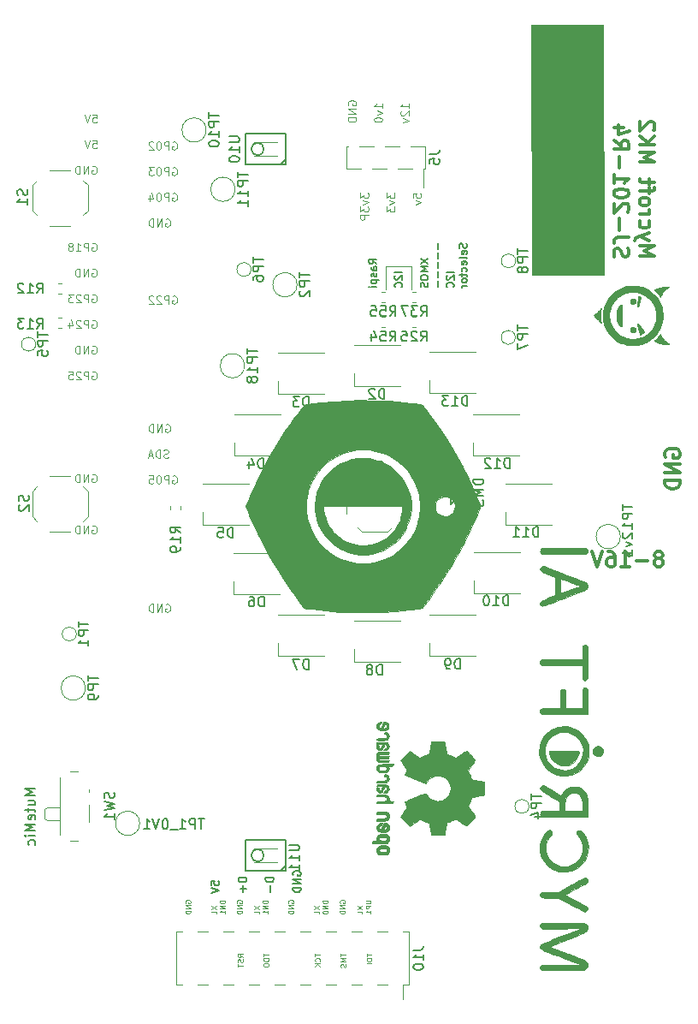
<source format=gbr>
G04 #@! TF.GenerationSoftware,KiCad,Pcbnew,(5.1.7)-1*
G04 #@! TF.CreationDate,2020-11-22T20:52:48-08:00*
G04 #@! TF.ProjectId,SJ-201-R4,534a2d32-3031-42d5-9234-2e6b69636164,rev?*
G04 #@! TF.SameCoordinates,Original*
G04 #@! TF.FileFunction,Legend,Bot*
G04 #@! TF.FilePolarity,Positive*
%FSLAX46Y46*%
G04 Gerber Fmt 4.6, Leading zero omitted, Abs format (unit mm)*
G04 Created by KiCad (PCBNEW (5.1.7)-1) date 2020-11-22 20:52:48*
%MOMM*%
%LPD*%
G01*
G04 APERTURE LIST*
%ADD10C,0.100000*%
%ADD11C,0.150000*%
%ADD12C,0.120000*%
%ADD13C,0.070000*%
%ADD14C,0.300000*%
%ADD15C,0.010000*%
G04 APERTURE END LIST*
D10*
X16905720Y-88464302D02*
X16881910Y-88416683D01*
X16881910Y-88345255D01*
X16905720Y-88273826D01*
X16953339Y-88226207D01*
X17000958Y-88202398D01*
X17096196Y-88178588D01*
X17167624Y-88178588D01*
X17262862Y-88202398D01*
X17310481Y-88226207D01*
X17358100Y-88273826D01*
X17381910Y-88345255D01*
X17381910Y-88392874D01*
X17358100Y-88464302D01*
X17334291Y-88488112D01*
X17167624Y-88488112D01*
X17167624Y-88392874D01*
X17381910Y-88702398D02*
X16881910Y-88702398D01*
X17381910Y-88988112D01*
X16881910Y-88988112D01*
X17381910Y-89226207D02*
X16881910Y-89226207D01*
X16881910Y-89345255D01*
X16905720Y-89416683D01*
X16953339Y-89464302D01*
X17000958Y-89488112D01*
X17096196Y-89511921D01*
X17167624Y-89511921D01*
X17262862Y-89488112D01*
X17310481Y-89464302D01*
X17358100Y-89416683D01*
X17381910Y-89345255D01*
X17381910Y-89226207D01*
X19431910Y-88797636D02*
X19931910Y-89130969D01*
X19431910Y-89130969D02*
X19931910Y-88797636D01*
X19931910Y-89559540D02*
X19931910Y-89321445D01*
X19431910Y-89321445D01*
X20781910Y-88226207D02*
X20281910Y-88226207D01*
X20281910Y-88345255D01*
X20305720Y-88416683D01*
X20353339Y-88464302D01*
X20400958Y-88488112D01*
X20496196Y-88511921D01*
X20567624Y-88511921D01*
X20662862Y-88488112D01*
X20710481Y-88464302D01*
X20758100Y-88416683D01*
X20781910Y-88345255D01*
X20781910Y-88226207D01*
X20781910Y-88726207D02*
X20281910Y-88726207D01*
X20781910Y-89011921D01*
X20281910Y-89011921D01*
X20781910Y-89511921D02*
X20781910Y-89226207D01*
X20781910Y-89369064D02*
X20281910Y-89369064D01*
X20353339Y-89321445D01*
X20400958Y-89273826D01*
X20424767Y-89226207D01*
X22005720Y-88464302D02*
X21981910Y-88416683D01*
X21981910Y-88345255D01*
X22005720Y-88273826D01*
X22053339Y-88226207D01*
X22100958Y-88202398D01*
X22196196Y-88178588D01*
X22267624Y-88178588D01*
X22362862Y-88202398D01*
X22410481Y-88226207D01*
X22458100Y-88273826D01*
X22481910Y-88345255D01*
X22481910Y-88392874D01*
X22458100Y-88464302D01*
X22434291Y-88488112D01*
X22267624Y-88488112D01*
X22267624Y-88392874D01*
X22481910Y-88702398D02*
X21981910Y-88702398D01*
X22481910Y-88988112D01*
X21981910Y-88988112D01*
X22481910Y-89226207D02*
X21981910Y-89226207D01*
X21981910Y-89345255D01*
X22005720Y-89416683D01*
X22053339Y-89464302D01*
X22100958Y-89488112D01*
X22196196Y-89511921D01*
X22267624Y-89511921D01*
X22362862Y-89488112D01*
X22410481Y-89464302D01*
X22458100Y-89416683D01*
X22481910Y-89345255D01*
X22481910Y-89226207D01*
X23681910Y-88797636D02*
X24181910Y-89130969D01*
X23681910Y-89130969D02*
X24181910Y-88797636D01*
X24181910Y-89559540D02*
X24181910Y-89321445D01*
X23681910Y-89321445D01*
X25031910Y-88226207D02*
X24531910Y-88226207D01*
X24531910Y-88345255D01*
X24555720Y-88416683D01*
X24603339Y-88464302D01*
X24650958Y-88488112D01*
X24746196Y-88511921D01*
X24817624Y-88511921D01*
X24912862Y-88488112D01*
X24960481Y-88464302D01*
X25008100Y-88416683D01*
X25031910Y-88345255D01*
X25031910Y-88226207D01*
X25031910Y-88726207D02*
X24531910Y-88726207D01*
X25031910Y-89011921D01*
X24531910Y-89011921D01*
X25031910Y-89511921D02*
X25031910Y-89226207D01*
X25031910Y-89369064D02*
X24531910Y-89369064D01*
X24603339Y-89321445D01*
X24650958Y-89273826D01*
X24674767Y-89226207D01*
X27105720Y-88464302D02*
X27081910Y-88416683D01*
X27081910Y-88345255D01*
X27105720Y-88273826D01*
X27153339Y-88226207D01*
X27200958Y-88202398D01*
X27296196Y-88178588D01*
X27367624Y-88178588D01*
X27462862Y-88202398D01*
X27510481Y-88226207D01*
X27558100Y-88273826D01*
X27581910Y-88345255D01*
X27581910Y-88392874D01*
X27558100Y-88464302D01*
X27534291Y-88488112D01*
X27367624Y-88488112D01*
X27367624Y-88392874D01*
X27581910Y-88702398D02*
X27081910Y-88702398D01*
X27581910Y-88988112D01*
X27081910Y-88988112D01*
X27581910Y-89226207D02*
X27081910Y-89226207D01*
X27081910Y-89345255D01*
X27105720Y-89416683D01*
X27153339Y-89464302D01*
X27200958Y-89488112D01*
X27296196Y-89511921D01*
X27367624Y-89511921D01*
X27462862Y-89488112D01*
X27510481Y-89464302D01*
X27558100Y-89416683D01*
X27581910Y-89345255D01*
X27581910Y-89226207D01*
X29631910Y-88797636D02*
X30131910Y-89130969D01*
X29631910Y-89130969D02*
X30131910Y-88797636D01*
X30131910Y-89559540D02*
X30131910Y-89321445D01*
X29631910Y-89321445D01*
X30981910Y-88226207D02*
X30481910Y-88226207D01*
X30481910Y-88345255D01*
X30505720Y-88416683D01*
X30553339Y-88464302D01*
X30600958Y-88488112D01*
X30696196Y-88511921D01*
X30767624Y-88511921D01*
X30862862Y-88488112D01*
X30910481Y-88464302D01*
X30958100Y-88416683D01*
X30981910Y-88345255D01*
X30981910Y-88226207D01*
X30981910Y-88726207D02*
X30481910Y-88726207D01*
X30981910Y-89011921D01*
X30481910Y-89011921D01*
X30481910Y-89345255D02*
X30481910Y-89392874D01*
X30505720Y-89440493D01*
X30529529Y-89464302D01*
X30577148Y-89488112D01*
X30672386Y-89511921D01*
X30791434Y-89511921D01*
X30886672Y-89488112D01*
X30934291Y-89464302D01*
X30958100Y-89440493D01*
X30981910Y-89392874D01*
X30981910Y-89345255D01*
X30958100Y-89297636D01*
X30934291Y-89273826D01*
X30886672Y-89250017D01*
X30791434Y-89226207D01*
X30672386Y-89226207D01*
X30577148Y-89250017D01*
X30529529Y-89273826D01*
X30505720Y-89297636D01*
X30481910Y-89345255D01*
X32205720Y-88464302D02*
X32181910Y-88416683D01*
X32181910Y-88345255D01*
X32205720Y-88273826D01*
X32253339Y-88226207D01*
X32300958Y-88202398D01*
X32396196Y-88178588D01*
X32467624Y-88178588D01*
X32562862Y-88202398D01*
X32610481Y-88226207D01*
X32658100Y-88273826D01*
X32681910Y-88345255D01*
X32681910Y-88392874D01*
X32658100Y-88464302D01*
X32634291Y-88488112D01*
X32467624Y-88488112D01*
X32467624Y-88392874D01*
X32681910Y-88702398D02*
X32181910Y-88702398D01*
X32681910Y-88988112D01*
X32181910Y-88988112D01*
X32681910Y-89226207D02*
X32181910Y-89226207D01*
X32181910Y-89345255D01*
X32205720Y-89416683D01*
X32253339Y-89464302D01*
X32300958Y-89488112D01*
X32396196Y-89511921D01*
X32467624Y-89511921D01*
X32562862Y-89488112D01*
X32610481Y-89464302D01*
X32658100Y-89416683D01*
X32681910Y-89345255D01*
X32681910Y-89226207D01*
X33881910Y-88797636D02*
X34381910Y-89130969D01*
X33881910Y-89130969D02*
X34381910Y-88797636D01*
X34381910Y-89559540D02*
X34381910Y-89321445D01*
X33881910Y-89321445D01*
X34731910Y-88226207D02*
X35136672Y-88226207D01*
X35184291Y-88250017D01*
X35208100Y-88273826D01*
X35231910Y-88321445D01*
X35231910Y-88416683D01*
X35208100Y-88464302D01*
X35184291Y-88488112D01*
X35136672Y-88511921D01*
X34731910Y-88511921D01*
X35231910Y-88750017D02*
X34731910Y-88750017D01*
X34731910Y-88940493D01*
X34755720Y-88988112D01*
X34779529Y-89011921D01*
X34827148Y-89035731D01*
X34898577Y-89035731D01*
X34946196Y-89011921D01*
X34970005Y-88988112D01*
X34993815Y-88940493D01*
X34993815Y-88750017D01*
X35231910Y-89511921D02*
X35231910Y-89226207D01*
X35231910Y-89369064D02*
X34731910Y-89369064D01*
X34803339Y-89321445D01*
X34850958Y-89273826D01*
X34874767Y-89226207D01*
D11*
X19413304Y-86686789D02*
X19413304Y-86305837D01*
X19794257Y-86267741D01*
X19756161Y-86305837D01*
X19718066Y-86382027D01*
X19718066Y-86572503D01*
X19756161Y-86648694D01*
X19794257Y-86686789D01*
X19870447Y-86724884D01*
X20060923Y-86724884D01*
X20137114Y-86686789D01*
X20175209Y-86648694D01*
X20213304Y-86572503D01*
X20213304Y-86382027D01*
X20175209Y-86305837D01*
X20137114Y-86267741D01*
X19413304Y-86953456D02*
X20213304Y-87220122D01*
X19413304Y-87486789D01*
X22913304Y-85962980D02*
X22113304Y-85962980D01*
X22113304Y-86153456D01*
X22151400Y-86267741D01*
X22227590Y-86343932D01*
X22303780Y-86382027D01*
X22456161Y-86420122D01*
X22570447Y-86420122D01*
X22722828Y-86382027D01*
X22799019Y-86343932D01*
X22875209Y-86267741D01*
X22913304Y-86153456D01*
X22913304Y-85962980D01*
X22608542Y-86762980D02*
X22608542Y-87372503D01*
X22913304Y-87067741D02*
X22303780Y-87067741D01*
X25613304Y-85962980D02*
X24813304Y-85962980D01*
X24813304Y-86153456D01*
X24851400Y-86267741D01*
X24927590Y-86343932D01*
X25003780Y-86382027D01*
X25156161Y-86420122D01*
X25270447Y-86420122D01*
X25422828Y-86382027D01*
X25499019Y-86343932D01*
X25575209Y-86267741D01*
X25613304Y-86153456D01*
X25613304Y-85962980D01*
X25308542Y-86762980D02*
X25308542Y-87372503D01*
X27551400Y-85734408D02*
X27513304Y-85658218D01*
X27513304Y-85543932D01*
X27551400Y-85429646D01*
X27627590Y-85353456D01*
X27703780Y-85315360D01*
X27856161Y-85277265D01*
X27970447Y-85277265D01*
X28122828Y-85315360D01*
X28199019Y-85353456D01*
X28275209Y-85429646D01*
X28313304Y-85543932D01*
X28313304Y-85620122D01*
X28275209Y-85734408D01*
X28237114Y-85772503D01*
X27970447Y-85772503D01*
X27970447Y-85620122D01*
X28313304Y-86115360D02*
X27513304Y-86115360D01*
X28313304Y-86572503D01*
X27513304Y-86572503D01*
X28313304Y-86953456D02*
X27513304Y-86953456D01*
X27513304Y-87143932D01*
X27551400Y-87258218D01*
X27627590Y-87334408D01*
X27703780Y-87372503D01*
X27856161Y-87410599D01*
X27970447Y-87410599D01*
X28122828Y-87372503D01*
X28199019Y-87334408D01*
X28275209Y-87258218D01*
X28313304Y-87143932D01*
X28313304Y-86953456D01*
D12*
X39250000Y-25525000D02*
X36675000Y-25525000D01*
X39250000Y-27825000D02*
X39250000Y-25525000D01*
X36675000Y-25525000D02*
X36675000Y-27800000D01*
D10*
X33007040Y-9564368D02*
X32968944Y-9488178D01*
X32968944Y-9373892D01*
X33007040Y-9259606D01*
X33083230Y-9183416D01*
X33159420Y-9145320D01*
X33311801Y-9107225D01*
X33426087Y-9107225D01*
X33578468Y-9145320D01*
X33654659Y-9183416D01*
X33730849Y-9259606D01*
X33768944Y-9373892D01*
X33768944Y-9450082D01*
X33730849Y-9564368D01*
X33692754Y-9602463D01*
X33426087Y-9602463D01*
X33426087Y-9450082D01*
X33768944Y-9945320D02*
X32968944Y-9945320D01*
X33768944Y-10402463D01*
X32968944Y-10402463D01*
X33768944Y-10783416D02*
X32968944Y-10783416D01*
X32968944Y-10973892D01*
X33007040Y-11088178D01*
X33083230Y-11164368D01*
X33159420Y-11202463D01*
X33311801Y-11240559D01*
X33426087Y-11240559D01*
X33578468Y-11202463D01*
X33654659Y-11164368D01*
X33730849Y-11088178D01*
X33768944Y-10973892D01*
X33768944Y-10783416D01*
X36368944Y-9869130D02*
X36368944Y-9411987D01*
X36368944Y-9640559D02*
X35568944Y-9640559D01*
X35683230Y-9564368D01*
X35759420Y-9488178D01*
X35797516Y-9411987D01*
X35835611Y-10135797D02*
X36368944Y-10326273D01*
X35835611Y-10516749D01*
X35568944Y-10973892D02*
X35568944Y-11050082D01*
X35607040Y-11126273D01*
X35645135Y-11164368D01*
X35721325Y-11202463D01*
X35873706Y-11240559D01*
X36064182Y-11240559D01*
X36216563Y-11202463D01*
X36292754Y-11164368D01*
X36330849Y-11126273D01*
X36368944Y-11050082D01*
X36368944Y-10973892D01*
X36330849Y-10897701D01*
X36292754Y-10859606D01*
X36216563Y-10821511D01*
X36064182Y-10783416D01*
X35873706Y-10783416D01*
X35721325Y-10821511D01*
X35645135Y-10859606D01*
X35607040Y-10897701D01*
X35568944Y-10973892D01*
X38968944Y-9869130D02*
X38968944Y-9411987D01*
X38968944Y-9640559D02*
X38168944Y-9640559D01*
X38283230Y-9564368D01*
X38359420Y-9488178D01*
X38397516Y-9411987D01*
X38245135Y-10173892D02*
X38207040Y-10211987D01*
X38168944Y-10288178D01*
X38168944Y-10478654D01*
X38207040Y-10554844D01*
X38245135Y-10592940D01*
X38321325Y-10631035D01*
X38397516Y-10631035D01*
X38511801Y-10592940D01*
X38968944Y-10135797D01*
X38968944Y-10631035D01*
X38435611Y-10897701D02*
X38968944Y-11088178D01*
X38435611Y-11278654D01*
X34198304Y-18241225D02*
X34198304Y-18736463D01*
X34503066Y-18469797D01*
X34503066Y-18584082D01*
X34541161Y-18660273D01*
X34579257Y-18698368D01*
X34655447Y-18736463D01*
X34845923Y-18736463D01*
X34922114Y-18698368D01*
X34960209Y-18660273D01*
X34998304Y-18584082D01*
X34998304Y-18355511D01*
X34960209Y-18279320D01*
X34922114Y-18241225D01*
X34464971Y-19003130D02*
X34998304Y-19193606D01*
X34464971Y-19384082D01*
X34198304Y-19612654D02*
X34198304Y-20107892D01*
X34503066Y-19841225D01*
X34503066Y-19955511D01*
X34541161Y-20031701D01*
X34579257Y-20069797D01*
X34655447Y-20107892D01*
X34845923Y-20107892D01*
X34922114Y-20069797D01*
X34960209Y-20031701D01*
X34998304Y-19955511D01*
X34998304Y-19726940D01*
X34960209Y-19650749D01*
X34922114Y-19612654D01*
X34998304Y-20450749D02*
X34198304Y-20450749D01*
X34198304Y-20755511D01*
X34236400Y-20831701D01*
X34274495Y-20869797D01*
X34350685Y-20907892D01*
X34464971Y-20907892D01*
X34541161Y-20869797D01*
X34579257Y-20831701D01*
X34617352Y-20755511D01*
X34617352Y-20450749D01*
X36798304Y-18241225D02*
X36798304Y-18736463D01*
X37103066Y-18469797D01*
X37103066Y-18584082D01*
X37141161Y-18660273D01*
X37179257Y-18698368D01*
X37255447Y-18736463D01*
X37445923Y-18736463D01*
X37522114Y-18698368D01*
X37560209Y-18660273D01*
X37598304Y-18584082D01*
X37598304Y-18355511D01*
X37560209Y-18279320D01*
X37522114Y-18241225D01*
X37064971Y-19003130D02*
X37598304Y-19193606D01*
X37064971Y-19384082D01*
X36798304Y-19612654D02*
X36798304Y-20107892D01*
X37103066Y-19841225D01*
X37103066Y-19955511D01*
X37141161Y-20031701D01*
X37179257Y-20069797D01*
X37255447Y-20107892D01*
X37445923Y-20107892D01*
X37522114Y-20069797D01*
X37560209Y-20031701D01*
X37598304Y-19955511D01*
X37598304Y-19726940D01*
X37560209Y-19650749D01*
X37522114Y-19612654D01*
X39398304Y-18698368D02*
X39398304Y-18317416D01*
X39779257Y-18279320D01*
X39741161Y-18317416D01*
X39703066Y-18393606D01*
X39703066Y-18584082D01*
X39741161Y-18660273D01*
X39779257Y-18698368D01*
X39855447Y-18736463D01*
X40045923Y-18736463D01*
X40122114Y-18698368D01*
X40160209Y-18660273D01*
X40198304Y-18584082D01*
X40198304Y-18393606D01*
X40160209Y-18317416D01*
X40122114Y-18279320D01*
X39664971Y-19003130D02*
X40198304Y-19193606D01*
X39664971Y-19384082D01*
D11*
X35801785Y-25263214D02*
X35444642Y-25013214D01*
X35801785Y-24834642D02*
X35051785Y-24834642D01*
X35051785Y-25120357D01*
X35087500Y-25191785D01*
X35123214Y-25227500D01*
X35194642Y-25263214D01*
X35301785Y-25263214D01*
X35373214Y-25227500D01*
X35408928Y-25191785D01*
X35444642Y-25120357D01*
X35444642Y-24834642D01*
X35801785Y-25906071D02*
X35408928Y-25906071D01*
X35337500Y-25870357D01*
X35301785Y-25798928D01*
X35301785Y-25656071D01*
X35337500Y-25584642D01*
X35766071Y-25906071D02*
X35801785Y-25834642D01*
X35801785Y-25656071D01*
X35766071Y-25584642D01*
X35694642Y-25548928D01*
X35623214Y-25548928D01*
X35551785Y-25584642D01*
X35516071Y-25656071D01*
X35516071Y-25834642D01*
X35480357Y-25906071D01*
X35766071Y-26227500D02*
X35801785Y-26298928D01*
X35801785Y-26441785D01*
X35766071Y-26513214D01*
X35694642Y-26548928D01*
X35658928Y-26548928D01*
X35587500Y-26513214D01*
X35551785Y-26441785D01*
X35551785Y-26334642D01*
X35516071Y-26263214D01*
X35444642Y-26227500D01*
X35408928Y-26227500D01*
X35337500Y-26263214D01*
X35301785Y-26334642D01*
X35301785Y-26441785D01*
X35337500Y-26513214D01*
X35301785Y-26870357D02*
X36051785Y-26870357D01*
X35337500Y-26870357D02*
X35301785Y-26941785D01*
X35301785Y-27084642D01*
X35337500Y-27156071D01*
X35373214Y-27191785D01*
X35444642Y-27227500D01*
X35658928Y-27227500D01*
X35730357Y-27191785D01*
X35766071Y-27156071D01*
X35801785Y-27084642D01*
X35801785Y-26941785D01*
X35766071Y-26870357D01*
X35801785Y-27548928D02*
X35301785Y-27548928D01*
X35051785Y-27548928D02*
X35087500Y-27513214D01*
X35123214Y-27548928D01*
X35087500Y-27584642D01*
X35051785Y-27548928D01*
X35123214Y-27548928D01*
X38351785Y-26084642D02*
X37601785Y-26084642D01*
X37673214Y-26406071D02*
X37637500Y-26441785D01*
X37601785Y-26513214D01*
X37601785Y-26691785D01*
X37637500Y-26763214D01*
X37673214Y-26798928D01*
X37744642Y-26834642D01*
X37816071Y-26834642D01*
X37923214Y-26798928D01*
X38351785Y-26370357D01*
X38351785Y-26834642D01*
X38280357Y-27584642D02*
X38316071Y-27548928D01*
X38351785Y-27441785D01*
X38351785Y-27370357D01*
X38316071Y-27263214D01*
X38244642Y-27191785D01*
X38173214Y-27156071D01*
X38030357Y-27120357D01*
X37923214Y-27120357D01*
X37780357Y-27156071D01*
X37708928Y-27191785D01*
X37637500Y-27263214D01*
X37601785Y-27370357D01*
X37601785Y-27441785D01*
X37637500Y-27548928D01*
X37673214Y-27584642D01*
X40151785Y-24763214D02*
X40901785Y-25263214D01*
X40151785Y-25263214D02*
X40901785Y-24763214D01*
X40901785Y-25548928D02*
X40151785Y-25548928D01*
X40687500Y-25798928D01*
X40151785Y-26048928D01*
X40901785Y-26048928D01*
X40151785Y-26548928D02*
X40151785Y-26691785D01*
X40187500Y-26763214D01*
X40258928Y-26834642D01*
X40401785Y-26870357D01*
X40651785Y-26870357D01*
X40794642Y-26834642D01*
X40866071Y-26763214D01*
X40901785Y-26691785D01*
X40901785Y-26548928D01*
X40866071Y-26477500D01*
X40794642Y-26406071D01*
X40651785Y-26370357D01*
X40401785Y-26370357D01*
X40258928Y-26406071D01*
X40187500Y-26477500D01*
X40151785Y-26548928D01*
X40866071Y-27156071D02*
X40901785Y-27263214D01*
X40901785Y-27441785D01*
X40866071Y-27513214D01*
X40830357Y-27548928D01*
X40758928Y-27584642D01*
X40687500Y-27584642D01*
X40616071Y-27548928D01*
X40580357Y-27513214D01*
X40544642Y-27441785D01*
X40508928Y-27298928D01*
X40473214Y-27227500D01*
X40437500Y-27191785D01*
X40366071Y-27156071D01*
X40294642Y-27156071D01*
X40223214Y-27191785D01*
X40187500Y-27227500D01*
X40151785Y-27298928D01*
X40151785Y-27477500D01*
X40187500Y-27584642D01*
X41891071Y-23263214D02*
X41891071Y-23834642D01*
X41891071Y-24191785D02*
X41891071Y-24763214D01*
X41891071Y-25120357D02*
X41891071Y-25691785D01*
X41891071Y-26048928D02*
X41891071Y-26620357D01*
X41891071Y-26977500D02*
X41891071Y-27548928D01*
X43451785Y-26084642D02*
X42701785Y-26084642D01*
X42773214Y-26406071D02*
X42737500Y-26441785D01*
X42701785Y-26513214D01*
X42701785Y-26691785D01*
X42737500Y-26763214D01*
X42773214Y-26798928D01*
X42844642Y-26834642D01*
X42916071Y-26834642D01*
X43023214Y-26798928D01*
X43451785Y-26370357D01*
X43451785Y-26834642D01*
X43380357Y-27584642D02*
X43416071Y-27548928D01*
X43451785Y-27441785D01*
X43451785Y-27370357D01*
X43416071Y-27263214D01*
X43344642Y-27191785D01*
X43273214Y-27156071D01*
X43130357Y-27120357D01*
X43023214Y-27120357D01*
X42880357Y-27156071D01*
X42808928Y-27191785D01*
X42737500Y-27263214D01*
X42701785Y-27370357D01*
X42701785Y-27441785D01*
X42737500Y-27548928D01*
X42773214Y-27584642D01*
X44691071Y-23263214D02*
X44726785Y-23370357D01*
X44726785Y-23548928D01*
X44691071Y-23620357D01*
X44655357Y-23656071D01*
X44583928Y-23691785D01*
X44512500Y-23691785D01*
X44441071Y-23656071D01*
X44405357Y-23620357D01*
X44369642Y-23548928D01*
X44333928Y-23406071D01*
X44298214Y-23334642D01*
X44262500Y-23298928D01*
X44191071Y-23263214D01*
X44119642Y-23263214D01*
X44048214Y-23298928D01*
X44012500Y-23334642D01*
X43976785Y-23406071D01*
X43976785Y-23584642D01*
X44012500Y-23691785D01*
X44691071Y-24298928D02*
X44726785Y-24227500D01*
X44726785Y-24084642D01*
X44691071Y-24013214D01*
X44619642Y-23977500D01*
X44333928Y-23977500D01*
X44262500Y-24013214D01*
X44226785Y-24084642D01*
X44226785Y-24227500D01*
X44262500Y-24298928D01*
X44333928Y-24334642D01*
X44405357Y-24334642D01*
X44476785Y-23977500D01*
X44726785Y-24763214D02*
X44691071Y-24691785D01*
X44619642Y-24656071D01*
X43976785Y-24656071D01*
X44691071Y-25334642D02*
X44726785Y-25263214D01*
X44726785Y-25120357D01*
X44691071Y-25048928D01*
X44619642Y-25013214D01*
X44333928Y-25013214D01*
X44262500Y-25048928D01*
X44226785Y-25120357D01*
X44226785Y-25263214D01*
X44262500Y-25334642D01*
X44333928Y-25370357D01*
X44405357Y-25370357D01*
X44476785Y-25013214D01*
X44691071Y-26013214D02*
X44726785Y-25941785D01*
X44726785Y-25798928D01*
X44691071Y-25727500D01*
X44655357Y-25691785D01*
X44583928Y-25656071D01*
X44369642Y-25656071D01*
X44298214Y-25691785D01*
X44262500Y-25727500D01*
X44226785Y-25798928D01*
X44226785Y-25941785D01*
X44262500Y-26013214D01*
X44226785Y-26227500D02*
X44226785Y-26513214D01*
X43976785Y-26334642D02*
X44619642Y-26334642D01*
X44691071Y-26370357D01*
X44726785Y-26441785D01*
X44726785Y-26513214D01*
X44726785Y-26870357D02*
X44691071Y-26798928D01*
X44655357Y-26763214D01*
X44583928Y-26727500D01*
X44369642Y-26727500D01*
X44298214Y-26763214D01*
X44262500Y-26798928D01*
X44226785Y-26870357D01*
X44226785Y-26977500D01*
X44262500Y-27048928D01*
X44298214Y-27084642D01*
X44369642Y-27120357D01*
X44583928Y-27120357D01*
X44655357Y-27084642D01*
X44691071Y-27048928D01*
X44726785Y-26977500D01*
X44726785Y-26870357D01*
X44726785Y-27441785D02*
X44226785Y-27441785D01*
X44369642Y-27441785D02*
X44298214Y-27477500D01*
X44262500Y-27513214D01*
X44226785Y-27584642D01*
X44226785Y-27656071D01*
D13*
X15609785Y-13215000D02*
X15685976Y-13176904D01*
X15800261Y-13176904D01*
X15914547Y-13215000D01*
X15990738Y-13291190D01*
X16028833Y-13367380D01*
X16066928Y-13519761D01*
X16066928Y-13634047D01*
X16028833Y-13786428D01*
X15990738Y-13862619D01*
X15914547Y-13938809D01*
X15800261Y-13976904D01*
X15724071Y-13976904D01*
X15609785Y-13938809D01*
X15571690Y-13900714D01*
X15571690Y-13634047D01*
X15724071Y-13634047D01*
X15228833Y-13976904D02*
X15228833Y-13176904D01*
X14924071Y-13176904D01*
X14847880Y-13215000D01*
X14809785Y-13253095D01*
X14771690Y-13329285D01*
X14771690Y-13443571D01*
X14809785Y-13519761D01*
X14847880Y-13557857D01*
X14924071Y-13595952D01*
X15228833Y-13595952D01*
X14276452Y-13176904D02*
X14200261Y-13176904D01*
X14124071Y-13215000D01*
X14085976Y-13253095D01*
X14047880Y-13329285D01*
X14009785Y-13481666D01*
X14009785Y-13672142D01*
X14047880Y-13824523D01*
X14085976Y-13900714D01*
X14124071Y-13938809D01*
X14200261Y-13976904D01*
X14276452Y-13976904D01*
X14352642Y-13938809D01*
X14390738Y-13900714D01*
X14428833Y-13824523D01*
X14466928Y-13672142D01*
X14466928Y-13481666D01*
X14428833Y-13329285D01*
X14390738Y-13253095D01*
X14352642Y-13215000D01*
X14276452Y-13176904D01*
X13705023Y-13253095D02*
X13666928Y-13215000D01*
X13590738Y-13176904D01*
X13400261Y-13176904D01*
X13324071Y-13215000D01*
X13285976Y-13253095D01*
X13247880Y-13329285D01*
X13247880Y-13405476D01*
X13285976Y-13519761D01*
X13743119Y-13976904D01*
X13247880Y-13976904D01*
X15609785Y-15755000D02*
X15685976Y-15716904D01*
X15800261Y-15716904D01*
X15914547Y-15755000D01*
X15990738Y-15831190D01*
X16028833Y-15907380D01*
X16066928Y-16059761D01*
X16066928Y-16174047D01*
X16028833Y-16326428D01*
X15990738Y-16402619D01*
X15914547Y-16478809D01*
X15800261Y-16516904D01*
X15724071Y-16516904D01*
X15609785Y-16478809D01*
X15571690Y-16440714D01*
X15571690Y-16174047D01*
X15724071Y-16174047D01*
X15228833Y-16516904D02*
X15228833Y-15716904D01*
X14924071Y-15716904D01*
X14847880Y-15755000D01*
X14809785Y-15793095D01*
X14771690Y-15869285D01*
X14771690Y-15983571D01*
X14809785Y-16059761D01*
X14847880Y-16097857D01*
X14924071Y-16135952D01*
X15228833Y-16135952D01*
X14276452Y-15716904D02*
X14200261Y-15716904D01*
X14124071Y-15755000D01*
X14085976Y-15793095D01*
X14047880Y-15869285D01*
X14009785Y-16021666D01*
X14009785Y-16212142D01*
X14047880Y-16364523D01*
X14085976Y-16440714D01*
X14124071Y-16478809D01*
X14200261Y-16516904D01*
X14276452Y-16516904D01*
X14352642Y-16478809D01*
X14390738Y-16440714D01*
X14428833Y-16364523D01*
X14466928Y-16212142D01*
X14466928Y-16021666D01*
X14428833Y-15869285D01*
X14390738Y-15793095D01*
X14352642Y-15755000D01*
X14276452Y-15716904D01*
X13743119Y-15716904D02*
X13247880Y-15716904D01*
X13514547Y-16021666D01*
X13400261Y-16021666D01*
X13324071Y-16059761D01*
X13285976Y-16097857D01*
X13247880Y-16174047D01*
X13247880Y-16364523D01*
X13285976Y-16440714D01*
X13324071Y-16478809D01*
X13400261Y-16516904D01*
X13628833Y-16516904D01*
X13705023Y-16478809D01*
X13743119Y-16440714D01*
X15609785Y-18295000D02*
X15685976Y-18256904D01*
X15800261Y-18256904D01*
X15914547Y-18295000D01*
X15990738Y-18371190D01*
X16028833Y-18447380D01*
X16066928Y-18599761D01*
X16066928Y-18714047D01*
X16028833Y-18866428D01*
X15990738Y-18942619D01*
X15914547Y-19018809D01*
X15800261Y-19056904D01*
X15724071Y-19056904D01*
X15609785Y-19018809D01*
X15571690Y-18980714D01*
X15571690Y-18714047D01*
X15724071Y-18714047D01*
X15228833Y-19056904D02*
X15228833Y-18256904D01*
X14924071Y-18256904D01*
X14847880Y-18295000D01*
X14809785Y-18333095D01*
X14771690Y-18409285D01*
X14771690Y-18523571D01*
X14809785Y-18599761D01*
X14847880Y-18637857D01*
X14924071Y-18675952D01*
X15228833Y-18675952D01*
X14276452Y-18256904D02*
X14200261Y-18256904D01*
X14124071Y-18295000D01*
X14085976Y-18333095D01*
X14047880Y-18409285D01*
X14009785Y-18561666D01*
X14009785Y-18752142D01*
X14047880Y-18904523D01*
X14085976Y-18980714D01*
X14124071Y-19018809D01*
X14200261Y-19056904D01*
X14276452Y-19056904D01*
X14352642Y-19018809D01*
X14390738Y-18980714D01*
X14428833Y-18904523D01*
X14466928Y-18752142D01*
X14466928Y-18561666D01*
X14428833Y-18409285D01*
X14390738Y-18333095D01*
X14352642Y-18295000D01*
X14276452Y-18256904D01*
X13324071Y-18523571D02*
X13324071Y-19056904D01*
X13514547Y-18218809D02*
X13705023Y-18790238D01*
X13209785Y-18790238D01*
X14924071Y-20835000D02*
X15000261Y-20796904D01*
X15114547Y-20796904D01*
X15228833Y-20835000D01*
X15305023Y-20911190D01*
X15343119Y-20987380D01*
X15381214Y-21139761D01*
X15381214Y-21254047D01*
X15343119Y-21406428D01*
X15305023Y-21482619D01*
X15228833Y-21558809D01*
X15114547Y-21596904D01*
X15038357Y-21596904D01*
X14924071Y-21558809D01*
X14885976Y-21520714D01*
X14885976Y-21254047D01*
X15038357Y-21254047D01*
X14543119Y-21596904D02*
X14543119Y-20796904D01*
X14085976Y-21596904D01*
X14085976Y-20796904D01*
X13705023Y-21596904D02*
X13705023Y-20796904D01*
X13514547Y-20796904D01*
X13400261Y-20835000D01*
X13324071Y-20911190D01*
X13285976Y-20987380D01*
X13247880Y-21139761D01*
X13247880Y-21254047D01*
X13285976Y-21406428D01*
X13324071Y-21482619D01*
X13400261Y-21558809D01*
X13514547Y-21596904D01*
X13705023Y-21596904D01*
X15609785Y-28455000D02*
X15685976Y-28416904D01*
X15800261Y-28416904D01*
X15914547Y-28455000D01*
X15990738Y-28531190D01*
X16028833Y-28607380D01*
X16066928Y-28759761D01*
X16066928Y-28874047D01*
X16028833Y-29026428D01*
X15990738Y-29102619D01*
X15914547Y-29178809D01*
X15800261Y-29216904D01*
X15724071Y-29216904D01*
X15609785Y-29178809D01*
X15571690Y-29140714D01*
X15571690Y-28874047D01*
X15724071Y-28874047D01*
X15228833Y-29216904D02*
X15228833Y-28416904D01*
X14924071Y-28416904D01*
X14847880Y-28455000D01*
X14809785Y-28493095D01*
X14771690Y-28569285D01*
X14771690Y-28683571D01*
X14809785Y-28759761D01*
X14847880Y-28797857D01*
X14924071Y-28835952D01*
X15228833Y-28835952D01*
X14466928Y-28493095D02*
X14428833Y-28455000D01*
X14352642Y-28416904D01*
X14162166Y-28416904D01*
X14085976Y-28455000D01*
X14047880Y-28493095D01*
X14009785Y-28569285D01*
X14009785Y-28645476D01*
X14047880Y-28759761D01*
X14505023Y-29216904D01*
X14009785Y-29216904D01*
X13705023Y-28493095D02*
X13666928Y-28455000D01*
X13590738Y-28416904D01*
X13400261Y-28416904D01*
X13324071Y-28455000D01*
X13285976Y-28493095D01*
X13247880Y-28569285D01*
X13247880Y-28645476D01*
X13285976Y-28759761D01*
X13743119Y-29216904D01*
X13247880Y-29216904D01*
X14924071Y-41155000D02*
X15000261Y-41116904D01*
X15114547Y-41116904D01*
X15228833Y-41155000D01*
X15305023Y-41231190D01*
X15343119Y-41307380D01*
X15381214Y-41459761D01*
X15381214Y-41574047D01*
X15343119Y-41726428D01*
X15305023Y-41802619D01*
X15228833Y-41878809D01*
X15114547Y-41916904D01*
X15038357Y-41916904D01*
X14924071Y-41878809D01*
X14885976Y-41840714D01*
X14885976Y-41574047D01*
X15038357Y-41574047D01*
X14543119Y-41916904D02*
X14543119Y-41116904D01*
X14085976Y-41916904D01*
X14085976Y-41116904D01*
X13705023Y-41916904D02*
X13705023Y-41116904D01*
X13514547Y-41116904D01*
X13400261Y-41155000D01*
X13324071Y-41231190D01*
X13285976Y-41307380D01*
X13247880Y-41459761D01*
X13247880Y-41574047D01*
X13285976Y-41726428D01*
X13324071Y-41802619D01*
X13400261Y-41878809D01*
X13514547Y-41916904D01*
X13705023Y-41916904D01*
X15190738Y-44418809D02*
X15076452Y-44456904D01*
X14885976Y-44456904D01*
X14809785Y-44418809D01*
X14771690Y-44380714D01*
X14733595Y-44304523D01*
X14733595Y-44228333D01*
X14771690Y-44152142D01*
X14809785Y-44114047D01*
X14885976Y-44075952D01*
X15038357Y-44037857D01*
X15114547Y-43999761D01*
X15152642Y-43961666D01*
X15190738Y-43885476D01*
X15190738Y-43809285D01*
X15152642Y-43733095D01*
X15114547Y-43695000D01*
X15038357Y-43656904D01*
X14847880Y-43656904D01*
X14733595Y-43695000D01*
X14390738Y-44456904D02*
X14390738Y-43656904D01*
X14200261Y-43656904D01*
X14085976Y-43695000D01*
X14009785Y-43771190D01*
X13971690Y-43847380D01*
X13933595Y-43999761D01*
X13933595Y-44114047D01*
X13971690Y-44266428D01*
X14009785Y-44342619D01*
X14085976Y-44418809D01*
X14200261Y-44456904D01*
X14390738Y-44456904D01*
X13628833Y-44228333D02*
X13247880Y-44228333D01*
X13705023Y-44456904D02*
X13438357Y-43656904D01*
X13171690Y-44456904D01*
X15609785Y-46235000D02*
X15685976Y-46196904D01*
X15800261Y-46196904D01*
X15914547Y-46235000D01*
X15990738Y-46311190D01*
X16028833Y-46387380D01*
X16066928Y-46539761D01*
X16066928Y-46654047D01*
X16028833Y-46806428D01*
X15990738Y-46882619D01*
X15914547Y-46958809D01*
X15800261Y-46996904D01*
X15724071Y-46996904D01*
X15609785Y-46958809D01*
X15571690Y-46920714D01*
X15571690Y-46654047D01*
X15724071Y-46654047D01*
X15228833Y-46996904D02*
X15228833Y-46196904D01*
X14924071Y-46196904D01*
X14847880Y-46235000D01*
X14809785Y-46273095D01*
X14771690Y-46349285D01*
X14771690Y-46463571D01*
X14809785Y-46539761D01*
X14847880Y-46577857D01*
X14924071Y-46615952D01*
X15228833Y-46615952D01*
X14276452Y-46196904D02*
X14200261Y-46196904D01*
X14124071Y-46235000D01*
X14085976Y-46273095D01*
X14047880Y-46349285D01*
X14009785Y-46501666D01*
X14009785Y-46692142D01*
X14047880Y-46844523D01*
X14085976Y-46920714D01*
X14124071Y-46958809D01*
X14200261Y-46996904D01*
X14276452Y-46996904D01*
X14352642Y-46958809D01*
X14390738Y-46920714D01*
X14428833Y-46844523D01*
X14466928Y-46692142D01*
X14466928Y-46501666D01*
X14428833Y-46349285D01*
X14390738Y-46273095D01*
X14352642Y-46235000D01*
X14276452Y-46196904D01*
X13285976Y-46196904D02*
X13666928Y-46196904D01*
X13705023Y-46577857D01*
X13666928Y-46539761D01*
X13590738Y-46501666D01*
X13400261Y-46501666D01*
X13324071Y-46539761D01*
X13285976Y-46577857D01*
X13247880Y-46654047D01*
X13247880Y-46844523D01*
X13285976Y-46920714D01*
X13324071Y-46958809D01*
X13400261Y-46996904D01*
X13590738Y-46996904D01*
X13666928Y-46958809D01*
X13705023Y-46920714D01*
X14924071Y-58935000D02*
X15000261Y-58896904D01*
X15114547Y-58896904D01*
X15228833Y-58935000D01*
X15305023Y-59011190D01*
X15343119Y-59087380D01*
X15381214Y-59239761D01*
X15381214Y-59354047D01*
X15343119Y-59506428D01*
X15305023Y-59582619D01*
X15228833Y-59658809D01*
X15114547Y-59696904D01*
X15038357Y-59696904D01*
X14924071Y-59658809D01*
X14885976Y-59620714D01*
X14885976Y-59354047D01*
X15038357Y-59354047D01*
X14543119Y-59696904D02*
X14543119Y-58896904D01*
X14085976Y-59696904D01*
X14085976Y-58896904D01*
X13705023Y-59696904D02*
X13705023Y-58896904D01*
X13514547Y-58896904D01*
X13400261Y-58935000D01*
X13324071Y-59011190D01*
X13285976Y-59087380D01*
X13247880Y-59239761D01*
X13247880Y-59354047D01*
X13285976Y-59506428D01*
X13324071Y-59582619D01*
X13400261Y-59658809D01*
X13514547Y-59696904D01*
X13705023Y-59696904D01*
X7683071Y-10491904D02*
X8064023Y-10491904D01*
X8102119Y-10872857D01*
X8064023Y-10834761D01*
X7987833Y-10796666D01*
X7797357Y-10796666D01*
X7721166Y-10834761D01*
X7683071Y-10872857D01*
X7644976Y-10949047D01*
X7644976Y-11139523D01*
X7683071Y-11215714D01*
X7721166Y-11253809D01*
X7797357Y-11291904D01*
X7987833Y-11291904D01*
X8064023Y-11253809D01*
X8102119Y-11215714D01*
X7416404Y-10491904D02*
X7149738Y-11291904D01*
X6883071Y-10491904D01*
X7683071Y-13031904D02*
X8064023Y-13031904D01*
X8102119Y-13412857D01*
X8064023Y-13374761D01*
X7987833Y-13336666D01*
X7797357Y-13336666D01*
X7721166Y-13374761D01*
X7683071Y-13412857D01*
X7644976Y-13489047D01*
X7644976Y-13679523D01*
X7683071Y-13755714D01*
X7721166Y-13793809D01*
X7797357Y-13831904D01*
X7987833Y-13831904D01*
X8064023Y-13793809D01*
X8102119Y-13755714D01*
X7416404Y-13031904D02*
X7149738Y-13831904D01*
X6883071Y-13031904D01*
X7644976Y-15610000D02*
X7721166Y-15571904D01*
X7835452Y-15571904D01*
X7949738Y-15610000D01*
X8025928Y-15686190D01*
X8064023Y-15762380D01*
X8102119Y-15914761D01*
X8102119Y-16029047D01*
X8064023Y-16181428D01*
X8025928Y-16257619D01*
X7949738Y-16333809D01*
X7835452Y-16371904D01*
X7759261Y-16371904D01*
X7644976Y-16333809D01*
X7606880Y-16295714D01*
X7606880Y-16029047D01*
X7759261Y-16029047D01*
X7264023Y-16371904D02*
X7264023Y-15571904D01*
X6806880Y-16371904D01*
X6806880Y-15571904D01*
X6425928Y-16371904D02*
X6425928Y-15571904D01*
X6235452Y-15571904D01*
X6121166Y-15610000D01*
X6044976Y-15686190D01*
X6006880Y-15762380D01*
X5968785Y-15914761D01*
X5968785Y-16029047D01*
X6006880Y-16181428D01*
X6044976Y-16257619D01*
X6121166Y-16333809D01*
X6235452Y-16371904D01*
X6425928Y-16371904D01*
X7644976Y-23230000D02*
X7721166Y-23191904D01*
X7835452Y-23191904D01*
X7949738Y-23230000D01*
X8025928Y-23306190D01*
X8064023Y-23382380D01*
X8102119Y-23534761D01*
X8102119Y-23649047D01*
X8064023Y-23801428D01*
X8025928Y-23877619D01*
X7949738Y-23953809D01*
X7835452Y-23991904D01*
X7759261Y-23991904D01*
X7644976Y-23953809D01*
X7606880Y-23915714D01*
X7606880Y-23649047D01*
X7759261Y-23649047D01*
X7264023Y-23991904D02*
X7264023Y-23191904D01*
X6959261Y-23191904D01*
X6883071Y-23230000D01*
X6844976Y-23268095D01*
X6806880Y-23344285D01*
X6806880Y-23458571D01*
X6844976Y-23534761D01*
X6883071Y-23572857D01*
X6959261Y-23610952D01*
X7264023Y-23610952D01*
X6044976Y-23991904D02*
X6502119Y-23991904D01*
X6273547Y-23991904D02*
X6273547Y-23191904D01*
X6349738Y-23306190D01*
X6425928Y-23382380D01*
X6502119Y-23420476D01*
X5587833Y-23534761D02*
X5664023Y-23496666D01*
X5702119Y-23458571D01*
X5740214Y-23382380D01*
X5740214Y-23344285D01*
X5702119Y-23268095D01*
X5664023Y-23230000D01*
X5587833Y-23191904D01*
X5435452Y-23191904D01*
X5359261Y-23230000D01*
X5321166Y-23268095D01*
X5283071Y-23344285D01*
X5283071Y-23382380D01*
X5321166Y-23458571D01*
X5359261Y-23496666D01*
X5435452Y-23534761D01*
X5587833Y-23534761D01*
X5664023Y-23572857D01*
X5702119Y-23610952D01*
X5740214Y-23687142D01*
X5740214Y-23839523D01*
X5702119Y-23915714D01*
X5664023Y-23953809D01*
X5587833Y-23991904D01*
X5435452Y-23991904D01*
X5359261Y-23953809D01*
X5321166Y-23915714D01*
X5283071Y-23839523D01*
X5283071Y-23687142D01*
X5321166Y-23610952D01*
X5359261Y-23572857D01*
X5435452Y-23534761D01*
X7644976Y-25770000D02*
X7721166Y-25731904D01*
X7835452Y-25731904D01*
X7949738Y-25770000D01*
X8025928Y-25846190D01*
X8064023Y-25922380D01*
X8102119Y-26074761D01*
X8102119Y-26189047D01*
X8064023Y-26341428D01*
X8025928Y-26417619D01*
X7949738Y-26493809D01*
X7835452Y-26531904D01*
X7759261Y-26531904D01*
X7644976Y-26493809D01*
X7606880Y-26455714D01*
X7606880Y-26189047D01*
X7759261Y-26189047D01*
X7264023Y-26531904D02*
X7264023Y-25731904D01*
X6806880Y-26531904D01*
X6806880Y-25731904D01*
X6425928Y-26531904D02*
X6425928Y-25731904D01*
X6235452Y-25731904D01*
X6121166Y-25770000D01*
X6044976Y-25846190D01*
X6006880Y-25922380D01*
X5968785Y-26074761D01*
X5968785Y-26189047D01*
X6006880Y-26341428D01*
X6044976Y-26417619D01*
X6121166Y-26493809D01*
X6235452Y-26531904D01*
X6425928Y-26531904D01*
X7644976Y-28310000D02*
X7721166Y-28271904D01*
X7835452Y-28271904D01*
X7949738Y-28310000D01*
X8025928Y-28386190D01*
X8064023Y-28462380D01*
X8102119Y-28614761D01*
X8102119Y-28729047D01*
X8064023Y-28881428D01*
X8025928Y-28957619D01*
X7949738Y-29033809D01*
X7835452Y-29071904D01*
X7759261Y-29071904D01*
X7644976Y-29033809D01*
X7606880Y-28995714D01*
X7606880Y-28729047D01*
X7759261Y-28729047D01*
X7264023Y-29071904D02*
X7264023Y-28271904D01*
X6959261Y-28271904D01*
X6883071Y-28310000D01*
X6844976Y-28348095D01*
X6806880Y-28424285D01*
X6806880Y-28538571D01*
X6844976Y-28614761D01*
X6883071Y-28652857D01*
X6959261Y-28690952D01*
X7264023Y-28690952D01*
X6502119Y-28348095D02*
X6464023Y-28310000D01*
X6387833Y-28271904D01*
X6197357Y-28271904D01*
X6121166Y-28310000D01*
X6083071Y-28348095D01*
X6044976Y-28424285D01*
X6044976Y-28500476D01*
X6083071Y-28614761D01*
X6540214Y-29071904D01*
X6044976Y-29071904D01*
X5778309Y-28271904D02*
X5283071Y-28271904D01*
X5549738Y-28576666D01*
X5435452Y-28576666D01*
X5359261Y-28614761D01*
X5321166Y-28652857D01*
X5283071Y-28729047D01*
X5283071Y-28919523D01*
X5321166Y-28995714D01*
X5359261Y-29033809D01*
X5435452Y-29071904D01*
X5664023Y-29071904D01*
X5740214Y-29033809D01*
X5778309Y-28995714D01*
X7644976Y-30850000D02*
X7721166Y-30811904D01*
X7835452Y-30811904D01*
X7949738Y-30850000D01*
X8025928Y-30926190D01*
X8064023Y-31002380D01*
X8102119Y-31154761D01*
X8102119Y-31269047D01*
X8064023Y-31421428D01*
X8025928Y-31497619D01*
X7949738Y-31573809D01*
X7835452Y-31611904D01*
X7759261Y-31611904D01*
X7644976Y-31573809D01*
X7606880Y-31535714D01*
X7606880Y-31269047D01*
X7759261Y-31269047D01*
X7264023Y-31611904D02*
X7264023Y-30811904D01*
X6959261Y-30811904D01*
X6883071Y-30850000D01*
X6844976Y-30888095D01*
X6806880Y-30964285D01*
X6806880Y-31078571D01*
X6844976Y-31154761D01*
X6883071Y-31192857D01*
X6959261Y-31230952D01*
X7264023Y-31230952D01*
X6502119Y-30888095D02*
X6464023Y-30850000D01*
X6387833Y-30811904D01*
X6197357Y-30811904D01*
X6121166Y-30850000D01*
X6083071Y-30888095D01*
X6044976Y-30964285D01*
X6044976Y-31040476D01*
X6083071Y-31154761D01*
X6540214Y-31611904D01*
X6044976Y-31611904D01*
X5359261Y-31078571D02*
X5359261Y-31611904D01*
X5549738Y-30773809D02*
X5740214Y-31345238D01*
X5244976Y-31345238D01*
X7644976Y-33390000D02*
X7721166Y-33351904D01*
X7835452Y-33351904D01*
X7949738Y-33390000D01*
X8025928Y-33466190D01*
X8064023Y-33542380D01*
X8102119Y-33694761D01*
X8102119Y-33809047D01*
X8064023Y-33961428D01*
X8025928Y-34037619D01*
X7949738Y-34113809D01*
X7835452Y-34151904D01*
X7759261Y-34151904D01*
X7644976Y-34113809D01*
X7606880Y-34075714D01*
X7606880Y-33809047D01*
X7759261Y-33809047D01*
X7264023Y-34151904D02*
X7264023Y-33351904D01*
X6806880Y-34151904D01*
X6806880Y-33351904D01*
X6425928Y-34151904D02*
X6425928Y-33351904D01*
X6235452Y-33351904D01*
X6121166Y-33390000D01*
X6044976Y-33466190D01*
X6006880Y-33542380D01*
X5968785Y-33694761D01*
X5968785Y-33809047D01*
X6006880Y-33961428D01*
X6044976Y-34037619D01*
X6121166Y-34113809D01*
X6235452Y-34151904D01*
X6425928Y-34151904D01*
X7644976Y-35930000D02*
X7721166Y-35891904D01*
X7835452Y-35891904D01*
X7949738Y-35930000D01*
X8025928Y-36006190D01*
X8064023Y-36082380D01*
X8102119Y-36234761D01*
X8102119Y-36349047D01*
X8064023Y-36501428D01*
X8025928Y-36577619D01*
X7949738Y-36653809D01*
X7835452Y-36691904D01*
X7759261Y-36691904D01*
X7644976Y-36653809D01*
X7606880Y-36615714D01*
X7606880Y-36349047D01*
X7759261Y-36349047D01*
X7264023Y-36691904D02*
X7264023Y-35891904D01*
X6959261Y-35891904D01*
X6883071Y-35930000D01*
X6844976Y-35968095D01*
X6806880Y-36044285D01*
X6806880Y-36158571D01*
X6844976Y-36234761D01*
X6883071Y-36272857D01*
X6959261Y-36310952D01*
X7264023Y-36310952D01*
X6502119Y-35968095D02*
X6464023Y-35930000D01*
X6387833Y-35891904D01*
X6197357Y-35891904D01*
X6121166Y-35930000D01*
X6083071Y-35968095D01*
X6044976Y-36044285D01*
X6044976Y-36120476D01*
X6083071Y-36234761D01*
X6540214Y-36691904D01*
X6044976Y-36691904D01*
X5321166Y-35891904D02*
X5702119Y-35891904D01*
X5740214Y-36272857D01*
X5702119Y-36234761D01*
X5625928Y-36196666D01*
X5435452Y-36196666D01*
X5359261Y-36234761D01*
X5321166Y-36272857D01*
X5283071Y-36349047D01*
X5283071Y-36539523D01*
X5321166Y-36615714D01*
X5359261Y-36653809D01*
X5435452Y-36691904D01*
X5625928Y-36691904D01*
X5702119Y-36653809D01*
X5740214Y-36615714D01*
X7644976Y-46090000D02*
X7721166Y-46051904D01*
X7835452Y-46051904D01*
X7949738Y-46090000D01*
X8025928Y-46166190D01*
X8064023Y-46242380D01*
X8102119Y-46394761D01*
X8102119Y-46509047D01*
X8064023Y-46661428D01*
X8025928Y-46737619D01*
X7949738Y-46813809D01*
X7835452Y-46851904D01*
X7759261Y-46851904D01*
X7644976Y-46813809D01*
X7606880Y-46775714D01*
X7606880Y-46509047D01*
X7759261Y-46509047D01*
X7264023Y-46851904D02*
X7264023Y-46051904D01*
X6806880Y-46851904D01*
X6806880Y-46051904D01*
X6425928Y-46851904D02*
X6425928Y-46051904D01*
X6235452Y-46051904D01*
X6121166Y-46090000D01*
X6044976Y-46166190D01*
X6006880Y-46242380D01*
X5968785Y-46394761D01*
X5968785Y-46509047D01*
X6006880Y-46661428D01*
X6044976Y-46737619D01*
X6121166Y-46813809D01*
X6235452Y-46851904D01*
X6425928Y-46851904D01*
X7644976Y-51170000D02*
X7721166Y-51131904D01*
X7835452Y-51131904D01*
X7949738Y-51170000D01*
X8025928Y-51246190D01*
X8064023Y-51322380D01*
X8102119Y-51474761D01*
X8102119Y-51589047D01*
X8064023Y-51741428D01*
X8025928Y-51817619D01*
X7949738Y-51893809D01*
X7835452Y-51931904D01*
X7759261Y-51931904D01*
X7644976Y-51893809D01*
X7606880Y-51855714D01*
X7606880Y-51589047D01*
X7759261Y-51589047D01*
X7264023Y-51931904D02*
X7264023Y-51131904D01*
X6806880Y-51931904D01*
X6806880Y-51131904D01*
X6425928Y-51931904D02*
X6425928Y-51131904D01*
X6235452Y-51131904D01*
X6121166Y-51170000D01*
X6044976Y-51246190D01*
X6006880Y-51322380D01*
X5968785Y-51474761D01*
X5968785Y-51589047D01*
X6006880Y-51741428D01*
X6044976Y-51817619D01*
X6121166Y-51893809D01*
X6235452Y-51931904D01*
X6425928Y-51931904D01*
D10*
X22568430Y-93839047D02*
X22330335Y-93662380D01*
X22568430Y-93536190D02*
X22068430Y-93536190D01*
X22068430Y-93738095D01*
X22092240Y-93788571D01*
X22116049Y-93813809D01*
X22163668Y-93839047D01*
X22235097Y-93839047D01*
X22282716Y-93813809D01*
X22306525Y-93788571D01*
X22330335Y-93738095D01*
X22330335Y-93536190D01*
X22544620Y-94040952D02*
X22568430Y-94116666D01*
X22568430Y-94242857D01*
X22544620Y-94293333D01*
X22520811Y-94318571D01*
X22473192Y-94343809D01*
X22425573Y-94343809D01*
X22377954Y-94318571D01*
X22354144Y-94293333D01*
X22330335Y-94242857D01*
X22306525Y-94141904D01*
X22282716Y-94091428D01*
X22258906Y-94066190D01*
X22211287Y-94040952D01*
X22163668Y-94040952D01*
X22116049Y-94066190D01*
X22092240Y-94091428D01*
X22068430Y-94141904D01*
X22068430Y-94268095D01*
X22092240Y-94343809D01*
X22068430Y-94495238D02*
X22068430Y-94798095D01*
X22568430Y-94646666D02*
X22068430Y-94646666D01*
X24618430Y-93460476D02*
X24618430Y-93763333D01*
X25118430Y-93611904D02*
X24618430Y-93611904D01*
X25118430Y-93940000D02*
X24618430Y-93940000D01*
X24618430Y-94066190D01*
X24642240Y-94141904D01*
X24689859Y-94192380D01*
X24737478Y-94217619D01*
X24832716Y-94242857D01*
X24904144Y-94242857D01*
X24999382Y-94217619D01*
X25047001Y-94192380D01*
X25094620Y-94141904D01*
X25118430Y-94066190D01*
X25118430Y-93940000D01*
X24618430Y-94570952D02*
X24618430Y-94671904D01*
X24642240Y-94722380D01*
X24689859Y-94772857D01*
X24785097Y-94798095D01*
X24951763Y-94798095D01*
X25047001Y-94772857D01*
X25094620Y-94722380D01*
X25118430Y-94671904D01*
X25118430Y-94570952D01*
X25094620Y-94520476D01*
X25047001Y-94470000D01*
X24951763Y-94444761D01*
X24785097Y-94444761D01*
X24689859Y-94470000D01*
X24642240Y-94520476D01*
X24618430Y-94570952D01*
X29718430Y-93460476D02*
X29718430Y-93763333D01*
X30218430Y-93611904D02*
X29718430Y-93611904D01*
X30170811Y-94242857D02*
X30194620Y-94217619D01*
X30218430Y-94141904D01*
X30218430Y-94091428D01*
X30194620Y-94015714D01*
X30147001Y-93965238D01*
X30099382Y-93940000D01*
X30004144Y-93914761D01*
X29932716Y-93914761D01*
X29837478Y-93940000D01*
X29789859Y-93965238D01*
X29742240Y-94015714D01*
X29718430Y-94091428D01*
X29718430Y-94141904D01*
X29742240Y-94217619D01*
X29766049Y-94242857D01*
X30218430Y-94470000D02*
X29718430Y-94470000D01*
X30218430Y-94772857D02*
X29932716Y-94545714D01*
X29718430Y-94772857D02*
X30004144Y-94470000D01*
X32268430Y-93460476D02*
X32268430Y-93763333D01*
X32768430Y-93611904D02*
X32268430Y-93611904D01*
X32768430Y-93940000D02*
X32268430Y-93940000D01*
X32625573Y-94116666D01*
X32268430Y-94293333D01*
X32768430Y-94293333D01*
X32744620Y-94520476D02*
X32768430Y-94596190D01*
X32768430Y-94722380D01*
X32744620Y-94772857D01*
X32720811Y-94798095D01*
X32673192Y-94823333D01*
X32625573Y-94823333D01*
X32577954Y-94798095D01*
X32554144Y-94772857D01*
X32530335Y-94722380D01*
X32506525Y-94621428D01*
X32482716Y-94570952D01*
X32458906Y-94545714D01*
X32411287Y-94520476D01*
X32363668Y-94520476D01*
X32316049Y-94545714D01*
X32292240Y-94570952D01*
X32268430Y-94621428D01*
X32268430Y-94747619D01*
X32292240Y-94823333D01*
X34818430Y-93460476D02*
X34818430Y-93763333D01*
X35318430Y-93611904D02*
X34818430Y-93611904D01*
X35318430Y-93940000D02*
X34818430Y-93940000D01*
X34818430Y-94066190D01*
X34842240Y-94141904D01*
X34889859Y-94192380D01*
X34937478Y-94217619D01*
X35032716Y-94242857D01*
X35104144Y-94242857D01*
X35199382Y-94217619D01*
X35247001Y-94192380D01*
X35294620Y-94141904D01*
X35318430Y-94066190D01*
X35318430Y-93940000D01*
X35318430Y-94470000D02*
X34818430Y-94470000D01*
D14*
X64416240Y-44363782D02*
X64344811Y-44220925D01*
X64344811Y-44006640D01*
X64416240Y-43792354D01*
X64559097Y-43649497D01*
X64701954Y-43578068D01*
X64987668Y-43506640D01*
X65201954Y-43506640D01*
X65487668Y-43578068D01*
X65630525Y-43649497D01*
X65773382Y-43792354D01*
X65844811Y-44006640D01*
X65844811Y-44149497D01*
X65773382Y-44363782D01*
X65701954Y-44435211D01*
X65201954Y-44435211D01*
X65201954Y-44149497D01*
X65844811Y-45078068D02*
X64344811Y-45078068D01*
X65844811Y-45935211D01*
X64344811Y-45935211D01*
X65844811Y-46649497D02*
X64344811Y-46649497D01*
X64344811Y-47006640D01*
X64416240Y-47220925D01*
X64559097Y-47363782D01*
X64701954Y-47435211D01*
X64987668Y-47506640D01*
X65201954Y-47506640D01*
X65487668Y-47435211D01*
X65630525Y-47363782D01*
X65773382Y-47220925D01*
X65844811Y-47006640D01*
X65844811Y-46649497D01*
X63874257Y-54380628D02*
X64017114Y-54309200D01*
X64088542Y-54237771D01*
X64159971Y-54094914D01*
X64159971Y-54023485D01*
X64088542Y-53880628D01*
X64017114Y-53809200D01*
X63874257Y-53737771D01*
X63588542Y-53737771D01*
X63445685Y-53809200D01*
X63374257Y-53880628D01*
X63302828Y-54023485D01*
X63302828Y-54094914D01*
X63374257Y-54237771D01*
X63445685Y-54309200D01*
X63588542Y-54380628D01*
X63874257Y-54380628D01*
X64017114Y-54452057D01*
X64088542Y-54523485D01*
X64159971Y-54666342D01*
X64159971Y-54952057D01*
X64088542Y-55094914D01*
X64017114Y-55166342D01*
X63874257Y-55237771D01*
X63588542Y-55237771D01*
X63445685Y-55166342D01*
X63374257Y-55094914D01*
X63302828Y-54952057D01*
X63302828Y-54666342D01*
X63374257Y-54523485D01*
X63445685Y-54452057D01*
X63588542Y-54380628D01*
X62659971Y-54666342D02*
X61517114Y-54666342D01*
X60017114Y-55237771D02*
X60874257Y-55237771D01*
X60445685Y-55237771D02*
X60445685Y-53737771D01*
X60588542Y-53952057D01*
X60731400Y-54094914D01*
X60874257Y-54166342D01*
X58731400Y-53737771D02*
X59017114Y-53737771D01*
X59159971Y-53809200D01*
X59231400Y-53880628D01*
X59374257Y-54094914D01*
X59445685Y-54380628D01*
X59445685Y-54952057D01*
X59374257Y-55094914D01*
X59302828Y-55166342D01*
X59159971Y-55237771D01*
X58874257Y-55237771D01*
X58731400Y-55166342D01*
X58659971Y-55094914D01*
X58588542Y-54952057D01*
X58588542Y-54594914D01*
X58659971Y-54452057D01*
X58731400Y-54380628D01*
X58874257Y-54309200D01*
X59159971Y-54309200D01*
X59302828Y-54380628D01*
X59374257Y-54452057D01*
X59445685Y-54594914D01*
X58159971Y-53737771D02*
X57659971Y-55237771D01*
X57159971Y-53737771D01*
D10*
G36*
X58293000Y-26360120D02*
G01*
X51202749Y-26338213D01*
X51126231Y-1675448D01*
X58225849Y-1657033D01*
X58293000Y-26360120D01*
G37*
X58293000Y-26360120D02*
X51202749Y-26338213D01*
X51126231Y-1675448D01*
X58225849Y-1657033D01*
X58293000Y-26360120D01*
D14*
X61830748Y-24507497D02*
X63330748Y-24507497D01*
X62259320Y-24007497D01*
X63330748Y-23507497D01*
X61830748Y-23507497D01*
X62830748Y-22936068D02*
X61830748Y-22578925D01*
X62830748Y-22221782D02*
X61830748Y-22578925D01*
X61473605Y-22721782D01*
X61402177Y-22793211D01*
X61330748Y-22936068D01*
X61902177Y-21007497D02*
X61830748Y-21150354D01*
X61830748Y-21436068D01*
X61902177Y-21578925D01*
X61973605Y-21650354D01*
X62116462Y-21721782D01*
X62545034Y-21721782D01*
X62687891Y-21650354D01*
X62759320Y-21578925D01*
X62830748Y-21436068D01*
X62830748Y-21150354D01*
X62759320Y-21007497D01*
X61830748Y-20364640D02*
X62830748Y-20364640D01*
X62545034Y-20364640D02*
X62687891Y-20293211D01*
X62759320Y-20221782D01*
X62830748Y-20078925D01*
X62830748Y-19936068D01*
X61830748Y-19221782D02*
X61902177Y-19364640D01*
X61973605Y-19436068D01*
X62116462Y-19507497D01*
X62545034Y-19507497D01*
X62687891Y-19436068D01*
X62759320Y-19364640D01*
X62830748Y-19221782D01*
X62830748Y-19007497D01*
X62759320Y-18864640D01*
X62687891Y-18793211D01*
X62545034Y-18721782D01*
X62116462Y-18721782D01*
X61973605Y-18793211D01*
X61902177Y-18864640D01*
X61830748Y-19007497D01*
X61830748Y-19221782D01*
X62830748Y-18293211D02*
X62830748Y-17721782D01*
X61830748Y-18078925D02*
X63116462Y-18078925D01*
X63259320Y-18007497D01*
X63330748Y-17864640D01*
X63330748Y-17721782D01*
X62830748Y-17436068D02*
X62830748Y-16864640D01*
X63330748Y-17221782D02*
X62045034Y-17221782D01*
X61902177Y-17150354D01*
X61830748Y-17007497D01*
X61830748Y-16864640D01*
X61830748Y-15221782D02*
X63330748Y-15221782D01*
X62259320Y-14721782D01*
X63330748Y-14221782D01*
X61830748Y-14221782D01*
X61830748Y-13507497D02*
X63330748Y-13507497D01*
X61830748Y-12650354D02*
X62687891Y-13293211D01*
X63330748Y-12650354D02*
X62473605Y-13507497D01*
X63187891Y-12078925D02*
X63259320Y-12007497D01*
X63330748Y-11864640D01*
X63330748Y-11507497D01*
X63259320Y-11364640D01*
X63187891Y-11293211D01*
X63045034Y-11221782D01*
X62902177Y-11221782D01*
X62687891Y-11293211D01*
X61830748Y-12150354D01*
X61830748Y-11221782D01*
X59352177Y-24578925D02*
X59280748Y-24364640D01*
X59280748Y-24007497D01*
X59352177Y-23864640D01*
X59423605Y-23793211D01*
X59566462Y-23721782D01*
X59709320Y-23721782D01*
X59852177Y-23793211D01*
X59923605Y-23864640D01*
X59995034Y-24007497D01*
X60066462Y-24293211D01*
X60137891Y-24436068D01*
X60209320Y-24507497D01*
X60352177Y-24578925D01*
X60495034Y-24578925D01*
X60637891Y-24507497D01*
X60709320Y-24436068D01*
X60780748Y-24293211D01*
X60780748Y-23936068D01*
X60709320Y-23721782D01*
X60780748Y-22650354D02*
X59709320Y-22650354D01*
X59495034Y-22721782D01*
X59352177Y-22864640D01*
X59280748Y-23078925D01*
X59280748Y-23221782D01*
X59852177Y-21936068D02*
X59852177Y-20793211D01*
X60637891Y-20150354D02*
X60709320Y-20078925D01*
X60780748Y-19936068D01*
X60780748Y-19578925D01*
X60709320Y-19436068D01*
X60637891Y-19364640D01*
X60495034Y-19293211D01*
X60352177Y-19293211D01*
X60137891Y-19364640D01*
X59280748Y-20221782D01*
X59280748Y-19293211D01*
X60780748Y-18364640D02*
X60780748Y-18221782D01*
X60709320Y-18078925D01*
X60637891Y-18007497D01*
X60495034Y-17936068D01*
X60209320Y-17864640D01*
X59852177Y-17864640D01*
X59566462Y-17936068D01*
X59423605Y-18007497D01*
X59352177Y-18078925D01*
X59280748Y-18221782D01*
X59280748Y-18364640D01*
X59352177Y-18507497D01*
X59423605Y-18578925D01*
X59566462Y-18650354D01*
X59852177Y-18721782D01*
X60209320Y-18721782D01*
X60495034Y-18650354D01*
X60637891Y-18578925D01*
X60709320Y-18507497D01*
X60780748Y-18364640D01*
X59280748Y-16436068D02*
X59280748Y-17293211D01*
X59280748Y-16864640D02*
X60780748Y-16864640D01*
X60566462Y-17007497D01*
X60423605Y-17150354D01*
X60352177Y-17293211D01*
X59852177Y-15793211D02*
X59852177Y-14650354D01*
X59280748Y-13078925D02*
X59995034Y-13578925D01*
X59280748Y-13936068D02*
X60780748Y-13936068D01*
X60780748Y-13364640D01*
X60709320Y-13221782D01*
X60637891Y-13150354D01*
X60495034Y-13078925D01*
X60280748Y-13078925D01*
X60137891Y-13150354D01*
X60066462Y-13221782D01*
X59995034Y-13364640D01*
X59995034Y-13936068D01*
X60280748Y-11793211D02*
X59280748Y-11793211D01*
X60852177Y-12150354D02*
X59780748Y-12507497D01*
X59780748Y-11578925D01*
D15*
G04 #@! TO.C,H6*
G36*
X61942750Y-28535016D02*
G01*
X61926399Y-28529756D01*
X61902202Y-28522702D01*
X61872385Y-28514435D01*
X61839171Y-28505532D01*
X61804786Y-28496575D01*
X61771455Y-28488143D01*
X61741404Y-28480814D01*
X61716856Y-28475168D01*
X61700037Y-28471785D01*
X61693173Y-28471244D01*
X61693151Y-28471268D01*
X61692395Y-28477672D01*
X61690561Y-28495755D01*
X61687741Y-28524551D01*
X61684026Y-28563093D01*
X61679510Y-28610415D01*
X61674282Y-28665550D01*
X61668436Y-28727532D01*
X61662063Y-28795393D01*
X61655255Y-28868168D01*
X61648104Y-28944889D01*
X61646539Y-28961715D01*
X61639262Y-29039808D01*
X61632256Y-29114640D01*
X61625618Y-29185190D01*
X61619447Y-29250431D01*
X61613840Y-29309340D01*
X61608896Y-29360892D01*
X61604712Y-29404063D01*
X61601386Y-29437828D01*
X61599017Y-29461163D01*
X61597701Y-29473044D01*
X61597593Y-29473826D01*
X61596632Y-29489778D01*
X61598719Y-29499547D01*
X61599496Y-29500320D01*
X61608448Y-29503726D01*
X61625484Y-29508716D01*
X61647211Y-29514457D01*
X61670239Y-29520116D01*
X61691174Y-29524857D01*
X61706626Y-29527848D01*
X61713191Y-29528266D01*
X61715253Y-29521616D01*
X61719943Y-29503737D01*
X61726989Y-29475767D01*
X61736122Y-29438841D01*
X61747071Y-29394096D01*
X61759566Y-29342668D01*
X61773335Y-29285693D01*
X61788108Y-29224307D01*
X61803615Y-29159647D01*
X61819585Y-29092849D01*
X61835748Y-29025049D01*
X61851833Y-28957383D01*
X61867569Y-28890988D01*
X61882685Y-28826999D01*
X61896912Y-28766554D01*
X61909979Y-28710788D01*
X61921614Y-28660837D01*
X61931549Y-28617838D01*
X61939511Y-28582926D01*
X61945230Y-28557239D01*
X61948436Y-28541912D01*
X61949030Y-28537903D01*
X61942750Y-28535016D01*
G37*
X61942750Y-28535016D02*
X61926399Y-28529756D01*
X61902202Y-28522702D01*
X61872385Y-28514435D01*
X61839171Y-28505532D01*
X61804786Y-28496575D01*
X61771455Y-28488143D01*
X61741404Y-28480814D01*
X61716856Y-28475168D01*
X61700037Y-28471785D01*
X61693173Y-28471244D01*
X61693151Y-28471268D01*
X61692395Y-28477672D01*
X61690561Y-28495755D01*
X61687741Y-28524551D01*
X61684026Y-28563093D01*
X61679510Y-28610415D01*
X61674282Y-28665550D01*
X61668436Y-28727532D01*
X61662063Y-28795393D01*
X61655255Y-28868168D01*
X61648104Y-28944889D01*
X61646539Y-28961715D01*
X61639262Y-29039808D01*
X61632256Y-29114640D01*
X61625618Y-29185190D01*
X61619447Y-29250431D01*
X61613840Y-29309340D01*
X61608896Y-29360892D01*
X61604712Y-29404063D01*
X61601386Y-29437828D01*
X61599017Y-29461163D01*
X61597701Y-29473044D01*
X61597593Y-29473826D01*
X61596632Y-29489778D01*
X61598719Y-29499547D01*
X61599496Y-29500320D01*
X61608448Y-29503726D01*
X61625484Y-29508716D01*
X61647211Y-29514457D01*
X61670239Y-29520116D01*
X61691174Y-29524857D01*
X61706626Y-29527848D01*
X61713191Y-29528266D01*
X61715253Y-29521616D01*
X61719943Y-29503737D01*
X61726989Y-29475767D01*
X61736122Y-29438841D01*
X61747071Y-29394096D01*
X61759566Y-29342668D01*
X61773335Y-29285693D01*
X61788108Y-29224307D01*
X61803615Y-29159647D01*
X61819585Y-29092849D01*
X61835748Y-29025049D01*
X61851833Y-28957383D01*
X61867569Y-28890988D01*
X61882685Y-28826999D01*
X61896912Y-28766554D01*
X61909979Y-28710788D01*
X61921614Y-28660837D01*
X61931549Y-28617838D01*
X61939511Y-28582926D01*
X61945230Y-28557239D01*
X61948436Y-28541912D01*
X61949030Y-28537903D01*
X61942750Y-28535016D01*
G36*
X62306988Y-32000015D02*
G01*
X62295854Y-31984220D01*
X62278584Y-31960209D01*
X62255869Y-31928913D01*
X62228396Y-31891262D01*
X62196854Y-31848190D01*
X62161933Y-31800625D01*
X62124319Y-31749500D01*
X62084703Y-31695746D01*
X62043773Y-31640294D01*
X62002217Y-31584074D01*
X61960725Y-31528019D01*
X61919984Y-31473059D01*
X61880685Y-31420126D01*
X61843514Y-31370151D01*
X61809161Y-31324064D01*
X61778315Y-31282797D01*
X61751665Y-31247281D01*
X61729898Y-31218448D01*
X61713704Y-31197228D01*
X61703771Y-31184553D01*
X61700782Y-31181188D01*
X61693191Y-31184138D01*
X61678314Y-31191989D01*
X61659052Y-31202992D01*
X61638307Y-31215400D01*
X61618980Y-31227466D01*
X61603974Y-31237441D01*
X61596190Y-31243578D01*
X61595703Y-31244473D01*
X61597449Y-31250953D01*
X61602302Y-31268771D01*
X61610013Y-31297016D01*
X61620332Y-31334776D01*
X61633010Y-31381142D01*
X61647798Y-31435203D01*
X61664447Y-31496047D01*
X61682708Y-31562764D01*
X61702332Y-31634442D01*
X61723069Y-31710172D01*
X61734672Y-31752540D01*
X61757228Y-31834585D01*
X61778589Y-31911672D01*
X61798527Y-31983014D01*
X61816816Y-32047826D01*
X61833230Y-32105319D01*
X61847541Y-32154707D01*
X61859523Y-32195203D01*
X61868949Y-32226020D01*
X61875592Y-32246371D01*
X61879227Y-32255469D01*
X61879679Y-32255892D01*
X61887859Y-32252213D01*
X61905205Y-32243093D01*
X61930280Y-32229362D01*
X61961649Y-32211848D01*
X61997875Y-32191381D01*
X62037522Y-32168791D01*
X62079153Y-32144907D01*
X62121332Y-32120558D01*
X62162623Y-32096573D01*
X62201590Y-32073782D01*
X62236796Y-32053014D01*
X62266806Y-32035099D01*
X62290182Y-32020865D01*
X62305489Y-32011143D01*
X62311289Y-32006761D01*
X62311299Y-32006663D01*
X62306988Y-32000015D01*
G37*
X62306988Y-32000015D02*
X62295854Y-31984220D01*
X62278584Y-31960209D01*
X62255869Y-31928913D01*
X62228396Y-31891262D01*
X62196854Y-31848190D01*
X62161933Y-31800625D01*
X62124319Y-31749500D01*
X62084703Y-31695746D01*
X62043773Y-31640294D01*
X62002217Y-31584074D01*
X61960725Y-31528019D01*
X61919984Y-31473059D01*
X61880685Y-31420126D01*
X61843514Y-31370151D01*
X61809161Y-31324064D01*
X61778315Y-31282797D01*
X61751665Y-31247281D01*
X61729898Y-31218448D01*
X61713704Y-31197228D01*
X61703771Y-31184553D01*
X61700782Y-31181188D01*
X61693191Y-31184138D01*
X61678314Y-31191989D01*
X61659052Y-31202992D01*
X61638307Y-31215400D01*
X61618980Y-31227466D01*
X61603974Y-31237441D01*
X61596190Y-31243578D01*
X61595703Y-31244473D01*
X61597449Y-31250953D01*
X61602302Y-31268771D01*
X61610013Y-31297016D01*
X61620332Y-31334776D01*
X61633010Y-31381142D01*
X61647798Y-31435203D01*
X61664447Y-31496047D01*
X61682708Y-31562764D01*
X61702332Y-31634442D01*
X61723069Y-31710172D01*
X61734672Y-31752540D01*
X61757228Y-31834585D01*
X61778589Y-31911672D01*
X61798527Y-31983014D01*
X61816816Y-32047826D01*
X61833230Y-32105319D01*
X61847541Y-32154707D01*
X61859523Y-32195203D01*
X61868949Y-32226020D01*
X61875592Y-32246371D01*
X61879227Y-32255469D01*
X61879679Y-32255892D01*
X61887859Y-32252213D01*
X61905205Y-32243093D01*
X61930280Y-32229362D01*
X61961649Y-32211848D01*
X61997875Y-32191381D01*
X62037522Y-32168791D01*
X62079153Y-32144907D01*
X62121332Y-32120558D01*
X62162623Y-32096573D01*
X62201590Y-32073782D01*
X62236796Y-32053014D01*
X62266806Y-32035099D01*
X62290182Y-32020865D01*
X62305489Y-32011143D01*
X62311289Y-32006761D01*
X62311299Y-32006663D01*
X62306988Y-32000015D01*
G36*
X61439425Y-28901775D02*
G01*
X61419248Y-28846817D01*
X61419201Y-28846722D01*
X61388871Y-28798206D01*
X61350634Y-28758380D01*
X61306125Y-28727555D01*
X61256979Y-28706046D01*
X61204831Y-28694164D01*
X61151314Y-28692221D01*
X61098064Y-28700531D01*
X61046715Y-28719405D01*
X60998901Y-28749157D01*
X60982225Y-28763174D01*
X60944310Y-28805680D01*
X60916016Y-28854462D01*
X60897922Y-28907438D01*
X60890611Y-28962532D01*
X60894663Y-29017666D01*
X60902411Y-29048725D01*
X60926482Y-29104436D01*
X60960099Y-29152422D01*
X61002222Y-29191774D01*
X61051808Y-29221581D01*
X61107818Y-29240934D01*
X61126688Y-29244731D01*
X61183760Y-29248120D01*
X61239260Y-29239223D01*
X61291967Y-29218450D01*
X61340658Y-29186210D01*
X61363663Y-29165372D01*
X61401491Y-29119182D01*
X61428244Y-29068216D01*
X61443660Y-29013986D01*
X61447475Y-28958002D01*
X61439425Y-28901775D01*
G37*
X61439425Y-28901775D02*
X61419248Y-28846817D01*
X61419201Y-28846722D01*
X61388871Y-28798206D01*
X61350634Y-28758380D01*
X61306125Y-28727555D01*
X61256979Y-28706046D01*
X61204831Y-28694164D01*
X61151314Y-28692221D01*
X61098064Y-28700531D01*
X61046715Y-28719405D01*
X60998901Y-28749157D01*
X60982225Y-28763174D01*
X60944310Y-28805680D01*
X60916016Y-28854462D01*
X60897922Y-28907438D01*
X60890611Y-28962532D01*
X60894663Y-29017666D01*
X60902411Y-29048725D01*
X60926482Y-29104436D01*
X60960099Y-29152422D01*
X61002222Y-29191774D01*
X61051808Y-29221581D01*
X61107818Y-29240934D01*
X61126688Y-29244731D01*
X61183760Y-29248120D01*
X61239260Y-29239223D01*
X61291967Y-29218450D01*
X61340658Y-29186210D01*
X61363663Y-29165372D01*
X61401491Y-29119182D01*
X61428244Y-29068216D01*
X61443660Y-29013986D01*
X61447475Y-28958002D01*
X61439425Y-28901775D01*
G36*
X61440270Y-31723777D02*
G01*
X61423705Y-31673686D01*
X61396727Y-31626683D01*
X61360216Y-31585438D01*
X61311408Y-31548180D01*
X61258888Y-31522823D01*
X61203674Y-31509524D01*
X61146783Y-31508441D01*
X61089230Y-31519731D01*
X61045344Y-31536838D01*
X61012307Y-31557135D01*
X60978663Y-31585511D01*
X60948304Y-31618168D01*
X60925118Y-31651305D01*
X60921727Y-31657574D01*
X60900622Y-31712495D01*
X60891253Y-31770505D01*
X60893865Y-31829287D01*
X60900331Y-31860490D01*
X60920447Y-31911878D01*
X60951382Y-31958938D01*
X60991485Y-31999749D01*
X61039106Y-32032389D01*
X61054962Y-32040466D01*
X61102623Y-32056582D01*
X61155417Y-32063540D01*
X61209390Y-32061048D01*
X61243211Y-32054231D01*
X61296364Y-32033868D01*
X61342123Y-32004498D01*
X61380110Y-31967631D01*
X61409949Y-31924781D01*
X61431262Y-31877458D01*
X61443671Y-31827175D01*
X61446800Y-31775444D01*
X61440270Y-31723777D01*
G37*
X61440270Y-31723777D02*
X61423705Y-31673686D01*
X61396727Y-31626683D01*
X61360216Y-31585438D01*
X61311408Y-31548180D01*
X61258888Y-31522823D01*
X61203674Y-31509524D01*
X61146783Y-31508441D01*
X61089230Y-31519731D01*
X61045344Y-31536838D01*
X61012307Y-31557135D01*
X60978663Y-31585511D01*
X60948304Y-31618168D01*
X60925118Y-31651305D01*
X60921727Y-31657574D01*
X60900622Y-31712495D01*
X60891253Y-31770505D01*
X60893865Y-31829287D01*
X60900331Y-31860490D01*
X60920447Y-31911878D01*
X60951382Y-31958938D01*
X60991485Y-31999749D01*
X61039106Y-32032389D01*
X61054962Y-32040466D01*
X61102623Y-32056582D01*
X61155417Y-32063540D01*
X61209390Y-32061048D01*
X61243211Y-32054231D01*
X61296364Y-32033868D01*
X61342123Y-32004498D01*
X61380110Y-31967631D01*
X61409949Y-31924781D01*
X61431262Y-31877458D01*
X61443671Y-31827175D01*
X61446800Y-31775444D01*
X61440270Y-31723777D01*
G36*
X60045333Y-29284106D02*
G01*
X60006771Y-29292070D01*
X59964534Y-29308299D01*
X59922607Y-29330930D01*
X59884973Y-29358098D01*
X59882275Y-29360405D01*
X59824098Y-29418719D01*
X59770841Y-29488363D01*
X59722701Y-29568875D01*
X59679873Y-29659797D01*
X59642553Y-29760667D01*
X59610939Y-29871025D01*
X59585227Y-29990413D01*
X59568622Y-30095190D01*
X59565099Y-30127268D01*
X59561818Y-30168220D01*
X59558863Y-30215597D01*
X59556319Y-30266950D01*
X59554270Y-30319829D01*
X59552802Y-30371786D01*
X59552000Y-30420370D01*
X59551948Y-30463133D01*
X59552730Y-30497624D01*
X59554000Y-30517465D01*
X59559461Y-30572297D01*
X59564171Y-30616990D01*
X59568449Y-30654058D01*
X59572616Y-30686019D01*
X59576993Y-30715387D01*
X59581900Y-30744678D01*
X59585572Y-30765115D01*
X59609312Y-30876165D01*
X59638311Y-30979806D01*
X59672223Y-31075409D01*
X59710700Y-31162347D01*
X59753397Y-31239990D01*
X59799965Y-31307710D01*
X59850058Y-31364879D01*
X59903330Y-31410868D01*
X59959434Y-31445047D01*
X59961195Y-31445902D01*
X60007984Y-31464098D01*
X60045333Y-31471425D01*
X60083700Y-31474904D01*
X60083700Y-29280627D01*
X60045333Y-29284106D01*
G37*
X60045333Y-29284106D02*
X60006771Y-29292070D01*
X59964534Y-29308299D01*
X59922607Y-29330930D01*
X59884973Y-29358098D01*
X59882275Y-29360405D01*
X59824098Y-29418719D01*
X59770841Y-29488363D01*
X59722701Y-29568875D01*
X59679873Y-29659797D01*
X59642553Y-29760667D01*
X59610939Y-29871025D01*
X59585227Y-29990413D01*
X59568622Y-30095190D01*
X59565099Y-30127268D01*
X59561818Y-30168220D01*
X59558863Y-30215597D01*
X59556319Y-30266950D01*
X59554270Y-30319829D01*
X59552802Y-30371786D01*
X59552000Y-30420370D01*
X59551948Y-30463133D01*
X59552730Y-30497624D01*
X59554000Y-30517465D01*
X59559461Y-30572297D01*
X59564171Y-30616990D01*
X59568449Y-30654058D01*
X59572616Y-30686019D01*
X59576993Y-30715387D01*
X59581900Y-30744678D01*
X59585572Y-30765115D01*
X59609312Y-30876165D01*
X59638311Y-30979806D01*
X59672223Y-31075409D01*
X59710700Y-31162347D01*
X59753397Y-31239990D01*
X59799965Y-31307710D01*
X59850058Y-31364879D01*
X59903330Y-31410868D01*
X59959434Y-31445047D01*
X59961195Y-31445902D01*
X60007984Y-31464098D01*
X60045333Y-31471425D01*
X60083700Y-31474904D01*
X60083700Y-29280627D01*
X60045333Y-29284106D01*
G36*
X64752372Y-27540234D02*
G01*
X64741762Y-27537245D01*
X64735075Y-27535776D01*
X64719929Y-27533935D01*
X64694978Y-27532335D01*
X64663116Y-27531103D01*
X64627237Y-27530365D01*
X64608075Y-27530219D01*
X64442454Y-27534718D01*
X64276069Y-27548950D01*
X64110543Y-27572549D01*
X63947502Y-27605144D01*
X63788571Y-27646368D01*
X63635375Y-27695853D01*
X63489538Y-27753230D01*
X63363892Y-27812348D01*
X63335808Y-27827077D01*
X63312124Y-27840169D01*
X63295000Y-27850381D01*
X63286594Y-27856468D01*
X63286122Y-27857152D01*
X63289989Y-27863184D01*
X63301966Y-27875730D01*
X63320398Y-27893189D01*
X63343628Y-27913956D01*
X63354664Y-27923490D01*
X63427532Y-27989204D01*
X63503627Y-28064102D01*
X63580840Y-28145846D01*
X63657060Y-28232097D01*
X63730177Y-28320515D01*
X63798079Y-28408763D01*
X63821061Y-28440347D01*
X63840871Y-28467733D01*
X63858146Y-28491074D01*
X63871533Y-28508583D01*
X63879677Y-28518473D01*
X63881420Y-28520017D01*
X63885485Y-28514830D01*
X63892500Y-28500943D01*
X63899895Y-28483878D01*
X63954839Y-28364209D01*
X64021315Y-28245650D01*
X64098159Y-28129727D01*
X64184209Y-28017966D01*
X64278302Y-27911893D01*
X64379277Y-27813033D01*
X64470137Y-27735421D01*
X64493156Y-27717623D01*
X64521755Y-27696441D01*
X64554260Y-27673019D01*
X64588993Y-27648506D01*
X64624279Y-27624048D01*
X64658441Y-27600792D01*
X64689805Y-27579883D01*
X64716694Y-27562470D01*
X64737431Y-27549698D01*
X64750342Y-27542714D01*
X64753194Y-27541760D01*
X64752372Y-27540234D01*
G37*
X64752372Y-27540234D02*
X64741762Y-27537245D01*
X64735075Y-27535776D01*
X64719929Y-27533935D01*
X64694978Y-27532335D01*
X64663116Y-27531103D01*
X64627237Y-27530365D01*
X64608075Y-27530219D01*
X64442454Y-27534718D01*
X64276069Y-27548950D01*
X64110543Y-27572549D01*
X63947502Y-27605144D01*
X63788571Y-27646368D01*
X63635375Y-27695853D01*
X63489538Y-27753230D01*
X63363892Y-27812348D01*
X63335808Y-27827077D01*
X63312124Y-27840169D01*
X63295000Y-27850381D01*
X63286594Y-27856468D01*
X63286122Y-27857152D01*
X63289989Y-27863184D01*
X63301966Y-27875730D01*
X63320398Y-27893189D01*
X63343628Y-27913956D01*
X63354664Y-27923490D01*
X63427532Y-27989204D01*
X63503627Y-28064102D01*
X63580840Y-28145846D01*
X63657060Y-28232097D01*
X63730177Y-28320515D01*
X63798079Y-28408763D01*
X63821061Y-28440347D01*
X63840871Y-28467733D01*
X63858146Y-28491074D01*
X63871533Y-28508583D01*
X63879677Y-28518473D01*
X63881420Y-28520017D01*
X63885485Y-28514830D01*
X63892500Y-28500943D01*
X63899895Y-28483878D01*
X63954839Y-28364209D01*
X64021315Y-28245650D01*
X64098159Y-28129727D01*
X64184209Y-28017966D01*
X64278302Y-27911893D01*
X64379277Y-27813033D01*
X64470137Y-27735421D01*
X64493156Y-27717623D01*
X64521755Y-27696441D01*
X64554260Y-27673019D01*
X64588993Y-27648506D01*
X64624279Y-27624048D01*
X64658441Y-27600792D01*
X64689805Y-27579883D01*
X64716694Y-27562470D01*
X64737431Y-27549698D01*
X64750342Y-27542714D01*
X64753194Y-27541760D01*
X64752372Y-27540234D01*
G36*
X64743379Y-33196228D02*
G01*
X64731122Y-33185768D01*
X64712093Y-33172281D01*
X64695960Y-33161984D01*
X64569068Y-33077602D01*
X64448778Y-32984404D01*
X64336135Y-32883432D01*
X64232186Y-32775726D01*
X64137976Y-32662328D01*
X64054550Y-32544280D01*
X64020343Y-32489140D01*
X64001618Y-32456469D01*
X63980812Y-32418292D01*
X63959302Y-32377327D01*
X63938469Y-32336293D01*
X63919689Y-32297908D01*
X63904340Y-32264891D01*
X63893802Y-32239959D01*
X63893195Y-32238360D01*
X63883681Y-32213004D01*
X63855980Y-32251060D01*
X63758292Y-32380531D01*
X63660709Y-32500488D01*
X63563848Y-32610238D01*
X63468323Y-32709092D01*
X63374752Y-32796356D01*
X63357125Y-32811671D01*
X63332745Y-32832613D01*
X63311401Y-32850969D01*
X63295184Y-32864941D01*
X63286187Y-32872728D01*
X63285565Y-32873273D01*
X63284885Y-32877530D01*
X63291273Y-32884087D01*
X63305889Y-32893726D01*
X63329895Y-32907226D01*
X63358590Y-32922340D01*
X63503258Y-32990542D01*
X63656773Y-33050036D01*
X63818594Y-33100666D01*
X63988178Y-33142274D01*
X64164983Y-33174703D01*
X64287400Y-33191240D01*
X64316039Y-33194000D01*
X64352048Y-33196577D01*
X64393721Y-33198932D01*
X64439353Y-33201024D01*
X64487238Y-33202813D01*
X64535670Y-33204259D01*
X64582943Y-33205323D01*
X64627350Y-33205964D01*
X64667187Y-33206142D01*
X64700746Y-33205818D01*
X64726323Y-33204952D01*
X64742212Y-33203503D01*
X64746751Y-33201998D01*
X64743379Y-33196228D01*
G37*
X64743379Y-33196228D02*
X64731122Y-33185768D01*
X64712093Y-33172281D01*
X64695960Y-33161984D01*
X64569068Y-33077602D01*
X64448778Y-32984404D01*
X64336135Y-32883432D01*
X64232186Y-32775726D01*
X64137976Y-32662328D01*
X64054550Y-32544280D01*
X64020343Y-32489140D01*
X64001618Y-32456469D01*
X63980812Y-32418292D01*
X63959302Y-32377327D01*
X63938469Y-32336293D01*
X63919689Y-32297908D01*
X63904340Y-32264891D01*
X63893802Y-32239959D01*
X63893195Y-32238360D01*
X63883681Y-32213004D01*
X63855980Y-32251060D01*
X63758292Y-32380531D01*
X63660709Y-32500488D01*
X63563848Y-32610238D01*
X63468323Y-32709092D01*
X63374752Y-32796356D01*
X63357125Y-32811671D01*
X63332745Y-32832613D01*
X63311401Y-32850969D01*
X63295184Y-32864941D01*
X63286187Y-32872728D01*
X63285565Y-32873273D01*
X63284885Y-32877530D01*
X63291273Y-32884087D01*
X63305889Y-32893726D01*
X63329895Y-32907226D01*
X63358590Y-32922340D01*
X63503258Y-32990542D01*
X63656773Y-33050036D01*
X63818594Y-33100666D01*
X63988178Y-33142274D01*
X64164983Y-33174703D01*
X64287400Y-33191240D01*
X64316039Y-33194000D01*
X64352048Y-33196577D01*
X64393721Y-33198932D01*
X64439353Y-33201024D01*
X64487238Y-33202813D01*
X64535670Y-33204259D01*
X64582943Y-33205323D01*
X64627350Y-33205964D01*
X64667187Y-33206142D01*
X64700746Y-33205818D01*
X64726323Y-33204952D01*
X64742212Y-33203503D01*
X64746751Y-33201998D01*
X64743379Y-33196228D01*
G36*
X64120830Y-30269567D02*
G01*
X64116557Y-30169905D01*
X64108971Y-30074876D01*
X64097691Y-29980574D01*
X64082336Y-29883095D01*
X64064911Y-29790390D01*
X64021121Y-29603521D01*
X63965394Y-29420648D01*
X63898005Y-29242273D01*
X63819225Y-29068897D01*
X63729329Y-28901020D01*
X63628588Y-28739143D01*
X63517278Y-28583767D01*
X63395669Y-28435393D01*
X63264036Y-28294521D01*
X63231749Y-28262628D01*
X63086898Y-28130306D01*
X62935738Y-28008990D01*
X62778409Y-27898746D01*
X62615051Y-27799639D01*
X62445805Y-27711736D01*
X62270808Y-27635101D01*
X62090202Y-27569799D01*
X61904125Y-27515897D01*
X61712719Y-27473459D01*
X61516121Y-27442550D01*
X61467569Y-27436787D01*
X61424501Y-27433000D01*
X61371594Y-27429950D01*
X61311384Y-27427655D01*
X61246407Y-27426127D01*
X61179200Y-27425383D01*
X61112298Y-27425437D01*
X61048239Y-27426304D01*
X60989558Y-27427999D01*
X60938791Y-27430536D01*
X60902850Y-27433461D01*
X60703734Y-27459920D01*
X60510915Y-27497363D01*
X60324125Y-27545900D01*
X60143099Y-27605643D01*
X59967568Y-27676704D01*
X59797266Y-27759193D01*
X59631925Y-27853222D01*
X59471279Y-27958903D01*
X59315060Y-28076346D01*
X59267725Y-28114963D01*
X59202388Y-28171832D01*
X59133002Y-28236831D01*
X59062169Y-28307269D01*
X58992490Y-28380455D01*
X58926565Y-28453699D01*
X58866995Y-28524310D01*
X58843252Y-28554129D01*
X58727334Y-28712805D01*
X58623000Y-28876611D01*
X58530332Y-29045290D01*
X58449411Y-29218584D01*
X58380320Y-29396238D01*
X58323140Y-29577994D01*
X58277955Y-29763596D01*
X58244845Y-29952787D01*
X58223893Y-30145311D01*
X58215181Y-30340910D01*
X58217530Y-30511115D01*
X58231503Y-30700717D01*
X58257933Y-30888820D01*
X58296604Y-31074763D01*
X58347300Y-31257884D01*
X58409806Y-31437522D01*
X58483905Y-31613016D01*
X58569383Y-31783703D01*
X58666024Y-31948921D01*
X58706744Y-32011809D01*
X58761943Y-32092422D01*
X58816195Y-32166603D01*
X58871645Y-32236943D01*
X58930441Y-32306032D01*
X58994729Y-32376461D01*
X59066655Y-32450821D01*
X59089312Y-32473554D01*
X59229226Y-32604924D01*
X59374308Y-32724933D01*
X59525319Y-32834134D01*
X59683022Y-32933076D01*
X59847002Y-33021723D01*
X60020844Y-33101689D01*
X60199048Y-33169917D01*
X60380954Y-33226332D01*
X60565899Y-33270862D01*
X60753224Y-33303431D01*
X60942266Y-33323966D01*
X61132364Y-33332393D01*
X61146238Y-33332120D01*
X61146238Y-32708327D01*
X60980914Y-32700838D01*
X60816259Y-32681662D01*
X60652965Y-32650767D01*
X60491725Y-32608125D01*
X60333232Y-32553703D01*
X60178178Y-32487473D01*
X60105925Y-32451864D01*
X59955220Y-32367397D01*
X59812840Y-32273413D01*
X59678579Y-32169740D01*
X59552233Y-32056203D01*
X59433596Y-31932627D01*
X59322463Y-31798840D01*
X59298053Y-31766754D01*
X59202163Y-31628132D01*
X59116677Y-31482662D01*
X59041998Y-31331272D01*
X58978525Y-31174890D01*
X58926660Y-31014443D01*
X58886804Y-30850860D01*
X58874742Y-30787218D01*
X58867907Y-30746722D01*
X58862088Y-30708797D01*
X58856851Y-30670125D01*
X58851765Y-30627387D01*
X58846397Y-30577264D01*
X58842921Y-30542865D01*
X58841692Y-30521271D01*
X58841077Y-30489235D01*
X58841020Y-30449000D01*
X58841463Y-30402806D01*
X58842350Y-30352896D01*
X58843624Y-30301510D01*
X58845230Y-30250889D01*
X58847109Y-30203275D01*
X58849206Y-30160910D01*
X58851464Y-30126034D01*
X58853826Y-30100889D01*
X58854149Y-30098365D01*
X58864511Y-30025954D01*
X58875270Y-29961438D01*
X58887315Y-29900021D01*
X58901535Y-29836908D01*
X58906261Y-29817323D01*
X58952276Y-29655473D01*
X59009811Y-29498299D01*
X59078382Y-29346330D01*
X59157505Y-29200094D01*
X59246697Y-29060121D01*
X59345474Y-28926939D01*
X59453352Y-28801076D01*
X59569848Y-28683060D01*
X59694477Y-28573421D01*
X59826756Y-28472687D01*
X59966201Y-28381387D01*
X60112329Y-28300049D01*
X60264656Y-28229201D01*
X60410725Y-28173442D01*
X60574556Y-28123847D01*
X60740323Y-28086593D01*
X60907375Y-28061598D01*
X61075064Y-28048783D01*
X61242737Y-28048067D01*
X61409745Y-28059370D01*
X61575436Y-28082613D01*
X61739162Y-28117714D01*
X61900270Y-28164593D01*
X62058110Y-28223171D01*
X62212033Y-28293368D01*
X62361387Y-28375102D01*
X62439102Y-28423483D01*
X62578720Y-28521649D01*
X62709545Y-28628640D01*
X62831319Y-28743876D01*
X62943784Y-28866777D01*
X63046680Y-28996763D01*
X63139750Y-29133252D01*
X63222734Y-29275666D01*
X63295375Y-29423423D01*
X63357413Y-29575943D01*
X63408590Y-29732647D01*
X63448648Y-29892954D01*
X63477328Y-30056284D01*
X63494371Y-30222056D01*
X63499519Y-30389690D01*
X63492513Y-30558606D01*
X63473095Y-30728224D01*
X63471295Y-30739913D01*
X63438666Y-30907861D01*
X63394178Y-31071764D01*
X63338171Y-31231103D01*
X63270984Y-31385363D01*
X63192960Y-31534027D01*
X63104436Y-31676579D01*
X63005754Y-31812503D01*
X62897255Y-31941282D01*
X62779277Y-32062400D01*
X62652162Y-32175341D01*
X62516249Y-32279588D01*
X62409760Y-32351115D01*
X62264028Y-32436037D01*
X62113423Y-32509514D01*
X61958637Y-32571516D01*
X61800362Y-32622011D01*
X61639293Y-32660970D01*
X61476120Y-32688363D01*
X61311538Y-32704159D01*
X61146238Y-32708327D01*
X61146238Y-33332120D01*
X61322859Y-33328638D01*
X61513087Y-33312626D01*
X61702389Y-33284285D01*
X61871225Y-33248222D01*
X62057349Y-33196268D01*
X62238397Y-33132839D01*
X62413938Y-33058280D01*
X62583539Y-32972937D01*
X62746768Y-32877156D01*
X62903192Y-32771283D01*
X63052379Y-32655663D01*
X63193897Y-32530641D01*
X63327313Y-32396564D01*
X63452196Y-32253777D01*
X63568112Y-32102627D01*
X63674629Y-31943457D01*
X63771316Y-31776615D01*
X63813367Y-31695390D01*
X63877091Y-31560384D01*
X63931671Y-31428700D01*
X63978509Y-31296578D01*
X64019004Y-31160262D01*
X64033459Y-31104840D01*
X64065388Y-30965600D01*
X64089753Y-30830765D01*
X64107006Y-30696622D01*
X64117600Y-30559460D01*
X64121989Y-30415567D01*
X64122169Y-30377765D01*
X64120830Y-30269567D01*
G37*
X64120830Y-30269567D02*
X64116557Y-30169905D01*
X64108971Y-30074876D01*
X64097691Y-29980574D01*
X64082336Y-29883095D01*
X64064911Y-29790390D01*
X64021121Y-29603521D01*
X63965394Y-29420648D01*
X63898005Y-29242273D01*
X63819225Y-29068897D01*
X63729329Y-28901020D01*
X63628588Y-28739143D01*
X63517278Y-28583767D01*
X63395669Y-28435393D01*
X63264036Y-28294521D01*
X63231749Y-28262628D01*
X63086898Y-28130306D01*
X62935738Y-28008990D01*
X62778409Y-27898746D01*
X62615051Y-27799639D01*
X62445805Y-27711736D01*
X62270808Y-27635101D01*
X62090202Y-27569799D01*
X61904125Y-27515897D01*
X61712719Y-27473459D01*
X61516121Y-27442550D01*
X61467569Y-27436787D01*
X61424501Y-27433000D01*
X61371594Y-27429950D01*
X61311384Y-27427655D01*
X61246407Y-27426127D01*
X61179200Y-27425383D01*
X61112298Y-27425437D01*
X61048239Y-27426304D01*
X60989558Y-27427999D01*
X60938791Y-27430536D01*
X60902850Y-27433461D01*
X60703734Y-27459920D01*
X60510915Y-27497363D01*
X60324125Y-27545900D01*
X60143099Y-27605643D01*
X59967568Y-27676704D01*
X59797266Y-27759193D01*
X59631925Y-27853222D01*
X59471279Y-27958903D01*
X59315060Y-28076346D01*
X59267725Y-28114963D01*
X59202388Y-28171832D01*
X59133002Y-28236831D01*
X59062169Y-28307269D01*
X58992490Y-28380455D01*
X58926565Y-28453699D01*
X58866995Y-28524310D01*
X58843252Y-28554129D01*
X58727334Y-28712805D01*
X58623000Y-28876611D01*
X58530332Y-29045290D01*
X58449411Y-29218584D01*
X58380320Y-29396238D01*
X58323140Y-29577994D01*
X58277955Y-29763596D01*
X58244845Y-29952787D01*
X58223893Y-30145311D01*
X58215181Y-30340910D01*
X58217530Y-30511115D01*
X58231503Y-30700717D01*
X58257933Y-30888820D01*
X58296604Y-31074763D01*
X58347300Y-31257884D01*
X58409806Y-31437522D01*
X58483905Y-31613016D01*
X58569383Y-31783703D01*
X58666024Y-31948921D01*
X58706744Y-32011809D01*
X58761943Y-32092422D01*
X58816195Y-32166603D01*
X58871645Y-32236943D01*
X58930441Y-32306032D01*
X58994729Y-32376461D01*
X59066655Y-32450821D01*
X59089312Y-32473554D01*
X59229226Y-32604924D01*
X59374308Y-32724933D01*
X59525319Y-32834134D01*
X59683022Y-32933076D01*
X59847002Y-33021723D01*
X60020844Y-33101689D01*
X60199048Y-33169917D01*
X60380954Y-33226332D01*
X60565899Y-33270862D01*
X60753224Y-33303431D01*
X60942266Y-33323966D01*
X61132364Y-33332393D01*
X61146238Y-33332120D01*
X61146238Y-32708327D01*
X60980914Y-32700838D01*
X60816259Y-32681662D01*
X60652965Y-32650767D01*
X60491725Y-32608125D01*
X60333232Y-32553703D01*
X60178178Y-32487473D01*
X60105925Y-32451864D01*
X59955220Y-32367397D01*
X59812840Y-32273413D01*
X59678579Y-32169740D01*
X59552233Y-32056203D01*
X59433596Y-31932627D01*
X59322463Y-31798840D01*
X59298053Y-31766754D01*
X59202163Y-31628132D01*
X59116677Y-31482662D01*
X59041998Y-31331272D01*
X58978525Y-31174890D01*
X58926660Y-31014443D01*
X58886804Y-30850860D01*
X58874742Y-30787218D01*
X58867907Y-30746722D01*
X58862088Y-30708797D01*
X58856851Y-30670125D01*
X58851765Y-30627387D01*
X58846397Y-30577264D01*
X58842921Y-30542865D01*
X58841692Y-30521271D01*
X58841077Y-30489235D01*
X58841020Y-30449000D01*
X58841463Y-30402806D01*
X58842350Y-30352896D01*
X58843624Y-30301510D01*
X58845230Y-30250889D01*
X58847109Y-30203275D01*
X58849206Y-30160910D01*
X58851464Y-30126034D01*
X58853826Y-30100889D01*
X58854149Y-30098365D01*
X58864511Y-30025954D01*
X58875270Y-29961438D01*
X58887315Y-29900021D01*
X58901535Y-29836908D01*
X58906261Y-29817323D01*
X58952276Y-29655473D01*
X59009811Y-29498299D01*
X59078382Y-29346330D01*
X59157505Y-29200094D01*
X59246697Y-29060121D01*
X59345474Y-28926939D01*
X59453352Y-28801076D01*
X59569848Y-28683060D01*
X59694477Y-28573421D01*
X59826756Y-28472687D01*
X59966201Y-28381387D01*
X60112329Y-28300049D01*
X60264656Y-28229201D01*
X60410725Y-28173442D01*
X60574556Y-28123847D01*
X60740323Y-28086593D01*
X60907375Y-28061598D01*
X61075064Y-28048783D01*
X61242737Y-28048067D01*
X61409745Y-28059370D01*
X61575436Y-28082613D01*
X61739162Y-28117714D01*
X61900270Y-28164593D01*
X62058110Y-28223171D01*
X62212033Y-28293368D01*
X62361387Y-28375102D01*
X62439102Y-28423483D01*
X62578720Y-28521649D01*
X62709545Y-28628640D01*
X62831319Y-28743876D01*
X62943784Y-28866777D01*
X63046680Y-28996763D01*
X63139750Y-29133252D01*
X63222734Y-29275666D01*
X63295375Y-29423423D01*
X63357413Y-29575943D01*
X63408590Y-29732647D01*
X63448648Y-29892954D01*
X63477328Y-30056284D01*
X63494371Y-30222056D01*
X63499519Y-30389690D01*
X63492513Y-30558606D01*
X63473095Y-30728224D01*
X63471295Y-30739913D01*
X63438666Y-30907861D01*
X63394178Y-31071764D01*
X63338171Y-31231103D01*
X63270984Y-31385363D01*
X63192960Y-31534027D01*
X63104436Y-31676579D01*
X63005754Y-31812503D01*
X62897255Y-31941282D01*
X62779277Y-32062400D01*
X62652162Y-32175341D01*
X62516249Y-32279588D01*
X62409760Y-32351115D01*
X62264028Y-32436037D01*
X62113423Y-32509514D01*
X61958637Y-32571516D01*
X61800362Y-32622011D01*
X61639293Y-32660970D01*
X61476120Y-32688363D01*
X61311538Y-32704159D01*
X61146238Y-32708327D01*
X61146238Y-33332120D01*
X61322859Y-33328638D01*
X61513087Y-33312626D01*
X61702389Y-33284285D01*
X61871225Y-33248222D01*
X62057349Y-33196268D01*
X62238397Y-33132839D01*
X62413938Y-33058280D01*
X62583539Y-32972937D01*
X62746768Y-32877156D01*
X62903192Y-32771283D01*
X63052379Y-32655663D01*
X63193897Y-32530641D01*
X63327313Y-32396564D01*
X63452196Y-32253777D01*
X63568112Y-32102627D01*
X63674629Y-31943457D01*
X63771316Y-31776615D01*
X63813367Y-31695390D01*
X63877091Y-31560384D01*
X63931671Y-31428700D01*
X63978509Y-31296578D01*
X64019004Y-31160262D01*
X64033459Y-31104840D01*
X64065388Y-30965600D01*
X64089753Y-30830765D01*
X64107006Y-30696622D01*
X64117600Y-30559460D01*
X64121989Y-30415567D01*
X64122169Y-30377765D01*
X64120830Y-30269567D01*
G36*
X58021923Y-29677194D02*
G01*
X58009357Y-29688465D01*
X57989453Y-29707032D01*
X57963061Y-29732082D01*
X57931031Y-29762803D01*
X57894213Y-29798381D01*
X57853459Y-29838005D01*
X57809617Y-29880861D01*
X57797433Y-29892810D01*
X57746818Y-29942463D01*
X57694106Y-29994139D01*
X57640962Y-30046207D01*
X57589049Y-30097039D01*
X57540032Y-30145006D01*
X57495574Y-30188479D01*
X57457340Y-30225828D01*
X57435033Y-30247590D01*
X57301501Y-30377765D01*
X57662313Y-30731063D01*
X57718678Y-30786202D01*
X57772396Y-30838654D01*
X57822782Y-30887753D01*
X57869151Y-30932838D01*
X57910816Y-30973244D01*
X57947093Y-31008309D01*
X57977297Y-31037369D01*
X58000742Y-31059761D01*
X58016742Y-31074822D01*
X58024612Y-31081889D01*
X58025324Y-31082348D01*
X58025131Y-31075639D01*
X58022549Y-31059895D01*
X58018128Y-31038435D01*
X58017813Y-31037026D01*
X58006602Y-30981469D01*
X57995453Y-30915644D01*
X57984726Y-30841982D01*
X57974779Y-30762910D01*
X57967733Y-30698440D01*
X57965303Y-30666542D01*
X57963303Y-30624021D01*
X57961732Y-30572933D01*
X57960590Y-30515333D01*
X57959877Y-30453276D01*
X57959593Y-30388817D01*
X57959738Y-30324012D01*
X57960311Y-30260916D01*
X57961312Y-30201584D01*
X57962742Y-30148071D01*
X57964599Y-30102432D01*
X57966885Y-30066722D01*
X57967772Y-30057090D01*
X57974285Y-29998259D01*
X57981863Y-29937602D01*
X57990082Y-29878041D01*
X57998521Y-29822502D01*
X58006757Y-29773908D01*
X58014036Y-29736713D01*
X58019448Y-29711022D01*
X58023640Y-29689979D01*
X58025999Y-29676713D01*
X58026300Y-29674032D01*
X58021923Y-29677194D01*
G37*
X58021923Y-29677194D02*
X58009357Y-29688465D01*
X57989453Y-29707032D01*
X57963061Y-29732082D01*
X57931031Y-29762803D01*
X57894213Y-29798381D01*
X57853459Y-29838005D01*
X57809617Y-29880861D01*
X57797433Y-29892810D01*
X57746818Y-29942463D01*
X57694106Y-29994139D01*
X57640962Y-30046207D01*
X57589049Y-30097039D01*
X57540032Y-30145006D01*
X57495574Y-30188479D01*
X57457340Y-30225828D01*
X57435033Y-30247590D01*
X57301501Y-30377765D01*
X57662313Y-30731063D01*
X57718678Y-30786202D01*
X57772396Y-30838654D01*
X57822782Y-30887753D01*
X57869151Y-30932838D01*
X57910816Y-30973244D01*
X57947093Y-31008309D01*
X57977297Y-31037369D01*
X58000742Y-31059761D01*
X58016742Y-31074822D01*
X58024612Y-31081889D01*
X58025324Y-31082348D01*
X58025131Y-31075639D01*
X58022549Y-31059895D01*
X58018128Y-31038435D01*
X58017813Y-31037026D01*
X58006602Y-30981469D01*
X57995453Y-30915644D01*
X57984726Y-30841982D01*
X57974779Y-30762910D01*
X57967733Y-30698440D01*
X57965303Y-30666542D01*
X57963303Y-30624021D01*
X57961732Y-30572933D01*
X57960590Y-30515333D01*
X57959877Y-30453276D01*
X57959593Y-30388817D01*
X57959738Y-30324012D01*
X57960311Y-30260916D01*
X57961312Y-30201584D01*
X57962742Y-30148071D01*
X57964599Y-30102432D01*
X57966885Y-30066722D01*
X57967772Y-30057090D01*
X57974285Y-29998259D01*
X57981863Y-29937602D01*
X57990082Y-29878041D01*
X57998521Y-29822502D01*
X58006757Y-29773908D01*
X58014036Y-29736713D01*
X58019448Y-29711022D01*
X58023640Y-29689979D01*
X58025999Y-29676713D01*
X58026300Y-29674032D01*
X58021923Y-29677194D01*
D12*
G04 #@! TO.C,TP12v1*
X59940040Y-52237640D02*
G75*
G03*
X59940040Y-52237640I-1200000J0D01*
G01*
G04 #@! TO.C,TP11*
X21799400Y-17901920D02*
G75*
G03*
X21799400Y-17901920I-1200000J0D01*
G01*
G04 #@! TO.C,TP10*
X18939360Y-12034520D02*
G75*
G03*
X18939360Y-12034520I-1200000J0D01*
G01*
G04 #@! TO.C,TP9*
X6981040Y-67218560D02*
G75*
G03*
X6981040Y-67218560I-1200000J0D01*
G01*
G04 #@! TO.C,TP4*
X50890400Y-78917800D02*
G75*
G03*
X50890400Y-78917800I-700000J0D01*
G01*
G04 #@! TO.C,TP7*
X49539120Y-32542480D02*
G75*
G03*
X49539120Y-32542480I-700000J0D01*
G01*
G04 #@! TO.C,TP8*
X49564520Y-24978360D02*
G75*
G03*
X49564520Y-24978360I-700000J0D01*
G01*
G04 #@! TO.C,TP5*
X2061440Y-33218120D02*
G75*
G03*
X2061440Y-33218120I-700000J0D01*
G01*
G04 #@! TO.C,TP6*
X23377120Y-25826720D02*
G75*
G03*
X23377120Y-25826720I-700000J0D01*
G01*
G04 #@! TO.C,TP3*
X30176700Y-41465500D02*
G75*
G03*
X30176700Y-41465500I-700000J0D01*
G01*
G04 #@! TO.C,TP1*
X6084800Y-61874400D02*
G75*
G03*
X6084800Y-61874400I-700000J0D01*
G01*
G04 #@! TO.C,DP3*
X42937660Y-47726600D02*
G75*
G03*
X42937660Y-47726600I-700000J0D01*
G01*
G04 #@! TO.C,DM3*
X45190640Y-47879000D02*
G75*
G03*
X45190640Y-47879000I-700000J0D01*
G01*
G04 #@! TO.C,J10*
X19102800Y-91329200D02*
X18082800Y-91329200D01*
X19102800Y-96529200D02*
X18082800Y-96529200D01*
X21642800Y-91329200D02*
X20622800Y-91329200D01*
X21642800Y-96529200D02*
X20622800Y-96529200D01*
X24182800Y-91329200D02*
X23162800Y-91329200D01*
X24182800Y-96529200D02*
X23162800Y-96529200D01*
X26722800Y-91329200D02*
X25702800Y-91329200D01*
X26722800Y-96529200D02*
X25702800Y-96529200D01*
X29262800Y-91329200D02*
X28242800Y-91329200D01*
X29262800Y-96529200D02*
X28242800Y-96529200D01*
X31802800Y-91329200D02*
X30782800Y-91329200D01*
X31802800Y-96529200D02*
X30782800Y-96529200D01*
X34342800Y-91329200D02*
X33322800Y-91329200D01*
X34342800Y-96529200D02*
X33322800Y-96529200D01*
X36882800Y-91329200D02*
X35862800Y-91329200D01*
X36882800Y-96529200D02*
X35862800Y-96529200D01*
X16562800Y-91329200D02*
X15992800Y-91329200D01*
X16562800Y-96529200D02*
X15992800Y-96529200D01*
X38972800Y-91329200D02*
X38402800Y-91329200D01*
X38972800Y-96529200D02*
X38402800Y-96529200D01*
X38402800Y-97969200D02*
X38402800Y-96529200D01*
X15992800Y-96529200D02*
X15992800Y-91329200D01*
X38972800Y-96529200D02*
X38972800Y-91329200D01*
G04 #@! TO.C,TP2*
X27936040Y-27335480D02*
G75*
G03*
X27936040Y-27335480I-1200000J0D01*
G01*
D15*
G04 #@! TO.C,OpenHardware1*
G36*
X46476562Y-76925706D02*
G01*
X46475697Y-76767714D01*
X46473355Y-76653373D01*
X46468798Y-76575313D01*
X46461290Y-76526166D01*
X46450094Y-76498561D01*
X46434472Y-76485128D01*
X46413687Y-76478499D01*
X46410997Y-76477855D01*
X46362447Y-76467785D01*
X46266655Y-76449145D01*
X46133817Y-76423875D01*
X45974129Y-76393913D01*
X45797786Y-76361198D01*
X45791593Y-76360056D01*
X45618778Y-76327287D01*
X45466091Y-76296627D01*
X45342689Y-76270056D01*
X45257729Y-76249553D01*
X45220370Y-76237094D01*
X45219708Y-76236500D01*
X45201465Y-76199801D01*
X45171063Y-76124134D01*
X45135067Y-76025842D01*
X45134875Y-76025295D01*
X45088338Y-75901487D01*
X45029056Y-75755524D01*
X44969451Y-75617939D01*
X44966504Y-75611427D01*
X44864795Y-75387330D01*
X45203663Y-74891101D01*
X45306968Y-74738874D01*
X45399323Y-74600979D01*
X45475476Y-74485405D01*
X45530175Y-74400141D01*
X45558167Y-74353176D01*
X45560243Y-74348716D01*
X45551000Y-74314586D01*
X45506404Y-74250839D01*
X45424351Y-74154989D01*
X45302739Y-74024551D01*
X45173355Y-73891392D01*
X45045858Y-73763026D01*
X44929514Y-73648139D01*
X44831508Y-73553647D01*
X44759024Y-73486467D01*
X44719247Y-73453514D01*
X44717199Y-73452288D01*
X44689904Y-73448646D01*
X44645326Y-73462370D01*
X44577448Y-73496851D01*
X44480249Y-73555481D01*
X44347709Y-73641650D01*
X44177084Y-73756520D01*
X44026905Y-73858466D01*
X43892210Y-73949597D01*
X43780820Y-74024647D01*
X43700555Y-74078351D01*
X43659235Y-74105440D01*
X43656430Y-74107146D01*
X43616839Y-74103838D01*
X43539891Y-74078767D01*
X43440128Y-74036922D01*
X43408269Y-74022008D01*
X43266334Y-73956934D01*
X43105287Y-73887508D01*
X42965939Y-73831111D01*
X42862516Y-73790473D01*
X42783918Y-73758194D01*
X42742840Y-73739542D01*
X42739675Y-73737223D01*
X42734432Y-73702917D01*
X42720066Y-73622051D01*
X42698623Y-73505377D01*
X42672147Y-73363645D01*
X42642683Y-73207610D01*
X42612277Y-73048022D01*
X42582972Y-72895635D01*
X42556815Y-72761199D01*
X42535850Y-72655468D01*
X42522121Y-72589194D01*
X42518240Y-72572938D01*
X42508660Y-72556147D01*
X42487024Y-72543471D01*
X42446029Y-72534342D01*
X42378371Y-72528189D01*
X42276748Y-72524440D01*
X42133857Y-72522528D01*
X41942395Y-72521880D01*
X41863915Y-72521846D01*
X41225654Y-72521846D01*
X41195400Y-72675122D01*
X41178996Y-72760398D01*
X41155051Y-72887650D01*
X41126453Y-73041405D01*
X41096093Y-73206186D01*
X41087754Y-73251731D01*
X41058190Y-73403788D01*
X41029118Y-73536252D01*
X41003231Y-73638006D01*
X40983223Y-73697932D01*
X40977259Y-73707915D01*
X40935026Y-73732427D01*
X40853190Y-73767572D01*
X40747877Y-73806547D01*
X40725192Y-73814278D01*
X40584542Y-73865360D01*
X40425846Y-73928766D01*
X40283335Y-73990816D01*
X40282674Y-73991122D01*
X40059120Y-74094453D01*
X39059328Y-73414759D01*
X38622260Y-73851099D01*
X38492179Y-73983071D01*
X38377512Y-74103441D01*
X38284379Y-74205447D01*
X38218902Y-74282329D01*
X38187203Y-74327327D01*
X38185192Y-74333782D01*
X38201031Y-74371680D01*
X38245064Y-74449012D01*
X38312070Y-74557331D01*
X38396826Y-74688188D01*
X38491744Y-74829668D01*
X38588562Y-74973259D01*
X38672809Y-75101285D01*
X38739302Y-75205615D01*
X38782858Y-75278120D01*
X38798296Y-75310562D01*
X38785232Y-75350144D01*
X38750810Y-75425201D01*
X38702180Y-75520252D01*
X38696775Y-75530328D01*
X38632580Y-75658329D01*
X38601097Y-75746102D01*
X38600762Y-75800692D01*
X38630012Y-75829145D01*
X38630422Y-75829310D01*
X38665062Y-75843532D01*
X38747291Y-75877451D01*
X38870746Y-75928436D01*
X39029062Y-75993858D01*
X39215874Y-76071086D01*
X39424818Y-76157491D01*
X39627114Y-76241169D01*
X39850360Y-76333132D01*
X40057168Y-76417570D01*
X40241198Y-76491951D01*
X40396109Y-76553746D01*
X40515564Y-76600423D01*
X40593221Y-76629452D01*
X40622204Y-76638398D01*
X40655450Y-76615964D01*
X40708437Y-76557281D01*
X40766856Y-76479031D01*
X40951608Y-76256186D01*
X41163378Y-76082002D01*
X41397704Y-75958566D01*
X41650126Y-75887966D01*
X41916183Y-75872289D01*
X42038985Y-75883684D01*
X42293767Y-75945770D01*
X42518759Y-76052697D01*
X42711743Y-76197831D01*
X42870499Y-76374542D01*
X42992810Y-76576198D01*
X43076455Y-76796166D01*
X43119216Y-77027814D01*
X43118873Y-77264511D01*
X43073208Y-77499625D01*
X42980001Y-77726524D01*
X42837033Y-77938576D01*
X42756177Y-78027084D01*
X42548553Y-78196831D01*
X42321665Y-78315021D01*
X42082127Y-78382442D01*
X41836553Y-78399880D01*
X41591557Y-78368122D01*
X41353752Y-78287955D01*
X41129753Y-78160165D01*
X40926173Y-77985540D01*
X40766856Y-77790408D01*
X40705958Y-77709129D01*
X40653545Y-77651711D01*
X40622154Y-77631042D01*
X40587921Y-77641864D01*
X40506141Y-77672643D01*
X40383153Y-77720846D01*
X40225297Y-77783942D01*
X40038911Y-77859398D01*
X39830334Y-77944682D01*
X39627064Y-78028501D01*
X39403627Y-78120975D01*
X39196576Y-78206631D01*
X39012274Y-78282838D01*
X38857085Y-78346967D01*
X38737372Y-78396388D01*
X38659499Y-78428472D01*
X38630422Y-78440361D01*
X38600883Y-78468446D01*
X38600969Y-78522771D01*
X38632234Y-78610325D01*
X38696231Y-78738101D01*
X38696775Y-78739112D01*
X38746439Y-78835318D01*
X38782615Y-78913089D01*
X38798152Y-78956943D01*
X38798296Y-78958878D01*
X38782536Y-78991891D01*
X38738710Y-79064774D01*
X38672003Y-79169398D01*
X38587596Y-79297630D01*
X38491744Y-79439772D01*
X38394693Y-79584487D01*
X38310290Y-79714916D01*
X38243759Y-79822610D01*
X38200322Y-79899122D01*
X38185192Y-79935658D01*
X38205078Y-79969302D01*
X38260657Y-80036944D01*
X38345806Y-80131827D01*
X38454407Y-80247190D01*
X38580339Y-80376275D01*
X38622411Y-80418491D01*
X39059629Y-80854981D01*
X39547220Y-80522743D01*
X39696955Y-80421774D01*
X39831340Y-80333158D01*
X39942591Y-80261866D01*
X40022921Y-80212870D01*
X40064546Y-80191142D01*
X40067507Y-80190505D01*
X40106742Y-80201960D01*
X40185665Y-80232771D01*
X40291051Y-80277604D01*
X40361606Y-80309073D01*
X40496684Y-80367912D01*
X40633151Y-80423324D01*
X40748457Y-80466284D01*
X40783583Y-80477954D01*
X40877386Y-80511109D01*
X40949866Y-80543519D01*
X40977259Y-80561321D01*
X40994024Y-80600606D01*
X41017790Y-80686346D01*
X41045863Y-80807417D01*
X41075551Y-80952693D01*
X41087754Y-81017708D01*
X41118092Y-81182807D01*
X41147467Y-81341168D01*
X41172991Y-81477316D01*
X41191775Y-81575777D01*
X41195400Y-81594318D01*
X41225654Y-81747593D01*
X41863915Y-81747593D01*
X42073790Y-81747249D01*
X42232580Y-81745836D01*
X42347587Y-81742784D01*
X42426114Y-81737523D01*
X42475464Y-81729483D01*
X42502941Y-81718093D01*
X42515847Y-81702783D01*
X42518240Y-81696502D01*
X42526727Y-81658616D01*
X42543660Y-81574915D01*
X42566994Y-81456153D01*
X42594685Y-81313081D01*
X42624687Y-81156452D01*
X42654956Y-80997017D01*
X42683445Y-80845529D01*
X42708111Y-80712739D01*
X42726909Y-80609401D01*
X42737793Y-80546265D01*
X42739675Y-80532217D01*
X42764856Y-80519490D01*
X42831938Y-80491320D01*
X42928227Y-80452972D01*
X42965939Y-80438329D01*
X43111639Y-80379268D01*
X43272609Y-80309720D01*
X43408269Y-80247432D01*
X43511999Y-80201599D01*
X43597234Y-80171107D01*
X43649434Y-80160928D01*
X43656430Y-80162551D01*
X43689458Y-80184063D01*
X43762917Y-80233185D01*
X43868983Y-80304643D01*
X43999834Y-80393165D01*
X44147648Y-80493479D01*
X44176826Y-80513314D01*
X44349697Y-80629708D01*
X44481334Y-80715268D01*
X44577799Y-80773404D01*
X44645152Y-80807528D01*
X44689454Y-80821051D01*
X44716766Y-80817384D01*
X44716940Y-80817290D01*
X44752814Y-80788427D01*
X44822169Y-80724587D01*
X44917815Y-80632689D01*
X45032561Y-80519653D01*
X45159219Y-80392399D01*
X45173355Y-80378048D01*
X45328657Y-80217677D01*
X45442690Y-80093915D01*
X45517558Y-80004275D01*
X45555364Y-79946272D01*
X45560243Y-79920724D01*
X45538957Y-79883438D01*
X45489787Y-79806063D01*
X45417985Y-79696587D01*
X45328805Y-79563000D01*
X45227497Y-79413290D01*
X45203663Y-79378338D01*
X44864795Y-78882110D01*
X44966504Y-78658013D01*
X45025777Y-78521731D01*
X45085390Y-78375444D01*
X45132920Y-78249685D01*
X45134875Y-78244145D01*
X45170883Y-78145777D01*
X45201331Y-78069949D01*
X45219655Y-78033002D01*
X45219708Y-78032940D01*
X45252831Y-78021216D01*
X45334293Y-78001288D01*
X45454935Y-77975133D01*
X45605601Y-77944730D01*
X45777132Y-77912057D01*
X45791593Y-77909384D01*
X45968325Y-77876610D01*
X46128750Y-77846522D01*
X46262672Y-77821059D01*
X46359897Y-77802161D01*
X46410228Y-77791767D01*
X46410997Y-77791585D01*
X46432407Y-77785259D01*
X46448572Y-77772959D01*
X46460229Y-77747314D01*
X46468115Y-77700955D01*
X46472967Y-77626512D01*
X46475521Y-77516615D01*
X46476515Y-77363895D01*
X46476686Y-77160982D01*
X46476686Y-77134720D01*
X46476562Y-76925706D01*
G37*
X46476562Y-76925706D02*
X46475697Y-76767714D01*
X46473355Y-76653373D01*
X46468798Y-76575313D01*
X46461290Y-76526166D01*
X46450094Y-76498561D01*
X46434472Y-76485128D01*
X46413687Y-76478499D01*
X46410997Y-76477855D01*
X46362447Y-76467785D01*
X46266655Y-76449145D01*
X46133817Y-76423875D01*
X45974129Y-76393913D01*
X45797786Y-76361198D01*
X45791593Y-76360056D01*
X45618778Y-76327287D01*
X45466091Y-76296627D01*
X45342689Y-76270056D01*
X45257729Y-76249553D01*
X45220370Y-76237094D01*
X45219708Y-76236500D01*
X45201465Y-76199801D01*
X45171063Y-76124134D01*
X45135067Y-76025842D01*
X45134875Y-76025295D01*
X45088338Y-75901487D01*
X45029056Y-75755524D01*
X44969451Y-75617939D01*
X44966504Y-75611427D01*
X44864795Y-75387330D01*
X45203663Y-74891101D01*
X45306968Y-74738874D01*
X45399323Y-74600979D01*
X45475476Y-74485405D01*
X45530175Y-74400141D01*
X45558167Y-74353176D01*
X45560243Y-74348716D01*
X45551000Y-74314586D01*
X45506404Y-74250839D01*
X45424351Y-74154989D01*
X45302739Y-74024551D01*
X45173355Y-73891392D01*
X45045858Y-73763026D01*
X44929514Y-73648139D01*
X44831508Y-73553647D01*
X44759024Y-73486467D01*
X44719247Y-73453514D01*
X44717199Y-73452288D01*
X44689904Y-73448646D01*
X44645326Y-73462370D01*
X44577448Y-73496851D01*
X44480249Y-73555481D01*
X44347709Y-73641650D01*
X44177084Y-73756520D01*
X44026905Y-73858466D01*
X43892210Y-73949597D01*
X43780820Y-74024647D01*
X43700555Y-74078351D01*
X43659235Y-74105440D01*
X43656430Y-74107146D01*
X43616839Y-74103838D01*
X43539891Y-74078767D01*
X43440128Y-74036922D01*
X43408269Y-74022008D01*
X43266334Y-73956934D01*
X43105287Y-73887508D01*
X42965939Y-73831111D01*
X42862516Y-73790473D01*
X42783918Y-73758194D01*
X42742840Y-73739542D01*
X42739675Y-73737223D01*
X42734432Y-73702917D01*
X42720066Y-73622051D01*
X42698623Y-73505377D01*
X42672147Y-73363645D01*
X42642683Y-73207610D01*
X42612277Y-73048022D01*
X42582972Y-72895635D01*
X42556815Y-72761199D01*
X42535850Y-72655468D01*
X42522121Y-72589194D01*
X42518240Y-72572938D01*
X42508660Y-72556147D01*
X42487024Y-72543471D01*
X42446029Y-72534342D01*
X42378371Y-72528189D01*
X42276748Y-72524440D01*
X42133857Y-72522528D01*
X41942395Y-72521880D01*
X41863915Y-72521846D01*
X41225654Y-72521846D01*
X41195400Y-72675122D01*
X41178996Y-72760398D01*
X41155051Y-72887650D01*
X41126453Y-73041405D01*
X41096093Y-73206186D01*
X41087754Y-73251731D01*
X41058190Y-73403788D01*
X41029118Y-73536252D01*
X41003231Y-73638006D01*
X40983223Y-73697932D01*
X40977259Y-73707915D01*
X40935026Y-73732427D01*
X40853190Y-73767572D01*
X40747877Y-73806547D01*
X40725192Y-73814278D01*
X40584542Y-73865360D01*
X40425846Y-73928766D01*
X40283335Y-73990816D01*
X40282674Y-73991122D01*
X40059120Y-74094453D01*
X39059328Y-73414759D01*
X38622260Y-73851099D01*
X38492179Y-73983071D01*
X38377512Y-74103441D01*
X38284379Y-74205447D01*
X38218902Y-74282329D01*
X38187203Y-74327327D01*
X38185192Y-74333782D01*
X38201031Y-74371680D01*
X38245064Y-74449012D01*
X38312070Y-74557331D01*
X38396826Y-74688188D01*
X38491744Y-74829668D01*
X38588562Y-74973259D01*
X38672809Y-75101285D01*
X38739302Y-75205615D01*
X38782858Y-75278120D01*
X38798296Y-75310562D01*
X38785232Y-75350144D01*
X38750810Y-75425201D01*
X38702180Y-75520252D01*
X38696775Y-75530328D01*
X38632580Y-75658329D01*
X38601097Y-75746102D01*
X38600762Y-75800692D01*
X38630012Y-75829145D01*
X38630422Y-75829310D01*
X38665062Y-75843532D01*
X38747291Y-75877451D01*
X38870746Y-75928436D01*
X39029062Y-75993858D01*
X39215874Y-76071086D01*
X39424818Y-76157491D01*
X39627114Y-76241169D01*
X39850360Y-76333132D01*
X40057168Y-76417570D01*
X40241198Y-76491951D01*
X40396109Y-76553746D01*
X40515564Y-76600423D01*
X40593221Y-76629452D01*
X40622204Y-76638398D01*
X40655450Y-76615964D01*
X40708437Y-76557281D01*
X40766856Y-76479031D01*
X40951608Y-76256186D01*
X41163378Y-76082002D01*
X41397704Y-75958566D01*
X41650126Y-75887966D01*
X41916183Y-75872289D01*
X42038985Y-75883684D01*
X42293767Y-75945770D01*
X42518759Y-76052697D01*
X42711743Y-76197831D01*
X42870499Y-76374542D01*
X42992810Y-76576198D01*
X43076455Y-76796166D01*
X43119216Y-77027814D01*
X43118873Y-77264511D01*
X43073208Y-77499625D01*
X42980001Y-77726524D01*
X42837033Y-77938576D01*
X42756177Y-78027084D01*
X42548553Y-78196831D01*
X42321665Y-78315021D01*
X42082127Y-78382442D01*
X41836553Y-78399880D01*
X41591557Y-78368122D01*
X41353752Y-78287955D01*
X41129753Y-78160165D01*
X40926173Y-77985540D01*
X40766856Y-77790408D01*
X40705958Y-77709129D01*
X40653545Y-77651711D01*
X40622154Y-77631042D01*
X40587921Y-77641864D01*
X40506141Y-77672643D01*
X40383153Y-77720846D01*
X40225297Y-77783942D01*
X40038911Y-77859398D01*
X39830334Y-77944682D01*
X39627064Y-78028501D01*
X39403627Y-78120975D01*
X39196576Y-78206631D01*
X39012274Y-78282838D01*
X38857085Y-78346967D01*
X38737372Y-78396388D01*
X38659499Y-78428472D01*
X38630422Y-78440361D01*
X38600883Y-78468446D01*
X38600969Y-78522771D01*
X38632234Y-78610325D01*
X38696231Y-78738101D01*
X38696775Y-78739112D01*
X38746439Y-78835318D01*
X38782615Y-78913089D01*
X38798152Y-78956943D01*
X38798296Y-78958878D01*
X38782536Y-78991891D01*
X38738710Y-79064774D01*
X38672003Y-79169398D01*
X38587596Y-79297630D01*
X38491744Y-79439772D01*
X38394693Y-79584487D01*
X38310290Y-79714916D01*
X38243759Y-79822610D01*
X38200322Y-79899122D01*
X38185192Y-79935658D01*
X38205078Y-79969302D01*
X38260657Y-80036944D01*
X38345806Y-80131827D01*
X38454407Y-80247190D01*
X38580339Y-80376275D01*
X38622411Y-80418491D01*
X39059629Y-80854981D01*
X39547220Y-80522743D01*
X39696955Y-80421774D01*
X39831340Y-80333158D01*
X39942591Y-80261866D01*
X40022921Y-80212870D01*
X40064546Y-80191142D01*
X40067507Y-80190505D01*
X40106742Y-80201960D01*
X40185665Y-80232771D01*
X40291051Y-80277604D01*
X40361606Y-80309073D01*
X40496684Y-80367912D01*
X40633151Y-80423324D01*
X40748457Y-80466284D01*
X40783583Y-80477954D01*
X40877386Y-80511109D01*
X40949866Y-80543519D01*
X40977259Y-80561321D01*
X40994024Y-80600606D01*
X41017790Y-80686346D01*
X41045863Y-80807417D01*
X41075551Y-80952693D01*
X41087754Y-81017708D01*
X41118092Y-81182807D01*
X41147467Y-81341168D01*
X41172991Y-81477316D01*
X41191775Y-81575777D01*
X41195400Y-81594318D01*
X41225654Y-81747593D01*
X41863915Y-81747593D01*
X42073790Y-81747249D01*
X42232580Y-81745836D01*
X42347587Y-81742784D01*
X42426114Y-81737523D01*
X42475464Y-81729483D01*
X42502941Y-81718093D01*
X42515847Y-81702783D01*
X42518240Y-81696502D01*
X42526727Y-81658616D01*
X42543660Y-81574915D01*
X42566994Y-81456153D01*
X42594685Y-81313081D01*
X42624687Y-81156452D01*
X42654956Y-80997017D01*
X42683445Y-80845529D01*
X42708111Y-80712739D01*
X42726909Y-80609401D01*
X42737793Y-80546265D01*
X42739675Y-80532217D01*
X42764856Y-80519490D01*
X42831938Y-80491320D01*
X42928227Y-80452972D01*
X42965939Y-80438329D01*
X43111639Y-80379268D01*
X43272609Y-80309720D01*
X43408269Y-80247432D01*
X43511999Y-80201599D01*
X43597234Y-80171107D01*
X43649434Y-80160928D01*
X43656430Y-80162551D01*
X43689458Y-80184063D01*
X43762917Y-80233185D01*
X43868983Y-80304643D01*
X43999834Y-80393165D01*
X44147648Y-80493479D01*
X44176826Y-80513314D01*
X44349697Y-80629708D01*
X44481334Y-80715268D01*
X44577799Y-80773404D01*
X44645152Y-80807528D01*
X44689454Y-80821051D01*
X44716766Y-80817384D01*
X44716940Y-80817290D01*
X44752814Y-80788427D01*
X44822169Y-80724587D01*
X44917815Y-80632689D01*
X45032561Y-80519653D01*
X45159219Y-80392399D01*
X45173355Y-80378048D01*
X45328657Y-80217677D01*
X45442690Y-80093915D01*
X45517558Y-80004275D01*
X45555364Y-79946272D01*
X45560243Y-79920724D01*
X45538957Y-79883438D01*
X45489787Y-79806063D01*
X45417985Y-79696587D01*
X45328805Y-79563000D01*
X45227497Y-79413290D01*
X45203663Y-79378338D01*
X44864795Y-78882110D01*
X44966504Y-78658013D01*
X45025777Y-78521731D01*
X45085390Y-78375444D01*
X45132920Y-78249685D01*
X45134875Y-78244145D01*
X45170883Y-78145777D01*
X45201331Y-78069949D01*
X45219655Y-78033002D01*
X45219708Y-78032940D01*
X45252831Y-78021216D01*
X45334293Y-78001288D01*
X45454935Y-77975133D01*
X45605601Y-77944730D01*
X45777132Y-77912057D01*
X45791593Y-77909384D01*
X45968325Y-77876610D01*
X46128750Y-77846522D01*
X46262672Y-77821059D01*
X46359897Y-77802161D01*
X46410228Y-77791767D01*
X46410997Y-77791585D01*
X46432407Y-77785259D01*
X46448572Y-77772959D01*
X46460229Y-77747314D01*
X46468115Y-77700955D01*
X46472967Y-77626512D01*
X46475521Y-77516615D01*
X46476515Y-77363895D01*
X46476686Y-77160982D01*
X46476686Y-77134720D01*
X46476562Y-76925706D01*
G36*
X36973020Y-70791281D02*
G01*
X36897526Y-70675770D01*
X36829943Y-70620056D01*
X36707305Y-70575916D01*
X36610262Y-70572411D01*
X36480504Y-70580352D01*
X36349521Y-70879605D01*
X36282602Y-71025109D01*
X36228770Y-71120183D01*
X36182144Y-71169619D01*
X36136840Y-71178209D01*
X36086978Y-71150748D01*
X36053928Y-71120467D01*
X36000927Y-71032357D01*
X35997213Y-70936524D01*
X36038519Y-70848508D01*
X36120577Y-70783851D01*
X36149552Y-70772287D01*
X36240051Y-70716895D01*
X36278620Y-70653167D01*
X36311614Y-70565754D01*
X36186526Y-70565754D01*
X36101404Y-70573482D01*
X36029622Y-70603754D01*
X35947204Y-70667202D01*
X35936494Y-70676632D01*
X35863169Y-70747207D01*
X35823818Y-70807873D01*
X35805715Y-70883770D01*
X35799786Y-70946690D01*
X35798309Y-71059233D01*
X35817025Y-71139350D01*
X35844813Y-71189330D01*
X35905919Y-71267882D01*
X35972006Y-71322257D01*
X36055119Y-71356668D01*
X36167306Y-71375332D01*
X36320614Y-71382464D01*
X36398424Y-71383033D01*
X36491707Y-71381098D01*
X36491707Y-71204821D01*
X36441664Y-71202776D01*
X36433468Y-71197681D01*
X36444602Y-71164054D01*
X36474067Y-71091690D01*
X36515959Y-70994973D01*
X36524963Y-70974747D01*
X36587118Y-70852517D01*
X36641745Y-70785173D01*
X36692911Y-70770372D01*
X36744684Y-70805773D01*
X36767560Y-70835009D01*
X36813310Y-70940504D01*
X36805752Y-71039244D01*
X36749909Y-71121908D01*
X36650807Y-71179172D01*
X36572146Y-71197532D01*
X36491707Y-71204821D01*
X36491707Y-71381098D01*
X36580209Y-71379261D01*
X36714707Y-71365361D01*
X36812644Y-71337826D01*
X36884749Y-71293148D01*
X36941747Y-71227819D01*
X36960167Y-71199337D01*
X37008138Y-71069957D01*
X37011157Y-70928308D01*
X36973020Y-70791281D01*
G37*
X36973020Y-70791281D02*
X36897526Y-70675770D01*
X36829943Y-70620056D01*
X36707305Y-70575916D01*
X36610262Y-70572411D01*
X36480504Y-70580352D01*
X36349521Y-70879605D01*
X36282602Y-71025109D01*
X36228770Y-71120183D01*
X36182144Y-71169619D01*
X36136840Y-71178209D01*
X36086978Y-71150748D01*
X36053928Y-71120467D01*
X36000927Y-71032357D01*
X35997213Y-70936524D01*
X36038519Y-70848508D01*
X36120577Y-70783851D01*
X36149552Y-70772287D01*
X36240051Y-70716895D01*
X36278620Y-70653167D01*
X36311614Y-70565754D01*
X36186526Y-70565754D01*
X36101404Y-70573482D01*
X36029622Y-70603754D01*
X35947204Y-70667202D01*
X35936494Y-70676632D01*
X35863169Y-70747207D01*
X35823818Y-70807873D01*
X35805715Y-70883770D01*
X35799786Y-70946690D01*
X35798309Y-71059233D01*
X35817025Y-71139350D01*
X35844813Y-71189330D01*
X35905919Y-71267882D01*
X35972006Y-71322257D01*
X36055119Y-71356668D01*
X36167306Y-71375332D01*
X36320614Y-71382464D01*
X36398424Y-71383033D01*
X36491707Y-71381098D01*
X36491707Y-71204821D01*
X36441664Y-71202776D01*
X36433468Y-71197681D01*
X36444602Y-71164054D01*
X36474067Y-71091690D01*
X36515959Y-70994973D01*
X36524963Y-70974747D01*
X36587118Y-70852517D01*
X36641745Y-70785173D01*
X36692911Y-70770372D01*
X36744684Y-70805773D01*
X36767560Y-70835009D01*
X36813310Y-70940504D01*
X36805752Y-71039244D01*
X36749909Y-71121908D01*
X36650807Y-71179172D01*
X36572146Y-71197532D01*
X36491707Y-71204821D01*
X36491707Y-71381098D01*
X36580209Y-71379261D01*
X36714707Y-71365361D01*
X36812644Y-71337826D01*
X36884749Y-71293148D01*
X36941747Y-71227819D01*
X36960167Y-71199337D01*
X37008138Y-71069957D01*
X37011157Y-70928308D01*
X36973020Y-70791281D01*
G36*
X36989542Y-71799030D02*
G01*
X36974291Y-71764135D01*
X36908325Y-71680843D01*
X36812942Y-71609617D01*
X36711154Y-71565567D01*
X36660973Y-71558398D01*
X36590913Y-71582435D01*
X36553843Y-71635159D01*
X36531396Y-71691689D01*
X36527260Y-71717574D01*
X36557277Y-71730178D01*
X36622599Y-71755066D01*
X36652115Y-71765985D01*
X36754212Y-71827212D01*
X36805137Y-71915859D01*
X36803571Y-72029527D01*
X36801566Y-72037946D01*
X36772793Y-72098632D01*
X36716701Y-72143246D01*
X36626397Y-72173718D01*
X36494989Y-72191976D01*
X36315586Y-72199949D01*
X36220127Y-72200697D01*
X36069647Y-72201068D01*
X35967065Y-72203497D01*
X35901888Y-72209960D01*
X35863622Y-72222432D01*
X35841775Y-72242887D01*
X35825853Y-72273301D01*
X35825051Y-72275059D01*
X35800288Y-72333629D01*
X35791169Y-72362645D01*
X35818738Y-72367104D01*
X35894940Y-72370921D01*
X36010019Y-72373821D01*
X36154219Y-72375529D01*
X36259746Y-72375869D01*
X36463947Y-72374132D01*
X36618863Y-72367338D01*
X36733536Y-72353113D01*
X36817009Y-72329082D01*
X36878324Y-72292872D01*
X36926526Y-72242108D01*
X36960167Y-72191981D01*
X37004941Y-72071445D01*
X37015039Y-71931163D01*
X36989542Y-71799030D01*
G37*
X36989542Y-71799030D02*
X36974291Y-71764135D01*
X36908325Y-71680843D01*
X36812942Y-71609617D01*
X36711154Y-71565567D01*
X36660973Y-71558398D01*
X36590913Y-71582435D01*
X36553843Y-71635159D01*
X36531396Y-71691689D01*
X36527260Y-71717574D01*
X36557277Y-71730178D01*
X36622599Y-71755066D01*
X36652115Y-71765985D01*
X36754212Y-71827212D01*
X36805137Y-71915859D01*
X36803571Y-72029527D01*
X36801566Y-72037946D01*
X36772793Y-72098632D01*
X36716701Y-72143246D01*
X36626397Y-72173718D01*
X36494989Y-72191976D01*
X36315586Y-72199949D01*
X36220127Y-72200697D01*
X36069647Y-72201068D01*
X35967065Y-72203497D01*
X35901888Y-72209960D01*
X35863622Y-72222432D01*
X35841775Y-72242887D01*
X35825853Y-72273301D01*
X35825051Y-72275059D01*
X35800288Y-72333629D01*
X35791169Y-72362645D01*
X35818738Y-72367104D01*
X35894940Y-72370921D01*
X36010019Y-72373821D01*
X36154219Y-72375529D01*
X36259746Y-72375869D01*
X36463947Y-72374132D01*
X36618863Y-72367338D01*
X36733536Y-72353113D01*
X36817009Y-72329082D01*
X36878324Y-72292872D01*
X36926526Y-72242108D01*
X36960167Y-72191981D01*
X37004941Y-72071445D01*
X37015039Y-71931163D01*
X36989542Y-71799030D01*
G36*
X36994404Y-72820314D02*
G01*
X36956167Y-72736251D01*
X36909834Y-72670270D01*
X36858028Y-72621926D01*
X36791197Y-72588548D01*
X36699791Y-72567467D01*
X36574259Y-72556013D01*
X36405052Y-72551517D01*
X36293627Y-72551042D01*
X35858933Y-72551042D01*
X35825051Y-72625404D01*
X35800288Y-72683974D01*
X35791169Y-72712990D01*
X35818303Y-72718541D01*
X35891466Y-72722945D01*
X35998297Y-72725642D01*
X36083123Y-72726214D01*
X36205673Y-72728674D01*
X36302892Y-72735308D01*
X36362426Y-72744994D01*
X36375077Y-72752688D01*
X36362158Y-72804409D01*
X36329021Y-72885603D01*
X36284099Y-72979618D01*
X36235825Y-73069803D01*
X36192632Y-73139505D01*
X36162952Y-73172072D01*
X36162631Y-73172201D01*
X36107703Y-73169400D01*
X36055268Y-73144281D01*
X36012679Y-73100179D01*
X35998434Y-73035811D01*
X36000094Y-72980799D01*
X36001315Y-72902885D01*
X35983062Y-72861988D01*
X35934834Y-72837425D01*
X35925740Y-72834328D01*
X35856962Y-72823680D01*
X35815200Y-72852155D01*
X35795297Y-72926376D01*
X35791616Y-73006552D01*
X35818902Y-73150830D01*
X35857870Y-73225517D01*
X35949412Y-73317757D01*
X36061778Y-73366677D01*
X36180509Y-73371066D01*
X36291149Y-73329719D01*
X36360480Y-73267523D01*
X36399295Y-73205426D01*
X36448435Y-73107825D01*
X36498268Y-72994088D01*
X36505883Y-72975130D01*
X36561015Y-72850199D01*
X36609606Y-72778181D01*
X36657913Y-72755020D01*
X36712190Y-72776656D01*
X36754617Y-72813800D01*
X36806858Y-72901593D01*
X36810776Y-72998190D01*
X36770519Y-73086776D01*
X36690234Y-73150534D01*
X36669520Y-73158903D01*
X36593335Y-73207624D01*
X36536775Y-73278755D01*
X36490359Y-73368513D01*
X36621976Y-73368513D01*
X36702392Y-73363230D01*
X36765774Y-73340578D01*
X36833397Y-73290353D01*
X36885484Y-73242138D01*
X36959238Y-73167166D01*
X36998858Y-73108914D01*
X37014750Y-73046348D01*
X37017376Y-72975527D01*
X36994404Y-72820314D01*
G37*
X36994404Y-72820314D02*
X36956167Y-72736251D01*
X36909834Y-72670270D01*
X36858028Y-72621926D01*
X36791197Y-72588548D01*
X36699791Y-72567467D01*
X36574259Y-72556013D01*
X36405052Y-72551517D01*
X36293627Y-72551042D01*
X35858933Y-72551042D01*
X35825051Y-72625404D01*
X35800288Y-72683974D01*
X35791169Y-72712990D01*
X35818303Y-72718541D01*
X35891466Y-72722945D01*
X35998297Y-72725642D01*
X36083123Y-72726214D01*
X36205673Y-72728674D01*
X36302892Y-72735308D01*
X36362426Y-72744994D01*
X36375077Y-72752688D01*
X36362158Y-72804409D01*
X36329021Y-72885603D01*
X36284099Y-72979618D01*
X36235825Y-73069803D01*
X36192632Y-73139505D01*
X36162952Y-73172072D01*
X36162631Y-73172201D01*
X36107703Y-73169400D01*
X36055268Y-73144281D01*
X36012679Y-73100179D01*
X35998434Y-73035811D01*
X36000094Y-72980799D01*
X36001315Y-72902885D01*
X35983062Y-72861988D01*
X35934834Y-72837425D01*
X35925740Y-72834328D01*
X35856962Y-72823680D01*
X35815200Y-72852155D01*
X35795297Y-72926376D01*
X35791616Y-73006552D01*
X35818902Y-73150830D01*
X35857870Y-73225517D01*
X35949412Y-73317757D01*
X36061778Y-73366677D01*
X36180509Y-73371066D01*
X36291149Y-73329719D01*
X36360480Y-73267523D01*
X36399295Y-73205426D01*
X36448435Y-73107825D01*
X36498268Y-72994088D01*
X36505883Y-72975130D01*
X36561015Y-72850199D01*
X36609606Y-72778181D01*
X36657913Y-72755020D01*
X36712190Y-72776656D01*
X36754617Y-72813800D01*
X36806858Y-72901593D01*
X36810776Y-72998190D01*
X36770519Y-73086776D01*
X36690234Y-73150534D01*
X36669520Y-73158903D01*
X36593335Y-73207624D01*
X36536775Y-73278755D01*
X36490359Y-73368513D01*
X36621976Y-73368513D01*
X36702392Y-73363230D01*
X36765774Y-73340578D01*
X36833397Y-73290353D01*
X36885484Y-73242138D01*
X36959238Y-73167166D01*
X36998858Y-73108914D01*
X37014750Y-73046348D01*
X37017376Y-72975527D01*
X36994404Y-72820314D01*
G36*
X36989720Y-73554596D02*
G01*
X36912907Y-73550141D01*
X36796169Y-73546649D01*
X36648739Y-73544405D01*
X36494105Y-73543685D01*
X35970833Y-73543685D01*
X35878443Y-73636075D01*
X35821513Y-73699742D01*
X35798453Y-73755631D01*
X35799913Y-73832018D01*
X35803626Y-73862340D01*
X35814434Y-73957110D01*
X35820627Y-74035498D01*
X35821199Y-74054605D01*
X35817458Y-74119021D01*
X35808066Y-74211149D01*
X35803626Y-74246870D01*
X35796759Y-74334606D01*
X35811675Y-74393567D01*
X35857725Y-74452030D01*
X35878443Y-74473135D01*
X35970833Y-74565525D01*
X36949613Y-74565525D01*
X36983494Y-74491162D01*
X37008590Y-74427130D01*
X37017376Y-74389668D01*
X36989610Y-74380063D01*
X36912030Y-74371085D01*
X36793212Y-74363334D01*
X36641732Y-74357406D01*
X36513755Y-74354547D01*
X36010135Y-74346559D01*
X36000282Y-74276872D01*
X36007171Y-74213491D01*
X36029477Y-74182434D01*
X36071181Y-74173753D01*
X36160016Y-74166342D01*
X36284726Y-74160789D01*
X36434053Y-74157684D01*
X36510899Y-74157236D01*
X36953273Y-74156789D01*
X36985325Y-74064846D01*
X37007117Y-73999771D01*
X37017279Y-73964373D01*
X37017376Y-73963352D01*
X36989751Y-73959800D01*
X36913149Y-73955897D01*
X36796981Y-73951969D01*
X36650656Y-73948344D01*
X36513755Y-73945812D01*
X36010135Y-73937823D01*
X36010135Y-73762651D01*
X36469595Y-73754613D01*
X36929055Y-73746574D01*
X36973216Y-73661177D01*
X37003541Y-73598127D01*
X37017302Y-73560810D01*
X37017376Y-73559733D01*
X36989720Y-73554596D01*
G37*
X36989720Y-73554596D02*
X36912907Y-73550141D01*
X36796169Y-73546649D01*
X36648739Y-73544405D01*
X36494105Y-73543685D01*
X35970833Y-73543685D01*
X35878443Y-73636075D01*
X35821513Y-73699742D01*
X35798453Y-73755631D01*
X35799913Y-73832018D01*
X35803626Y-73862340D01*
X35814434Y-73957110D01*
X35820627Y-74035498D01*
X35821199Y-74054605D01*
X35817458Y-74119021D01*
X35808066Y-74211149D01*
X35803626Y-74246870D01*
X35796759Y-74334606D01*
X35811675Y-74393567D01*
X35857725Y-74452030D01*
X35878443Y-74473135D01*
X35970833Y-74565525D01*
X36949613Y-74565525D01*
X36983494Y-74491162D01*
X37008590Y-74427130D01*
X37017376Y-74389668D01*
X36989610Y-74380063D01*
X36912030Y-74371085D01*
X36793212Y-74363334D01*
X36641732Y-74357406D01*
X36513755Y-74354547D01*
X36010135Y-74346559D01*
X36000282Y-74276872D01*
X36007171Y-74213491D01*
X36029477Y-74182434D01*
X36071181Y-74173753D01*
X36160016Y-74166342D01*
X36284726Y-74160789D01*
X36434053Y-74157684D01*
X36510899Y-74157236D01*
X36953273Y-74156789D01*
X36985325Y-74064846D01*
X37007117Y-73999771D01*
X37017279Y-73964373D01*
X37017376Y-73963352D01*
X36989751Y-73959800D01*
X36913149Y-73955897D01*
X36796981Y-73951969D01*
X36650656Y-73948344D01*
X36513755Y-73945812D01*
X36010135Y-73937823D01*
X36010135Y-73762651D01*
X36469595Y-73754613D01*
X36929055Y-73746574D01*
X36973216Y-73661177D01*
X37003541Y-73598127D01*
X37017302Y-73560810D01*
X37017376Y-73559733D01*
X36989720Y-73554596D01*
G36*
X36775105Y-74740806D02*
G01*
X36556899Y-74741177D01*
X36389041Y-74742612D01*
X36263490Y-74745718D01*
X36172205Y-74751098D01*
X36107145Y-74759358D01*
X36060269Y-74771104D01*
X36023536Y-74786939D01*
X36002569Y-74798930D01*
X35888866Y-74898230D01*
X35817595Y-75024132D01*
X35792022Y-75163429D01*
X35815410Y-75302915D01*
X35857441Y-75385977D01*
X35930149Y-75473175D01*
X36018948Y-75532603D01*
X36135240Y-75568459D01*
X36290425Y-75584939D01*
X36404273Y-75587273D01*
X36412454Y-75586959D01*
X36412454Y-75382996D01*
X36281903Y-75381750D01*
X36195480Y-75376042D01*
X36138942Y-75362916D01*
X36098046Y-75339414D01*
X36067198Y-75311334D01*
X36007655Y-75217032D01*
X36002568Y-75115780D01*
X36052281Y-75020084D01*
X36059017Y-75012636D01*
X36094058Y-74980846D01*
X36135749Y-74960912D01*
X36197798Y-74950120D01*
X36293916Y-74945755D01*
X36400181Y-74945065D01*
X36533680Y-74946561D01*
X36622738Y-74952756D01*
X36681267Y-74966206D01*
X36723178Y-74989469D01*
X36745437Y-75008545D01*
X36801575Y-75097157D01*
X36808325Y-75199212D01*
X36765446Y-75296625D01*
X36749528Y-75315424D01*
X36714178Y-75347427D01*
X36672058Y-75367402D01*
X36609309Y-75378127D01*
X36512073Y-75382381D01*
X36412454Y-75382996D01*
X36412454Y-75586959D01*
X36587613Y-75580216D01*
X36725365Y-75556248D01*
X36828928Y-75511172D01*
X36909704Y-75440792D01*
X36951105Y-75385977D01*
X36995832Y-75286344D01*
X37016593Y-75170865D01*
X37011035Y-75063521D01*
X36988617Y-75003456D01*
X36982237Y-74979885D01*
X37006025Y-74964243D01*
X37069772Y-74953325D01*
X37166873Y-74945065D01*
X37275019Y-74936021D01*
X37340085Y-74923459D01*
X37377292Y-74900601D01*
X37401861Y-74860669D01*
X37412741Y-74835582D01*
X37452488Y-74740697D01*
X36775105Y-74740806D01*
G37*
X36775105Y-74740806D02*
X36556899Y-74741177D01*
X36389041Y-74742612D01*
X36263490Y-74745718D01*
X36172205Y-74751098D01*
X36107145Y-74759358D01*
X36060269Y-74771104D01*
X36023536Y-74786939D01*
X36002569Y-74798930D01*
X35888866Y-74898230D01*
X35817595Y-75024132D01*
X35792022Y-75163429D01*
X35815410Y-75302915D01*
X35857441Y-75385977D01*
X35930149Y-75473175D01*
X36018948Y-75532603D01*
X36135240Y-75568459D01*
X36290425Y-75584939D01*
X36404273Y-75587273D01*
X36412454Y-75586959D01*
X36412454Y-75382996D01*
X36281903Y-75381750D01*
X36195480Y-75376042D01*
X36138942Y-75362916D01*
X36098046Y-75339414D01*
X36067198Y-75311334D01*
X36007655Y-75217032D01*
X36002568Y-75115780D01*
X36052281Y-75020084D01*
X36059017Y-75012636D01*
X36094058Y-74980846D01*
X36135749Y-74960912D01*
X36197798Y-74950120D01*
X36293916Y-74945755D01*
X36400181Y-74945065D01*
X36533680Y-74946561D01*
X36622738Y-74952756D01*
X36681267Y-74966206D01*
X36723178Y-74989469D01*
X36745437Y-75008545D01*
X36801575Y-75097157D01*
X36808325Y-75199212D01*
X36765446Y-75296625D01*
X36749528Y-75315424D01*
X36714178Y-75347427D01*
X36672058Y-75367402D01*
X36609309Y-75378127D01*
X36512073Y-75382381D01*
X36412454Y-75382996D01*
X36412454Y-75586959D01*
X36587613Y-75580216D01*
X36725365Y-75556248D01*
X36828928Y-75511172D01*
X36909704Y-75440792D01*
X36951105Y-75385977D01*
X36995832Y-75286344D01*
X37016593Y-75170865D01*
X37011035Y-75063521D01*
X36988617Y-75003456D01*
X36982237Y-74979885D01*
X37006025Y-74964243D01*
X37069772Y-74953325D01*
X37166873Y-74945065D01*
X37275019Y-74936021D01*
X37340085Y-74923459D01*
X37377292Y-74900601D01*
X37401861Y-74860669D01*
X37412741Y-74835582D01*
X37452488Y-74740697D01*
X36775105Y-74740806D01*
G36*
X37007640Y-76068777D02*
G01*
X36958701Y-75936155D01*
X36872141Y-75828710D01*
X36811208Y-75786688D01*
X36699399Y-75740877D01*
X36618554Y-75741829D01*
X36564182Y-75789912D01*
X36554936Y-75807703D01*
X36526110Y-75884516D01*
X36533495Y-75923744D01*
X36581902Y-75937031D01*
X36608640Y-75937708D01*
X36707012Y-75962034D01*
X36775826Y-76025439D01*
X36809062Y-76113566D01*
X36800699Y-76212057D01*
X36757264Y-76292118D01*
X36732488Y-76319159D01*
X36702431Y-76338326D01*
X36656995Y-76351274D01*
X36586084Y-76359656D01*
X36479600Y-76365127D01*
X36327448Y-76369342D01*
X36279273Y-76370433D01*
X36114465Y-76374413D01*
X35998472Y-76378939D01*
X35921727Y-76385725D01*
X35874667Y-76396489D01*
X35847725Y-76412947D01*
X35831337Y-76436814D01*
X35824097Y-76452094D01*
X35799340Y-76516987D01*
X35791169Y-76555186D01*
X35818457Y-76567808D01*
X35900957Y-76575512D01*
X36039619Y-76578340D01*
X36235398Y-76576334D01*
X36265595Y-76575709D01*
X36444211Y-76571299D01*
X36574637Y-76566085D01*
X36667068Y-76558665D01*
X36731702Y-76547638D01*
X36778735Y-76531603D01*
X36818364Y-76509159D01*
X36835345Y-76497418D01*
X36910480Y-76430101D01*
X36968922Y-76354810D01*
X36974024Y-76345592D01*
X37014300Y-76210587D01*
X37007640Y-76068777D01*
G37*
X37007640Y-76068777D02*
X36958701Y-75936155D01*
X36872141Y-75828710D01*
X36811208Y-75786688D01*
X36699399Y-75740877D01*
X36618554Y-75741829D01*
X36564182Y-75789912D01*
X36554936Y-75807703D01*
X36526110Y-75884516D01*
X36533495Y-75923744D01*
X36581902Y-75937031D01*
X36608640Y-75937708D01*
X36707012Y-75962034D01*
X36775826Y-76025439D01*
X36809062Y-76113566D01*
X36800699Y-76212057D01*
X36757264Y-76292118D01*
X36732488Y-76319159D01*
X36702431Y-76338326D01*
X36656995Y-76351274D01*
X36586084Y-76359656D01*
X36479600Y-76365127D01*
X36327448Y-76369342D01*
X36279273Y-76370433D01*
X36114465Y-76374413D01*
X35998472Y-76378939D01*
X35921727Y-76385725D01*
X35874667Y-76396489D01*
X35847725Y-76412947D01*
X35831337Y-76436814D01*
X35824097Y-76452094D01*
X35799340Y-76516987D01*
X35791169Y-76555186D01*
X35818457Y-76567808D01*
X35900957Y-76575512D01*
X36039619Y-76578340D01*
X36235398Y-76576334D01*
X36265595Y-76575709D01*
X36444211Y-76571299D01*
X36574637Y-76566085D01*
X36667068Y-76558665D01*
X36731702Y-76547638D01*
X36778735Y-76531603D01*
X36818364Y-76509159D01*
X36835345Y-76497418D01*
X36910480Y-76430101D01*
X36968922Y-76354810D01*
X36974024Y-76345592D01*
X37014300Y-76210587D01*
X37007640Y-76068777D01*
G36*
X37005200Y-77054776D02*
G01*
X36962718Y-76940377D01*
X36961902Y-76939068D01*
X36909830Y-76868317D01*
X36848976Y-76816084D01*
X36769673Y-76779349D01*
X36662251Y-76755086D01*
X36517043Y-76740275D01*
X36324381Y-76731891D01*
X36296932Y-76731156D01*
X35883039Y-76720600D01*
X35837104Y-76809429D01*
X35806062Y-76873702D01*
X35791354Y-76912510D01*
X35791169Y-76914305D01*
X35818310Y-76921020D01*
X35891519Y-76926355D01*
X35998479Y-76929637D01*
X36085091Y-76930352D01*
X36225398Y-76930369D01*
X36313509Y-76936783D01*
X36355535Y-76959140D01*
X36357585Y-77006988D01*
X36325770Y-77089871D01*
X36267288Y-77215007D01*
X36218715Y-77307023D01*
X36176574Y-77354349D01*
X36130644Y-77368262D01*
X36128371Y-77368283D01*
X36049249Y-77345325D01*
X36006505Y-77277350D01*
X36000314Y-77173322D01*
X36001388Y-77098390D01*
X35979807Y-77058881D01*
X35927969Y-77034242D01*
X35861928Y-77020061D01*
X35824456Y-77040497D01*
X35819093Y-77048192D01*
X35797554Y-77120637D01*
X35794505Y-77222087D01*
X35808782Y-77326563D01*
X35834872Y-77400595D01*
X35921775Y-77502948D01*
X36042744Y-77561129D01*
X36137252Y-77572651D01*
X36222498Y-77563858D01*
X36292084Y-77532040D01*
X36353888Y-77469036D01*
X36415788Y-77366689D01*
X36485663Y-77216838D01*
X36489612Y-77207708D01*
X36551972Y-77072723D01*
X36603114Y-76989426D01*
X36649072Y-76953723D01*
X36695877Y-76961517D01*
X36749562Y-77008713D01*
X36761916Y-77022826D01*
X36809819Y-77117361D01*
X36807802Y-77215314D01*
X36760836Y-77300623D01*
X36673891Y-77357224D01*
X36656826Y-77362483D01*
X36574056Y-77413697D01*
X36534188Y-77478683D01*
X36494678Y-77572651D01*
X36596902Y-77572651D01*
X36745488Y-77544067D01*
X36881776Y-77459225D01*
X36927369Y-77415075D01*
X36985886Y-77314715D01*
X37012376Y-77187085D01*
X37005200Y-77054776D01*
G37*
X37005200Y-77054776D02*
X36962718Y-76940377D01*
X36961902Y-76939068D01*
X36909830Y-76868317D01*
X36848976Y-76816084D01*
X36769673Y-76779349D01*
X36662251Y-76755086D01*
X36517043Y-76740275D01*
X36324381Y-76731891D01*
X36296932Y-76731156D01*
X35883039Y-76720600D01*
X35837104Y-76809429D01*
X35806062Y-76873702D01*
X35791354Y-76912510D01*
X35791169Y-76914305D01*
X35818310Y-76921020D01*
X35891519Y-76926355D01*
X35998479Y-76929637D01*
X36085091Y-76930352D01*
X36225398Y-76930369D01*
X36313509Y-76936783D01*
X36355535Y-76959140D01*
X36357585Y-77006988D01*
X36325770Y-77089871D01*
X36267288Y-77215007D01*
X36218715Y-77307023D01*
X36176574Y-77354349D01*
X36130644Y-77368262D01*
X36128371Y-77368283D01*
X36049249Y-77345325D01*
X36006505Y-77277350D01*
X36000314Y-77173322D01*
X36001388Y-77098390D01*
X35979807Y-77058881D01*
X35927969Y-77034242D01*
X35861928Y-77020061D01*
X35824456Y-77040497D01*
X35819093Y-77048192D01*
X35797554Y-77120637D01*
X35794505Y-77222087D01*
X35808782Y-77326563D01*
X35834872Y-77400595D01*
X35921775Y-77502948D01*
X36042744Y-77561129D01*
X36137252Y-77572651D01*
X36222498Y-77563858D01*
X36292084Y-77532040D01*
X36353888Y-77469036D01*
X36415788Y-77366689D01*
X36485663Y-77216838D01*
X36489612Y-77207708D01*
X36551972Y-77072723D01*
X36603114Y-76989426D01*
X36649072Y-76953723D01*
X36695877Y-76961517D01*
X36749562Y-77008713D01*
X36761916Y-77022826D01*
X36809819Y-77117361D01*
X36807802Y-77215314D01*
X36760836Y-77300623D01*
X36673891Y-77357224D01*
X36656826Y-77362483D01*
X36574056Y-77413697D01*
X36534188Y-77478683D01*
X36494678Y-77572651D01*
X36596902Y-77572651D01*
X36745488Y-77544067D01*
X36881776Y-77459225D01*
X36927369Y-77415075D01*
X36985886Y-77314715D01*
X37012376Y-77187085D01*
X37005200Y-77054776D01*
G36*
X37205703Y-78390122D02*
G01*
X37086372Y-78381566D01*
X37016054Y-78371739D01*
X36985381Y-78358121D01*
X36984989Y-78338193D01*
X36988650Y-78331731D01*
X37015162Y-78245780D01*
X37013614Y-78133975D01*
X36986361Y-78020306D01*
X36951105Y-77949210D01*
X36894782Y-77876315D01*
X36831041Y-77823027D01*
X36750050Y-77786445D01*
X36641974Y-77763670D01*
X36496980Y-77751801D01*
X36305234Y-77747938D01*
X36268451Y-77747869D01*
X35855272Y-77747823D01*
X35823221Y-77839766D01*
X35801416Y-77905068D01*
X35791263Y-77940896D01*
X35791169Y-77941950D01*
X35818700Y-77945478D01*
X35894637Y-77948481D01*
X36008995Y-77950730D01*
X36151791Y-77951996D01*
X36238609Y-77952191D01*
X36409787Y-77952597D01*
X36532472Y-77954688D01*
X36616560Y-77959773D01*
X36671946Y-77969160D01*
X36708528Y-77984159D01*
X36736201Y-78006078D01*
X36749528Y-78019763D01*
X36803232Y-78113771D01*
X36807253Y-78216356D01*
X36761835Y-78309430D01*
X36745437Y-78326642D01*
X36714603Y-78351888D01*
X36678029Y-78369400D01*
X36625145Y-78380578D01*
X36545383Y-78386824D01*
X36428175Y-78389538D01*
X36266569Y-78390122D01*
X35855272Y-78390122D01*
X35823221Y-78482065D01*
X35801416Y-78547367D01*
X35791263Y-78583195D01*
X35791169Y-78584249D01*
X35819112Y-78586945D01*
X35897930Y-78589375D01*
X36020107Y-78591442D01*
X36178128Y-78593049D01*
X36364477Y-78594097D01*
X36571640Y-78594489D01*
X36580854Y-78594490D01*
X37370540Y-78594490D01*
X37410563Y-78499605D01*
X37450587Y-78404720D01*
X37205703Y-78390122D01*
G37*
X37205703Y-78390122D02*
X37086372Y-78381566D01*
X37016054Y-78371739D01*
X36985381Y-78358121D01*
X36984989Y-78338193D01*
X36988650Y-78331731D01*
X37015162Y-78245780D01*
X37013614Y-78133975D01*
X36986361Y-78020306D01*
X36951105Y-77949210D01*
X36894782Y-77876315D01*
X36831041Y-77823027D01*
X36750050Y-77786445D01*
X36641974Y-77763670D01*
X36496980Y-77751801D01*
X36305234Y-77747938D01*
X36268451Y-77747869D01*
X35855272Y-77747823D01*
X35823221Y-77839766D01*
X35801416Y-77905068D01*
X35791263Y-77940896D01*
X35791169Y-77941950D01*
X35818700Y-77945478D01*
X35894637Y-77948481D01*
X36008995Y-77950730D01*
X36151791Y-77951996D01*
X36238609Y-77952191D01*
X36409787Y-77952597D01*
X36532472Y-77954688D01*
X36616560Y-77959773D01*
X36671946Y-77969160D01*
X36708528Y-77984159D01*
X36736201Y-78006078D01*
X36749528Y-78019763D01*
X36803232Y-78113771D01*
X36807253Y-78216356D01*
X36761835Y-78309430D01*
X36745437Y-78326642D01*
X36714603Y-78351888D01*
X36678029Y-78369400D01*
X36625145Y-78380578D01*
X36545383Y-78386824D01*
X36428175Y-78389538D01*
X36266569Y-78390122D01*
X35855272Y-78390122D01*
X35823221Y-78482065D01*
X35801416Y-78547367D01*
X35791263Y-78583195D01*
X35791169Y-78584249D01*
X35819112Y-78586945D01*
X35897930Y-78589375D01*
X36020107Y-78591442D01*
X36178128Y-78593049D01*
X36364477Y-78594097D01*
X36571640Y-78594489D01*
X36580854Y-78594490D01*
X37370540Y-78594490D01*
X37410563Y-78499605D01*
X37450587Y-78404720D01*
X37205703Y-78390122D01*
G36*
X37044884Y-80819168D02*
G01*
X36967449Y-80704062D01*
X36855611Y-80615109D01*
X36713295Y-80561971D01*
X36608545Y-80551223D01*
X36564834Y-80552444D01*
X36531366Y-80562664D01*
X36501381Y-80590759D01*
X36468120Y-80645604D01*
X36424822Y-80736075D01*
X36364727Y-80871048D01*
X36364426Y-80871731D01*
X36307523Y-80995969D01*
X36256995Y-81097847D01*
X36218280Y-81166953D01*
X36196820Y-81192874D01*
X36196647Y-81192881D01*
X36149916Y-81170035D01*
X36098406Y-81116611D01*
X36061299Y-81055278D01*
X36053928Y-81024205D01*
X36079422Y-80939431D01*
X36143269Y-80866427D01*
X36213466Y-80830807D01*
X36265217Y-80796540D01*
X36324151Y-80729417D01*
X36375064Y-80650512D01*
X36402751Y-80580899D01*
X36404273Y-80566343D01*
X36379239Y-80549957D01*
X36315249Y-80548970D01*
X36228967Y-80561012D01*
X36137059Y-80583713D01*
X36056191Y-80614706D01*
X36053051Y-80616272D01*
X35922826Y-80709539D01*
X35834249Y-80830416D01*
X35790774Y-80967693D01*
X35795854Y-81110160D01*
X35852944Y-81246608D01*
X35856958Y-81252675D01*
X35954234Y-81360010D01*
X36081151Y-81430588D01*
X36248034Y-81469646D01*
X36294921Y-81474888D01*
X36516231Y-81484172D01*
X36619436Y-81473042D01*
X36619436Y-81192881D01*
X36555057Y-81189241D01*
X36536269Y-81169331D01*
X36550325Y-81119694D01*
X36583551Y-81041453D01*
X36625201Y-80953994D01*
X36626304Y-80951821D01*
X36665295Y-80877690D01*
X36691316Y-80847939D01*
X36718595Y-80855275D01*
X36754439Y-80886167D01*
X36806309Y-80964760D01*
X36810121Y-81049397D01*
X36772371Y-81125317D01*
X36699559Y-81177755D01*
X36619436Y-81192881D01*
X36619436Y-81473042D01*
X36693299Y-81465076D01*
X36833731Y-81416086D01*
X36932113Y-81347884D01*
X37031530Y-81224785D01*
X37080849Y-81089192D01*
X37083992Y-80950765D01*
X37044884Y-80819168D01*
G37*
X37044884Y-80819168D02*
X36967449Y-80704062D01*
X36855611Y-80615109D01*
X36713295Y-80561971D01*
X36608545Y-80551223D01*
X36564834Y-80552444D01*
X36531366Y-80562664D01*
X36501381Y-80590759D01*
X36468120Y-80645604D01*
X36424822Y-80736075D01*
X36364727Y-80871048D01*
X36364426Y-80871731D01*
X36307523Y-80995969D01*
X36256995Y-81097847D01*
X36218280Y-81166953D01*
X36196820Y-81192874D01*
X36196647Y-81192881D01*
X36149916Y-81170035D01*
X36098406Y-81116611D01*
X36061299Y-81055278D01*
X36053928Y-81024205D01*
X36079422Y-80939431D01*
X36143269Y-80866427D01*
X36213466Y-80830807D01*
X36265217Y-80796540D01*
X36324151Y-80729417D01*
X36375064Y-80650512D01*
X36402751Y-80580899D01*
X36404273Y-80566343D01*
X36379239Y-80549957D01*
X36315249Y-80548970D01*
X36228967Y-80561012D01*
X36137059Y-80583713D01*
X36056191Y-80614706D01*
X36053051Y-80616272D01*
X35922826Y-80709539D01*
X35834249Y-80830416D01*
X35790774Y-80967693D01*
X35795854Y-81110160D01*
X35852944Y-81246608D01*
X35856958Y-81252675D01*
X35954234Y-81360010D01*
X36081151Y-81430588D01*
X36248034Y-81469646D01*
X36294921Y-81474888D01*
X36516231Y-81484172D01*
X36619436Y-81473042D01*
X36619436Y-81192881D01*
X36555057Y-81189241D01*
X36536269Y-81169331D01*
X36550325Y-81119694D01*
X36583551Y-81041453D01*
X36625201Y-80953994D01*
X36626304Y-80951821D01*
X36665295Y-80877690D01*
X36691316Y-80847939D01*
X36718595Y-80855275D01*
X36754439Y-80886167D01*
X36806309Y-80964760D01*
X36810121Y-81049397D01*
X36772371Y-81125317D01*
X36699559Y-81177755D01*
X36619436Y-81192881D01*
X36619436Y-81473042D01*
X36693299Y-81465076D01*
X36833731Y-81416086D01*
X36932113Y-81347884D01*
X37031530Y-81224785D01*
X37080849Y-81089192D01*
X37083992Y-80950765D01*
X37044884Y-80819168D01*
G36*
X37063545Y-83086499D02*
G01*
X36991592Y-82949659D01*
X36875794Y-82848669D01*
X36801347Y-82812795D01*
X36689568Y-82784881D01*
X36548333Y-82770591D01*
X36394189Y-82769236D01*
X36243681Y-82780125D01*
X36113355Y-82802567D01*
X36019757Y-82835870D01*
X36003638Y-82846105D01*
X35883311Y-82967338D01*
X35811243Y-83111333D01*
X35790152Y-83267581D01*
X35822758Y-83425572D01*
X35842307Y-83469540D01*
X35902548Y-83555164D01*
X35982425Y-83630312D01*
X35992556Y-83637414D01*
X36041379Y-83666281D01*
X36093570Y-83685363D01*
X36162275Y-83696636D01*
X36260642Y-83702075D01*
X36401816Y-83703658D01*
X36433468Y-83703685D01*
X36443541Y-83703613D01*
X36443541Y-83411731D01*
X36310304Y-83410033D01*
X36221886Y-83403348D01*
X36164775Y-83389295D01*
X36125458Y-83365491D01*
X36112319Y-83353341D01*
X36062388Y-83283484D01*
X36064665Y-83215661D01*
X36107976Y-83147085D01*
X36154214Y-83106185D01*
X36221703Y-83081962D01*
X36328127Y-83068359D01*
X36340540Y-83067426D01*
X36533413Y-83065104D01*
X36676660Y-83089370D01*
X36769400Y-83139896D01*
X36810753Y-83216352D01*
X36813008Y-83243644D01*
X36801667Y-83315309D01*
X36762376Y-83364330D01*
X36687234Y-83394302D01*
X36568338Y-83408821D01*
X36443541Y-83411731D01*
X36443541Y-83703613D01*
X36583901Y-83702598D01*
X36689011Y-83698032D01*
X36761846Y-83688032D01*
X36815452Y-83670641D01*
X36862879Y-83643904D01*
X36871696Y-83637996D01*
X36990553Y-83538688D01*
X37059552Y-83430478D01*
X37086941Y-83298739D01*
X37088279Y-83254003D01*
X37063545Y-83086499D01*
G37*
X37063545Y-83086499D02*
X36991592Y-82949659D01*
X36875794Y-82848669D01*
X36801347Y-82812795D01*
X36689568Y-82784881D01*
X36548333Y-82770591D01*
X36394189Y-82769236D01*
X36243681Y-82780125D01*
X36113355Y-82802567D01*
X36019757Y-82835870D01*
X36003638Y-82846105D01*
X35883311Y-82967338D01*
X35811243Y-83111333D01*
X35790152Y-83267581D01*
X35822758Y-83425572D01*
X35842307Y-83469540D01*
X35902548Y-83555164D01*
X35982425Y-83630312D01*
X35992556Y-83637414D01*
X36041379Y-83666281D01*
X36093570Y-83685363D01*
X36162275Y-83696636D01*
X36260642Y-83702075D01*
X36401816Y-83703658D01*
X36433468Y-83703685D01*
X36443541Y-83703613D01*
X36443541Y-83411731D01*
X36310304Y-83410033D01*
X36221886Y-83403348D01*
X36164775Y-83389295D01*
X36125458Y-83365491D01*
X36112319Y-83353341D01*
X36062388Y-83283484D01*
X36064665Y-83215661D01*
X36107976Y-83147085D01*
X36154214Y-83106185D01*
X36221703Y-83081962D01*
X36328127Y-83068359D01*
X36340540Y-83067426D01*
X36533413Y-83065104D01*
X36676660Y-83089370D01*
X36769400Y-83139896D01*
X36810753Y-83216352D01*
X36813008Y-83243644D01*
X36801667Y-83315309D01*
X36762376Y-83364330D01*
X36687234Y-83394302D01*
X36568338Y-83408821D01*
X36443541Y-83411731D01*
X36443541Y-83703613D01*
X36583901Y-83702598D01*
X36689011Y-83698032D01*
X36761846Y-83688032D01*
X36815452Y-83670641D01*
X36862879Y-83643904D01*
X36871696Y-83637996D01*
X36990553Y-83538688D01*
X37059552Y-83430478D01*
X37086941Y-83298739D01*
X37088279Y-83254003D01*
X37063545Y-83086499D01*
G36*
X37051841Y-79717291D02*
G01*
X36997646Y-79623597D01*
X36943853Y-79558456D01*
X36887494Y-79510813D01*
X36818573Y-79477992D01*
X36727092Y-79457314D01*
X36603054Y-79446100D01*
X36436462Y-79441671D01*
X36316709Y-79441157D01*
X35875901Y-79441157D01*
X35820277Y-79565237D01*
X35764653Y-79689318D01*
X36247465Y-79703915D01*
X36427781Y-79709947D01*
X36558659Y-79716275D01*
X36649049Y-79724114D01*
X36707896Y-79734683D01*
X36744147Y-79749197D01*
X36766750Y-79768872D01*
X36771643Y-79775185D01*
X36809854Y-79870832D01*
X36794733Y-79967513D01*
X36754617Y-80025065D01*
X36726190Y-80048475D01*
X36688888Y-80064681D01*
X36632337Y-80074979D01*
X36546166Y-80080671D01*
X36420002Y-80083056D01*
X36288518Y-80083456D01*
X36123561Y-80083534D01*
X36006799Y-80086359D01*
X35928050Y-80095813D01*
X35877129Y-80115780D01*
X35843854Y-80150144D01*
X35818040Y-80202788D01*
X35791216Y-80273103D01*
X35762018Y-80349900D01*
X36280214Y-80340758D01*
X36467021Y-80337077D01*
X36605070Y-80332770D01*
X36703992Y-80326597D01*
X36773415Y-80317318D01*
X36822970Y-80303693D01*
X36862287Y-80284481D01*
X36896976Y-80261318D01*
X37007790Y-80149568D01*
X37071871Y-80013207D01*
X37087221Y-79864895D01*
X37051841Y-79717291D01*
G37*
X37051841Y-79717291D02*
X36997646Y-79623597D01*
X36943853Y-79558456D01*
X36887494Y-79510813D01*
X36818573Y-79477992D01*
X36727092Y-79457314D01*
X36603054Y-79446100D01*
X36436462Y-79441671D01*
X36316709Y-79441157D01*
X35875901Y-79441157D01*
X35820277Y-79565237D01*
X35764653Y-79689318D01*
X36247465Y-79703915D01*
X36427781Y-79709947D01*
X36558659Y-79716275D01*
X36649049Y-79724114D01*
X36707896Y-79734683D01*
X36744147Y-79749197D01*
X36766750Y-79768872D01*
X36771643Y-79775185D01*
X36809854Y-79870832D01*
X36794733Y-79967513D01*
X36754617Y-80025065D01*
X36726190Y-80048475D01*
X36688888Y-80064681D01*
X36632337Y-80074979D01*
X36546166Y-80080671D01*
X36420002Y-80083056D01*
X36288518Y-80083456D01*
X36123561Y-80083534D01*
X36006799Y-80086359D01*
X35928050Y-80095813D01*
X35877129Y-80115780D01*
X35843854Y-80150144D01*
X35818040Y-80202788D01*
X35791216Y-80273103D01*
X35762018Y-80349900D01*
X36280214Y-80340758D01*
X36467021Y-80337077D01*
X36605070Y-80332770D01*
X36703992Y-80326597D01*
X36773415Y-80317318D01*
X36822970Y-80303693D01*
X36862287Y-80284481D01*
X36896976Y-80261318D01*
X37007790Y-80149568D01*
X37071871Y-80013207D01*
X37087221Y-79864895D01*
X37051841Y-79717291D01*
G36*
X37067657Y-81962820D02*
G01*
X37012038Y-81851270D01*
X36909629Y-81752812D01*
X36871696Y-81725697D01*
X36822060Y-81696158D01*
X36768148Y-81676992D01*
X36696196Y-81666027D01*
X36592438Y-81661091D01*
X36455459Y-81660007D01*
X36267745Y-81664902D01*
X36126802Y-81681916D01*
X36021652Y-81714543D01*
X35941317Y-81766278D01*
X35874819Y-81840616D01*
X35870882Y-81846078D01*
X35830607Y-81919340D01*
X35810680Y-82007560D01*
X35805767Y-82119758D01*
X35805767Y-82302153D01*
X35628703Y-82302229D01*
X35530090Y-82303927D01*
X35472246Y-82314270D01*
X35437554Y-82341298D01*
X35408396Y-82393052D01*
X35402439Y-82405481D01*
X35374521Y-82463643D01*
X35356888Y-82508676D01*
X35355366Y-82542161D01*
X35375779Y-82565682D01*
X35423953Y-82580820D01*
X35505714Y-82589157D01*
X35626888Y-82592276D01*
X35793300Y-82591760D01*
X36010775Y-82589191D01*
X36075824Y-82588388D01*
X36300058Y-82585498D01*
X36446739Y-82582908D01*
X36446739Y-82302306D01*
X36322234Y-82300729D01*
X36240773Y-82293720D01*
X36187045Y-82277862D01*
X36145737Y-82249739D01*
X36125589Y-82230645D01*
X36066639Y-82152585D01*
X36061840Y-82083473D01*
X36110522Y-82012160D01*
X36112319Y-82010352D01*
X36149942Y-81981337D01*
X36201076Y-81963687D01*
X36279822Y-81954784D01*
X36400284Y-81952011D01*
X36426972Y-81951961D01*
X36592977Y-81958662D01*
X36708055Y-81980472D01*
X36778306Y-82019955D01*
X36809831Y-82079676D01*
X36813008Y-82114192D01*
X36798100Y-82196109D01*
X36749012Y-82252299D01*
X36659198Y-82286122D01*
X36522115Y-82300940D01*
X36446739Y-82302306D01*
X36446739Y-82582908D01*
X36473608Y-82582433D01*
X36604178Y-82578473D01*
X36699473Y-82572894D01*
X36767196Y-82564974D01*
X36815053Y-82553989D01*
X36850747Y-82539219D01*
X36881982Y-82519938D01*
X36893736Y-82511671D01*
X37004763Y-82402008D01*
X37067713Y-82263355D01*
X37085263Y-82102966D01*
X37067657Y-81962820D01*
G37*
X37067657Y-81962820D02*
X37012038Y-81851270D01*
X36909629Y-81752812D01*
X36871696Y-81725697D01*
X36822060Y-81696158D01*
X36768148Y-81676992D01*
X36696196Y-81666027D01*
X36592438Y-81661091D01*
X36455459Y-81660007D01*
X36267745Y-81664902D01*
X36126802Y-81681916D01*
X36021652Y-81714543D01*
X35941317Y-81766278D01*
X35874819Y-81840616D01*
X35870882Y-81846078D01*
X35830607Y-81919340D01*
X35810680Y-82007560D01*
X35805767Y-82119758D01*
X35805767Y-82302153D01*
X35628703Y-82302229D01*
X35530090Y-82303927D01*
X35472246Y-82314270D01*
X35437554Y-82341298D01*
X35408396Y-82393052D01*
X35402439Y-82405481D01*
X35374521Y-82463643D01*
X35356888Y-82508676D01*
X35355366Y-82542161D01*
X35375779Y-82565682D01*
X35423953Y-82580820D01*
X35505714Y-82589157D01*
X35626888Y-82592276D01*
X35793300Y-82591760D01*
X36010775Y-82589191D01*
X36075824Y-82588388D01*
X36300058Y-82585498D01*
X36446739Y-82582908D01*
X36446739Y-82302306D01*
X36322234Y-82300729D01*
X36240773Y-82293720D01*
X36187045Y-82277862D01*
X36145737Y-82249739D01*
X36125589Y-82230645D01*
X36066639Y-82152585D01*
X36061840Y-82083473D01*
X36110522Y-82012160D01*
X36112319Y-82010352D01*
X36149942Y-81981337D01*
X36201076Y-81963687D01*
X36279822Y-81954784D01*
X36400284Y-81952011D01*
X36426972Y-81951961D01*
X36592977Y-81958662D01*
X36708055Y-81980472D01*
X36778306Y-82019955D01*
X36809831Y-82079676D01*
X36813008Y-82114192D01*
X36798100Y-82196109D01*
X36749012Y-82252299D01*
X36659198Y-82286122D01*
X36522115Y-82300940D01*
X36446739Y-82302306D01*
X36446739Y-82582908D01*
X36473608Y-82582433D01*
X36604178Y-82578473D01*
X36699473Y-82572894D01*
X36767196Y-82564974D01*
X36815053Y-82553989D01*
X36850747Y-82539219D01*
X36881982Y-82519938D01*
X36893736Y-82511671D01*
X37004763Y-82402008D01*
X37067713Y-82263355D01*
X37085263Y-82102966D01*
X37067657Y-81962820D01*
D12*
G04 #@! TO.C,J5*
X40585700Y-15854700D02*
X40585700Y-13634700D01*
X32845700Y-15854700D02*
X32845700Y-13634700D01*
X40575700Y-13634700D02*
X39205700Y-13634700D01*
X40475700Y-15854700D02*
X40475700Y-17684700D01*
X40585700Y-15854700D02*
X40475700Y-15854700D01*
X32955700Y-13634700D02*
X32845700Y-13634700D01*
X38035700Y-13634700D02*
X36665700Y-13634700D01*
X35495700Y-13634700D02*
X34125700Y-13634700D01*
X39305700Y-15854700D02*
X37935700Y-15854700D01*
X36765700Y-15854700D02*
X35395700Y-15854700D01*
X34225700Y-15854700D02*
X32855700Y-15854700D01*
G04 #@! TO.C,D9*
X41064180Y-59986520D02*
X45636180Y-59986520D01*
X41064180Y-62780520D02*
X41064180Y-64050520D01*
X41064180Y-64050520D02*
X45636180Y-64050520D01*
G04 #@! TO.C,D2*
X33545780Y-37380520D02*
X38117780Y-37380520D01*
X33545780Y-36110520D02*
X33545780Y-37380520D01*
X33545780Y-33316520D02*
X38117780Y-33316520D01*
G04 #@! TO.C,D13*
X41013380Y-38040920D02*
X45585380Y-38040920D01*
X41013380Y-36770920D02*
X41013380Y-38040920D01*
X41013380Y-33976920D02*
X45585380Y-33976920D01*
G04 #@! TO.C,D12*
X45382180Y-44238520D02*
X49954180Y-44238520D01*
X45382180Y-42968520D02*
X45382180Y-44238520D01*
X45382180Y-40174520D02*
X49954180Y-40174520D01*
G04 #@! TO.C,D11*
X48531780Y-51045720D02*
X53103780Y-51045720D01*
X48531780Y-49775720D02*
X48531780Y-51045720D01*
X48531780Y-46981720D02*
X53103780Y-46981720D01*
G04 #@! TO.C,D10*
X45432980Y-57852920D02*
X50004980Y-57852920D01*
X45432980Y-56582920D02*
X45432980Y-57852920D01*
X45432980Y-53788920D02*
X50004980Y-53788920D01*
G04 #@! TO.C,D8*
X33545780Y-64660120D02*
X38117780Y-64660120D01*
X33545780Y-63390120D02*
X33545780Y-64660120D01*
X33545780Y-60596120D02*
X38117780Y-60596120D01*
G04 #@! TO.C,D7*
X26078180Y-63999720D02*
X30650180Y-63999720D01*
X26078180Y-62729720D02*
X26078180Y-63999720D01*
X26078180Y-59935720D02*
X30650180Y-59935720D01*
G04 #@! TO.C,D6*
X21658580Y-57954520D02*
X26230580Y-57954520D01*
X21658580Y-56684520D02*
X21658580Y-57954520D01*
X21658580Y-53890520D02*
X26230580Y-53890520D01*
G04 #@! TO.C,D5*
X18559780Y-51096520D02*
X23131780Y-51096520D01*
X18559780Y-49826520D02*
X18559780Y-51096520D01*
X18559780Y-47032520D02*
X23131780Y-47032520D01*
G04 #@! TO.C,D3*
X26027380Y-38142520D02*
X30599380Y-38142520D01*
X26027380Y-36872520D02*
X26027380Y-38142520D01*
X26027380Y-34078520D02*
X30599380Y-34078520D01*
G04 #@! TO.C,D4*
X21709380Y-44238520D02*
X26281380Y-44238520D01*
X21709380Y-42968520D02*
X21709380Y-44238520D01*
X21709380Y-40174520D02*
X26281380Y-40174520D01*
G04 #@! TO.C,R55*
X36299721Y-29060000D02*
X36625279Y-29060000D01*
X36299721Y-28040000D02*
X36625279Y-28040000D01*
G04 #@! TO.C,R54*
X36299721Y-31535000D02*
X36625279Y-31535000D01*
X36299721Y-30515000D02*
X36625279Y-30515000D01*
G04 #@! TO.C,R37*
X39362221Y-29060000D02*
X39687779Y-29060000D01*
X39362221Y-28040000D02*
X39687779Y-28040000D01*
G04 #@! TO.C,R25*
X39362221Y-31535000D02*
X39687779Y-31535000D01*
X39362221Y-30515000D02*
X39687779Y-30515000D01*
G04 #@! TO.C,R12*
X4587779Y-27240000D02*
X4262221Y-27240000D01*
X4587779Y-28260000D02*
X4262221Y-28260000D01*
G04 #@! TO.C,R19*
X16430720Y-49525139D02*
X16430720Y-49199581D01*
X15410720Y-49525139D02*
X15410720Y-49199581D01*
G04 #@! TO.C,R13*
X4262221Y-31610000D02*
X4587779Y-31610000D01*
X4262221Y-30590000D02*
X4587779Y-30590000D01*
G04 #@! TO.C,TP1_0V1*
X12363300Y-80594200D02*
G75*
G03*
X12363300Y-80594200I-1200000J0D01*
G01*
G04 #@! TO.C,TP18*
X22734120Y-35346640D02*
G75*
G03*
X22734120Y-35346640I-1200000J0D01*
G01*
D11*
G04 #@! TO.C,U10*
X26808180Y-14914120D02*
X26308180Y-15414120D01*
X24653180Y-13914120D02*
G75*
G03*
X24653180Y-13914120I-625000J0D01*
G01*
X22808180Y-15414120D02*
X22808180Y-12414120D01*
X26808180Y-15414120D02*
X22808180Y-15414120D01*
X26808180Y-12414120D02*
X26808180Y-15414120D01*
X22808180Y-12414120D02*
X26808180Y-12414120D01*
D15*
X25958180Y-14564120D02*
X23658180Y-14564120D01*
X25958180Y-13264120D02*
X23658180Y-13264120D01*
D11*
G04 #@! TO.C,U11*
X26808180Y-84764120D02*
X26308180Y-85264120D01*
X24653180Y-83764120D02*
G75*
G03*
X24653180Y-83764120I-625000J0D01*
G01*
X22808180Y-85264120D02*
X22808180Y-82264120D01*
X26808180Y-85264120D02*
X22808180Y-85264120D01*
X26808180Y-82264120D02*
X26808180Y-85264120D01*
X22808180Y-82264120D02*
X26808180Y-82264120D01*
D15*
X25958180Y-84414120D02*
X23658180Y-84414120D01*
X25958180Y-83114120D02*
X23658180Y-83114120D01*
G04 #@! TO.C,H7*
G36*
X56784451Y-73100057D02*
G01*
X56741077Y-72849740D01*
X56587911Y-72423458D01*
X56364369Y-72038485D01*
X56077384Y-71701610D01*
X55733890Y-71419621D01*
X55340821Y-71199308D01*
X54905109Y-71047460D01*
X54898743Y-71045853D01*
X54619912Y-71002356D01*
X54299252Y-70994522D01*
X53970902Y-71020631D01*
X53668999Y-71078962D01*
X53555783Y-71113533D01*
X53157783Y-71296434D01*
X52795180Y-71549335D01*
X52479086Y-71861126D01*
X52220615Y-72220696D01*
X52030880Y-72616936D01*
X52019031Y-72649809D01*
X51959353Y-72881960D01*
X51920769Y-73161672D01*
X51904622Y-73458845D01*
X51912255Y-73743379D01*
X51945013Y-73985172D01*
X51957192Y-74035073D01*
X52117425Y-74468791D01*
X52345435Y-74858983D01*
X52634266Y-75198687D01*
X52976963Y-75480941D01*
X53366572Y-75698787D01*
X53755714Y-75835103D01*
X54019870Y-75879880D01*
X54325842Y-75893994D01*
X54444772Y-75888312D01*
X54444772Y-75343728D01*
X54074271Y-75326041D01*
X53723638Y-75238240D01*
X53400405Y-75087514D01*
X53112101Y-74881056D01*
X52866258Y-74626056D01*
X52670406Y-74329705D01*
X52532076Y-73999194D01*
X52458800Y-73641715D01*
X52458106Y-73264458D01*
X52491017Y-73052907D01*
X52588084Y-72748865D01*
X52742741Y-72444373D01*
X52936096Y-72175300D01*
X52977606Y-72129044D01*
X53234898Y-71909456D01*
X53546899Y-71732171D01*
X53890103Y-71607073D01*
X54241007Y-71544044D01*
X54382214Y-71538441D01*
X54751512Y-71581154D01*
X55104199Y-71699476D01*
X55428928Y-71884511D01*
X55714351Y-72127366D01*
X55949119Y-72419145D01*
X56121886Y-72750954D01*
X56188088Y-72953884D01*
X56250411Y-73354369D01*
X56230493Y-73744963D01*
X56130659Y-74117567D01*
X55953232Y-74464084D01*
X55700537Y-74776415D01*
X55651094Y-74824742D01*
X55406869Y-75027771D01*
X55157482Y-75170810D01*
X54868234Y-75273217D01*
X54827611Y-75284108D01*
X54444772Y-75343728D01*
X54444772Y-75888312D01*
X54642580Y-75878860D01*
X54939036Y-75835893D01*
X55173880Y-75770476D01*
X55418361Y-75658881D01*
X55674892Y-75510387D01*
X55914027Y-75344000D01*
X56106320Y-75178723D01*
X56132606Y-75151708D01*
X56335156Y-74899562D01*
X56521056Y-74600045D01*
X56667509Y-74290225D01*
X56676152Y-74267906D01*
X56744452Y-74019720D01*
X56786214Y-73721681D01*
X56800020Y-73404792D01*
X56784451Y-73100057D01*
G37*
X56784451Y-73100057D02*
X56741077Y-72849740D01*
X56587911Y-72423458D01*
X56364369Y-72038485D01*
X56077384Y-71701610D01*
X55733890Y-71419621D01*
X55340821Y-71199308D01*
X54905109Y-71047460D01*
X54898743Y-71045853D01*
X54619912Y-71002356D01*
X54299252Y-70994522D01*
X53970902Y-71020631D01*
X53668999Y-71078962D01*
X53555783Y-71113533D01*
X53157783Y-71296434D01*
X52795180Y-71549335D01*
X52479086Y-71861126D01*
X52220615Y-72220696D01*
X52030880Y-72616936D01*
X52019031Y-72649809D01*
X51959353Y-72881960D01*
X51920769Y-73161672D01*
X51904622Y-73458845D01*
X51912255Y-73743379D01*
X51945013Y-73985172D01*
X51957192Y-74035073D01*
X52117425Y-74468791D01*
X52345435Y-74858983D01*
X52634266Y-75198687D01*
X52976963Y-75480941D01*
X53366572Y-75698787D01*
X53755714Y-75835103D01*
X54019870Y-75879880D01*
X54325842Y-75893994D01*
X54444772Y-75888312D01*
X54444772Y-75343728D01*
X54074271Y-75326041D01*
X53723638Y-75238240D01*
X53400405Y-75087514D01*
X53112101Y-74881056D01*
X52866258Y-74626056D01*
X52670406Y-74329705D01*
X52532076Y-73999194D01*
X52458800Y-73641715D01*
X52458106Y-73264458D01*
X52491017Y-73052907D01*
X52588084Y-72748865D01*
X52742741Y-72444373D01*
X52936096Y-72175300D01*
X52977606Y-72129044D01*
X53234898Y-71909456D01*
X53546899Y-71732171D01*
X53890103Y-71607073D01*
X54241007Y-71544044D01*
X54382214Y-71538441D01*
X54751512Y-71581154D01*
X55104199Y-71699476D01*
X55428928Y-71884511D01*
X55714351Y-72127366D01*
X55949119Y-72419145D01*
X56121886Y-72750954D01*
X56188088Y-72953884D01*
X56250411Y-73354369D01*
X56230493Y-73744963D01*
X56130659Y-74117567D01*
X55953232Y-74464084D01*
X55700537Y-74776415D01*
X55651094Y-74824742D01*
X55406869Y-75027771D01*
X55157482Y-75170810D01*
X54868234Y-75273217D01*
X54827611Y-75284108D01*
X54444772Y-75343728D01*
X54444772Y-75888312D01*
X54642580Y-75878860D01*
X54939036Y-75835893D01*
X55173880Y-75770476D01*
X55418361Y-75658881D01*
X55674892Y-75510387D01*
X55914027Y-75344000D01*
X56106320Y-75178723D01*
X56132606Y-75151708D01*
X56335156Y-74899562D01*
X56521056Y-74600045D01*
X56667509Y-74290225D01*
X56676152Y-74267906D01*
X56744452Y-74019720D01*
X56786214Y-73721681D01*
X56800020Y-73404792D01*
X56784451Y-73100057D01*
G36*
X56685690Y-82470570D02*
G01*
X56628292Y-82270494D01*
X56529779Y-82025117D01*
X56407130Y-81794096D01*
X56270307Y-81590465D01*
X56129271Y-81427261D01*
X55993984Y-81317519D01*
X55874407Y-81274273D01*
X55866813Y-81274073D01*
X55728191Y-81308291D01*
X55634263Y-81396304D01*
X55596167Y-81516155D01*
X55625042Y-81645883D01*
X55654867Y-81691910D01*
X55870698Y-81987378D01*
X56025260Y-82254075D01*
X56127032Y-82511225D01*
X56184494Y-82778054D01*
X56199689Y-82927180D01*
X56187605Y-83317132D01*
X56094983Y-83681261D01*
X55921617Y-84020133D01*
X55693131Y-84307433D01*
X55410185Y-84558397D01*
X55103722Y-84733068D01*
X54762589Y-84836130D01*
X54375632Y-84872263D01*
X54347324Y-84872406D01*
X53964086Y-84832851D01*
X53609523Y-84719491D01*
X53291633Y-84540292D01*
X53018415Y-84303216D01*
X52797866Y-84016227D01*
X52637985Y-83687286D01*
X52546770Y-83324359D01*
X52528047Y-83061092D01*
X52563751Y-82679154D01*
X52673562Y-82323743D01*
X52861528Y-81984225D01*
X53015170Y-81781727D01*
X53122234Y-81622753D01*
X53151872Y-81489798D01*
X53104292Y-81375108D01*
X53028160Y-81303757D01*
X52936293Y-81248759D01*
X52854947Y-81247783D01*
X52789177Y-81271120D01*
X52684396Y-81337084D01*
X52572739Y-81439836D01*
X52539370Y-81478456D01*
X52274445Y-81868477D01*
X52092180Y-82275205D01*
X51991712Y-82701477D01*
X51972179Y-83150131D01*
X51983597Y-83306073D01*
X52066709Y-83723923D01*
X52223887Y-84113117D01*
X52447166Y-84465955D01*
X52728578Y-84774742D01*
X53060159Y-85031777D01*
X53433943Y-85229364D01*
X53841963Y-85359804D01*
X54159037Y-85408388D01*
X54590258Y-85405461D01*
X54998946Y-85327122D01*
X55379175Y-85180899D01*
X55725022Y-84974318D01*
X56030565Y-84714907D01*
X56289878Y-84410195D01*
X56497039Y-84067709D01*
X56646125Y-83694975D01*
X56731210Y-83299523D01*
X56746373Y-82888878D01*
X56685690Y-82470570D01*
G37*
X56685690Y-82470570D02*
X56628292Y-82270494D01*
X56529779Y-82025117D01*
X56407130Y-81794096D01*
X56270307Y-81590465D01*
X56129271Y-81427261D01*
X55993984Y-81317519D01*
X55874407Y-81274273D01*
X55866813Y-81274073D01*
X55728191Y-81308291D01*
X55634263Y-81396304D01*
X55596167Y-81516155D01*
X55625042Y-81645883D01*
X55654867Y-81691910D01*
X55870698Y-81987378D01*
X56025260Y-82254075D01*
X56127032Y-82511225D01*
X56184494Y-82778054D01*
X56199689Y-82927180D01*
X56187605Y-83317132D01*
X56094983Y-83681261D01*
X55921617Y-84020133D01*
X55693131Y-84307433D01*
X55410185Y-84558397D01*
X55103722Y-84733068D01*
X54762589Y-84836130D01*
X54375632Y-84872263D01*
X54347324Y-84872406D01*
X53964086Y-84832851D01*
X53609523Y-84719491D01*
X53291633Y-84540292D01*
X53018415Y-84303216D01*
X52797866Y-84016227D01*
X52637985Y-83687286D01*
X52546770Y-83324359D01*
X52528047Y-83061092D01*
X52563751Y-82679154D01*
X52673562Y-82323743D01*
X52861528Y-81984225D01*
X53015170Y-81781727D01*
X53122234Y-81622753D01*
X53151872Y-81489798D01*
X53104292Y-81375108D01*
X53028160Y-81303757D01*
X52936293Y-81248759D01*
X52854947Y-81247783D01*
X52789177Y-81271120D01*
X52684396Y-81337084D01*
X52572739Y-81439836D01*
X52539370Y-81478456D01*
X52274445Y-81868477D01*
X52092180Y-82275205D01*
X51991712Y-82701477D01*
X51972179Y-83150131D01*
X51983597Y-83306073D01*
X52066709Y-83723923D01*
X52223887Y-84113117D01*
X52447166Y-84465955D01*
X52728578Y-84774742D01*
X53060159Y-85031777D01*
X53433943Y-85229364D01*
X53841963Y-85359804D01*
X54159037Y-85408388D01*
X54590258Y-85405461D01*
X54998946Y-85327122D01*
X55379175Y-85180899D01*
X55725022Y-84974318D01*
X56030565Y-84714907D01*
X56289878Y-84410195D01*
X56497039Y-84067709D01*
X56646125Y-83694975D01*
X56731210Y-83299523D01*
X56746373Y-82888878D01*
X56685690Y-82470570D01*
G36*
X56676655Y-90799691D02*
G01*
X56593016Y-90631017D01*
X56469370Y-90514871D01*
X56325526Y-90418073D01*
X52185532Y-90418073D01*
X52081623Y-90521982D01*
X51994835Y-90647676D01*
X51992009Y-90771108D01*
X52073206Y-90898048D01*
X52085832Y-90911040D01*
X52193951Y-91019158D01*
X54135487Y-91004366D01*
X54531502Y-91001444D01*
X54900082Y-90998909D01*
X55232899Y-90996806D01*
X55521625Y-90995177D01*
X55757933Y-90994068D01*
X55933494Y-90993521D01*
X56039980Y-90993580D01*
X56069951Y-90994162D01*
X56030220Y-91009662D01*
X55918879Y-91052406D01*
X55743446Y-91119523D01*
X55511442Y-91208144D01*
X55230385Y-91315397D01*
X54907796Y-91438413D01*
X54551194Y-91574320D01*
X54168098Y-91720249D01*
X54080790Y-91753496D01*
X53629136Y-91925789D01*
X53250240Y-92071200D01*
X52937565Y-92192519D01*
X52684574Y-92292535D01*
X52484728Y-92374040D01*
X52331489Y-92439823D01*
X52218320Y-92492675D01*
X52138684Y-92535385D01*
X52086041Y-92570744D01*
X52053854Y-92601543D01*
X52038207Y-92625221D01*
X51994100Y-92737303D01*
X51977714Y-92826610D01*
X51981729Y-92877702D01*
X51997917Y-92925555D01*
X52032489Y-92973144D01*
X52091659Y-93023445D01*
X52181640Y-93079433D01*
X52308644Y-93144084D01*
X52478884Y-93220373D01*
X52698572Y-93311277D01*
X52973922Y-93419770D01*
X53311146Y-93548829D01*
X53716457Y-93701428D01*
X54115547Y-93850528D01*
X54500460Y-93994110D01*
X54860398Y-94128491D01*
X55187746Y-94250818D01*
X55474884Y-94358240D01*
X55714197Y-94447905D01*
X55898067Y-94516960D01*
X56018877Y-94562554D01*
X56069010Y-94581835D01*
X56069951Y-94582270D01*
X56030486Y-94583107D01*
X55914672Y-94583284D01*
X55730826Y-94582842D01*
X55487265Y-94581819D01*
X55192304Y-94580255D01*
X54854259Y-94578189D01*
X54481447Y-94575660D01*
X54129869Y-94573074D01*
X52182716Y-94558242D01*
X52080215Y-94654537D01*
X51994620Y-94780196D01*
X51989275Y-94911775D01*
X52062380Y-95032406D01*
X52083815Y-95051498D01*
X52111434Y-95067482D01*
X52152424Y-95080634D01*
X52213968Y-95091230D01*
X52303254Y-95099545D01*
X52427466Y-95105856D01*
X52593790Y-95110438D01*
X52809412Y-95113568D01*
X53081517Y-95115520D01*
X53417290Y-95116571D01*
X53823918Y-95116997D01*
X54267947Y-95117073D01*
X56388847Y-95117073D01*
X56532780Y-94973140D01*
X56621957Y-94871982D01*
X56664369Y-94777216D01*
X56676479Y-94647763D01*
X56676714Y-94613974D01*
X56675584Y-94528804D01*
X56667891Y-94454935D01*
X56647179Y-94388711D01*
X56606996Y-94326478D01*
X56540884Y-94264581D01*
X56442390Y-94199366D01*
X56305060Y-94127176D01*
X56122437Y-94044358D01*
X55888068Y-93947257D01*
X55595497Y-93832217D01*
X55238270Y-93695584D01*
X54809933Y-93533704D01*
X54687047Y-93487378D01*
X54320993Y-93348974D01*
X53979347Y-93218995D01*
X53670278Y-93100605D01*
X53401954Y-92996970D01*
X53182542Y-92911256D01*
X53020210Y-92846630D01*
X52923125Y-92806257D01*
X52898217Y-92793991D01*
X52929750Y-92772986D01*
X53032765Y-92725299D01*
X53199507Y-92654086D01*
X53422224Y-92562501D01*
X53693162Y-92453700D01*
X54004569Y-92330841D01*
X54348690Y-92197077D01*
X54632271Y-92088179D01*
X55002980Y-91945396D01*
X55352406Y-91808576D01*
X55671894Y-91681270D01*
X55952789Y-91567027D01*
X56186434Y-91469397D01*
X56364176Y-91391931D01*
X56477358Y-91338179D01*
X56513525Y-91316574D01*
X56638019Y-91162613D01*
X56692026Y-90983604D01*
X56676655Y-90799691D01*
G37*
X56676655Y-90799691D02*
X56593016Y-90631017D01*
X56469370Y-90514871D01*
X56325526Y-90418073D01*
X52185532Y-90418073D01*
X52081623Y-90521982D01*
X51994835Y-90647676D01*
X51992009Y-90771108D01*
X52073206Y-90898048D01*
X52085832Y-90911040D01*
X52193951Y-91019158D01*
X54135487Y-91004366D01*
X54531502Y-91001444D01*
X54900082Y-90998909D01*
X55232899Y-90996806D01*
X55521625Y-90995177D01*
X55757933Y-90994068D01*
X55933494Y-90993521D01*
X56039980Y-90993580D01*
X56069951Y-90994162D01*
X56030220Y-91009662D01*
X55918879Y-91052406D01*
X55743446Y-91119523D01*
X55511442Y-91208144D01*
X55230385Y-91315397D01*
X54907796Y-91438413D01*
X54551194Y-91574320D01*
X54168098Y-91720249D01*
X54080790Y-91753496D01*
X53629136Y-91925789D01*
X53250240Y-92071200D01*
X52937565Y-92192519D01*
X52684574Y-92292535D01*
X52484728Y-92374040D01*
X52331489Y-92439823D01*
X52218320Y-92492675D01*
X52138684Y-92535385D01*
X52086041Y-92570744D01*
X52053854Y-92601543D01*
X52038207Y-92625221D01*
X51994100Y-92737303D01*
X51977714Y-92826610D01*
X51981729Y-92877702D01*
X51997917Y-92925555D01*
X52032489Y-92973144D01*
X52091659Y-93023445D01*
X52181640Y-93079433D01*
X52308644Y-93144084D01*
X52478884Y-93220373D01*
X52698572Y-93311277D01*
X52973922Y-93419770D01*
X53311146Y-93548829D01*
X53716457Y-93701428D01*
X54115547Y-93850528D01*
X54500460Y-93994110D01*
X54860398Y-94128491D01*
X55187746Y-94250818D01*
X55474884Y-94358240D01*
X55714197Y-94447905D01*
X55898067Y-94516960D01*
X56018877Y-94562554D01*
X56069010Y-94581835D01*
X56069951Y-94582270D01*
X56030486Y-94583107D01*
X55914672Y-94583284D01*
X55730826Y-94582842D01*
X55487265Y-94581819D01*
X55192304Y-94580255D01*
X54854259Y-94578189D01*
X54481447Y-94575660D01*
X54129869Y-94573074D01*
X52182716Y-94558242D01*
X52080215Y-94654537D01*
X51994620Y-94780196D01*
X51989275Y-94911775D01*
X52062380Y-95032406D01*
X52083815Y-95051498D01*
X52111434Y-95067482D01*
X52152424Y-95080634D01*
X52213968Y-95091230D01*
X52303254Y-95099545D01*
X52427466Y-95105856D01*
X52593790Y-95110438D01*
X52809412Y-95113568D01*
X53081517Y-95115520D01*
X53417290Y-95116571D01*
X53823918Y-95116997D01*
X54267947Y-95117073D01*
X56388847Y-95117073D01*
X56532780Y-94973140D01*
X56621957Y-94871982D01*
X56664369Y-94777216D01*
X56676479Y-94647763D01*
X56676714Y-94613974D01*
X56675584Y-94528804D01*
X56667891Y-94454935D01*
X56647179Y-94388711D01*
X56606996Y-94326478D01*
X56540884Y-94264581D01*
X56442390Y-94199366D01*
X56305060Y-94127176D01*
X56122437Y-94044358D01*
X55888068Y-93947257D01*
X55595497Y-93832217D01*
X55238270Y-93695584D01*
X54809933Y-93533704D01*
X54687047Y-93487378D01*
X54320993Y-93348974D01*
X53979347Y-93218995D01*
X53670278Y-93100605D01*
X53401954Y-92996970D01*
X53182542Y-92911256D01*
X53020210Y-92846630D01*
X52923125Y-92806257D01*
X52898217Y-92793991D01*
X52929750Y-92772986D01*
X53032765Y-92725299D01*
X53199507Y-92654086D01*
X53422224Y-92562501D01*
X53693162Y-92453700D01*
X54004569Y-92330841D01*
X54348690Y-92197077D01*
X54632271Y-92088179D01*
X55002980Y-91945396D01*
X55352406Y-91808576D01*
X55671894Y-91681270D01*
X55952789Y-91567027D01*
X56186434Y-91469397D01*
X56364176Y-91391931D01*
X56477358Y-91338179D01*
X56513525Y-91316574D01*
X56638019Y-91162613D01*
X56692026Y-90983604D01*
X56676655Y-90799691D01*
G36*
X56705474Y-88986301D02*
G01*
X56660236Y-88923720D01*
X56576550Y-88850033D01*
X56447635Y-88760776D01*
X56266712Y-88651485D01*
X56026998Y-88517695D01*
X55721712Y-88354943D01*
X55497250Y-88237906D01*
X55223126Y-88094977D01*
X54975175Y-87964049D01*
X54762909Y-87850276D01*
X54595839Y-87758814D01*
X54483477Y-87694819D01*
X54435334Y-87663446D01*
X54434221Y-87661739D01*
X54469863Y-87636166D01*
X54571246Y-87576371D01*
X54729141Y-87487468D01*
X54934314Y-87374572D01*
X55177535Y-87242795D01*
X55449571Y-87097252D01*
X55537843Y-87050385D01*
X55873589Y-86871614D01*
X56141045Y-86726231D01*
X56347174Y-86608833D01*
X56498943Y-86514015D01*
X56603318Y-86436375D01*
X56667264Y-86370508D01*
X56697746Y-86311011D01*
X56701731Y-86252481D01*
X56686185Y-86189513D01*
X56677692Y-86166147D01*
X56598268Y-86053730D01*
X56479222Y-85983790D01*
X56413473Y-85973073D01*
X56364003Y-85992691D01*
X56249293Y-86048433D01*
X56078297Y-86135635D01*
X55859967Y-86249630D01*
X55603257Y-86385751D01*
X55317120Y-86539335D01*
X55073158Y-86671573D01*
X53789983Y-87370073D01*
X52968515Y-87370073D01*
X52683589Y-87370615D01*
X52471047Y-87373005D01*
X52318609Y-87378390D01*
X52213995Y-87387919D01*
X52144924Y-87402738D01*
X52099117Y-87423995D01*
X52064294Y-87452838D01*
X52062380Y-87454740D01*
X51987948Y-87581561D01*
X51987049Y-87720998D01*
X52058004Y-87846789D01*
X52089256Y-87875001D01*
X52133940Y-87905936D01*
X52186456Y-87928627D01*
X52259819Y-87944339D01*
X52367044Y-87954339D01*
X52521146Y-87959894D01*
X52735139Y-87962271D01*
X52990753Y-87962740D01*
X53780708Y-87962740D01*
X55048794Y-88639902D01*
X55373212Y-88811382D01*
X55669456Y-88964539D01*
X55929178Y-89095280D01*
X56144027Y-89199511D01*
X56305653Y-89273136D01*
X56405706Y-89312063D01*
X56430225Y-89317236D01*
X56533564Y-89283864D01*
X56635125Y-89202509D01*
X56704903Y-89101736D01*
X56719047Y-89042240D01*
X56705474Y-88986301D01*
G37*
X56705474Y-88986301D02*
X56660236Y-88923720D01*
X56576550Y-88850033D01*
X56447635Y-88760776D01*
X56266712Y-88651485D01*
X56026998Y-88517695D01*
X55721712Y-88354943D01*
X55497250Y-88237906D01*
X55223126Y-88094977D01*
X54975175Y-87964049D01*
X54762909Y-87850276D01*
X54595839Y-87758814D01*
X54483477Y-87694819D01*
X54435334Y-87663446D01*
X54434221Y-87661739D01*
X54469863Y-87636166D01*
X54571246Y-87576371D01*
X54729141Y-87487468D01*
X54934314Y-87374572D01*
X55177535Y-87242795D01*
X55449571Y-87097252D01*
X55537843Y-87050385D01*
X55873589Y-86871614D01*
X56141045Y-86726231D01*
X56347174Y-86608833D01*
X56498943Y-86514015D01*
X56603318Y-86436375D01*
X56667264Y-86370508D01*
X56697746Y-86311011D01*
X56701731Y-86252481D01*
X56686185Y-86189513D01*
X56677692Y-86166147D01*
X56598268Y-86053730D01*
X56479222Y-85983790D01*
X56413473Y-85973073D01*
X56364003Y-85992691D01*
X56249293Y-86048433D01*
X56078297Y-86135635D01*
X55859967Y-86249630D01*
X55603257Y-86385751D01*
X55317120Y-86539335D01*
X55073158Y-86671573D01*
X53789983Y-87370073D01*
X52968515Y-87370073D01*
X52683589Y-87370615D01*
X52471047Y-87373005D01*
X52318609Y-87378390D01*
X52213995Y-87387919D01*
X52144924Y-87402738D01*
X52099117Y-87423995D01*
X52064294Y-87452838D01*
X52062380Y-87454740D01*
X51987948Y-87581561D01*
X51987049Y-87720998D01*
X52058004Y-87846789D01*
X52089256Y-87875001D01*
X52133940Y-87905936D01*
X52186456Y-87928627D01*
X52259819Y-87944339D01*
X52367044Y-87954339D01*
X52521146Y-87959894D01*
X52735139Y-87962271D01*
X52990753Y-87962740D01*
X53780708Y-87962740D01*
X55048794Y-88639902D01*
X55373212Y-88811382D01*
X55669456Y-88964539D01*
X55929178Y-89095280D01*
X56144027Y-89199511D01*
X56305653Y-89273136D01*
X56405706Y-89312063D01*
X56430225Y-89317236D01*
X56533564Y-89283864D01*
X56635125Y-89202509D01*
X56704903Y-89101736D01*
X56719047Y-89042240D01*
X56705474Y-88986301D01*
G36*
X56706954Y-79040990D02*
G01*
X56695638Y-78676441D01*
X56680566Y-78383386D01*
X56659535Y-78148668D01*
X56630340Y-77959127D01*
X56590780Y-77801606D01*
X56538650Y-77662947D01*
X56471747Y-77529992D01*
X56446563Y-77485998D01*
X56297659Y-77299140D01*
X56093794Y-77134718D01*
X55864669Y-77016058D01*
X55834313Y-77005121D01*
X55722084Y-76981513D01*
X55557952Y-76964252D01*
X55374623Y-76956603D01*
X55347480Y-76956487D01*
X55138161Y-76963520D01*
X54979142Y-76988033D01*
X54836835Y-77036033D01*
X54792880Y-77055677D01*
X54571230Y-77197141D01*
X54368274Y-77396053D01*
X54209914Y-77625501D01*
X54173755Y-77699011D01*
X54093336Y-77880812D01*
X53238990Y-77354942D01*
X52921121Y-77162563D01*
X52661167Y-77012231D01*
X52462183Y-76905601D01*
X52327223Y-76844326D01*
X52267494Y-76829073D01*
X52131852Y-76864813D01*
X52034330Y-76956404D01*
X51987181Y-77080406D01*
X52002658Y-77213376D01*
X52035498Y-77272916D01*
X52086992Y-77315705D01*
X52201058Y-77394036D01*
X52366966Y-77501087D01*
X52573984Y-77630035D01*
X52811382Y-77774054D01*
X52998582Y-77885305D01*
X53903880Y-78418669D01*
X53927820Y-79369073D01*
X52153192Y-79369073D01*
X52065453Y-79480616D01*
X52004249Y-79579311D01*
X51977744Y-79663455D01*
X51977714Y-79665406D01*
X52002734Y-79748310D01*
X52063161Y-79847259D01*
X52065453Y-79850197D01*
X52153192Y-79961740D01*
X56168714Y-79961740D01*
X56168714Y-79369073D01*
X54433047Y-79369073D01*
X54433047Y-78926657D01*
X54437564Y-78714002D01*
X54449691Y-78507664D01*
X54467295Y-78338347D01*
X54478557Y-78272038D01*
X54572754Y-78009962D01*
X54725224Y-77800956D01*
X54924996Y-77651896D01*
X55161099Y-77569657D01*
X55422563Y-77561114D01*
X55568368Y-77589005D01*
X55768350Y-77668845D01*
X55923685Y-77792887D01*
X56037877Y-77968436D01*
X56114427Y-78202799D01*
X56156837Y-78503283D01*
X56168714Y-78841495D01*
X56168714Y-79369073D01*
X56168714Y-79961740D01*
X56730099Y-79961740D01*
X56706954Y-79040990D01*
G37*
X56706954Y-79040990D02*
X56695638Y-78676441D01*
X56680566Y-78383386D01*
X56659535Y-78148668D01*
X56630340Y-77959127D01*
X56590780Y-77801606D01*
X56538650Y-77662947D01*
X56471747Y-77529992D01*
X56446563Y-77485998D01*
X56297659Y-77299140D01*
X56093794Y-77134718D01*
X55864669Y-77016058D01*
X55834313Y-77005121D01*
X55722084Y-76981513D01*
X55557952Y-76964252D01*
X55374623Y-76956603D01*
X55347480Y-76956487D01*
X55138161Y-76963520D01*
X54979142Y-76988033D01*
X54836835Y-77036033D01*
X54792880Y-77055677D01*
X54571230Y-77197141D01*
X54368274Y-77396053D01*
X54209914Y-77625501D01*
X54173755Y-77699011D01*
X54093336Y-77880812D01*
X53238990Y-77354942D01*
X52921121Y-77162563D01*
X52661167Y-77012231D01*
X52462183Y-76905601D01*
X52327223Y-76844326D01*
X52267494Y-76829073D01*
X52131852Y-76864813D01*
X52034330Y-76956404D01*
X51987181Y-77080406D01*
X52002658Y-77213376D01*
X52035498Y-77272916D01*
X52086992Y-77315705D01*
X52201058Y-77394036D01*
X52366966Y-77501087D01*
X52573984Y-77630035D01*
X52811382Y-77774054D01*
X52998582Y-77885305D01*
X53903880Y-78418669D01*
X53927820Y-79369073D01*
X52153192Y-79369073D01*
X52065453Y-79480616D01*
X52004249Y-79579311D01*
X51977744Y-79663455D01*
X51977714Y-79665406D01*
X52002734Y-79748310D01*
X52063161Y-79847259D01*
X52065453Y-79850197D01*
X52153192Y-79961740D01*
X56168714Y-79961740D01*
X56168714Y-79369073D01*
X54433047Y-79369073D01*
X54433047Y-78926657D01*
X54437564Y-78714002D01*
X54449691Y-78507664D01*
X54467295Y-78338347D01*
X54478557Y-78272038D01*
X54572754Y-78009962D01*
X54725224Y-77800956D01*
X54924996Y-77651896D01*
X55161099Y-77569657D01*
X55422563Y-77561114D01*
X55568368Y-77589005D01*
X55768350Y-77668845D01*
X55923685Y-77792887D01*
X56037877Y-77968436D01*
X56114427Y-78202799D01*
X56156837Y-78503283D01*
X56168714Y-78841495D01*
X56168714Y-79369073D01*
X56168714Y-79961740D01*
X56730099Y-79961740D01*
X56706954Y-79040990D01*
G36*
X56718423Y-68605823D02*
G01*
X56717679Y-68224891D01*
X56714830Y-67919997D01*
X56708292Y-67682512D01*
X56696480Y-67503808D01*
X56677810Y-67375259D01*
X56650696Y-67288236D01*
X56613553Y-67234111D01*
X56564798Y-67204257D01*
X56502845Y-67190046D01*
X56457513Y-67185341D01*
X56370858Y-67182370D01*
X56303475Y-67195881D01*
X56252951Y-67235069D01*
X56216877Y-67309134D01*
X56192842Y-67427271D01*
X56178434Y-67598677D01*
X56171244Y-67832550D01*
X56168861Y-68138088D01*
X56168714Y-68287159D01*
X56168714Y-69209073D01*
X54517714Y-69209073D01*
X54517714Y-68350659D01*
X54516402Y-68025829D01*
X54510759Y-67775909D01*
X54498225Y-67591157D01*
X54476239Y-67461837D01*
X54442240Y-67378207D01*
X54393668Y-67330529D01*
X54327962Y-67309065D01*
X54242561Y-67304073D01*
X54242547Y-67304073D01*
X54157143Y-67309063D01*
X54091435Y-67330524D01*
X54042860Y-67378197D01*
X54008859Y-67461821D01*
X53986872Y-67591134D01*
X53974336Y-67775876D01*
X53968693Y-68025787D01*
X53967381Y-68350605D01*
X53967380Y-68350659D01*
X53967380Y-69209073D01*
X53064593Y-69209073D01*
X52766058Y-69209338D01*
X52540501Y-69210899D01*
X52376234Y-69214909D01*
X52261568Y-69222518D01*
X52184815Y-69234876D01*
X52134286Y-69253137D01*
X52098294Y-69278450D01*
X52069760Y-69307052D01*
X51990382Y-69438040D01*
X51995506Y-69570293D01*
X52081623Y-69697831D01*
X52185532Y-69801740D01*
X56719047Y-69801740D01*
X56718423Y-68605823D01*
G37*
X56718423Y-68605823D02*
X56717679Y-68224891D01*
X56714830Y-67919997D01*
X56708292Y-67682512D01*
X56696480Y-67503808D01*
X56677810Y-67375259D01*
X56650696Y-67288236D01*
X56613553Y-67234111D01*
X56564798Y-67204257D01*
X56502845Y-67190046D01*
X56457513Y-67185341D01*
X56370858Y-67182370D01*
X56303475Y-67195881D01*
X56252951Y-67235069D01*
X56216877Y-67309134D01*
X56192842Y-67427271D01*
X56178434Y-67598677D01*
X56171244Y-67832550D01*
X56168861Y-68138088D01*
X56168714Y-68287159D01*
X56168714Y-69209073D01*
X54517714Y-69209073D01*
X54517714Y-68350659D01*
X54516402Y-68025829D01*
X54510759Y-67775909D01*
X54498225Y-67591157D01*
X54476239Y-67461837D01*
X54442240Y-67378207D01*
X54393668Y-67330529D01*
X54327962Y-67309065D01*
X54242561Y-67304073D01*
X54242547Y-67304073D01*
X54157143Y-67309063D01*
X54091435Y-67330524D01*
X54042860Y-67378197D01*
X54008859Y-67461821D01*
X53986872Y-67591134D01*
X53974336Y-67775876D01*
X53968693Y-68025787D01*
X53967381Y-68350605D01*
X53967380Y-68350659D01*
X53967380Y-69209073D01*
X53064593Y-69209073D01*
X52766058Y-69209338D01*
X52540501Y-69210899D01*
X52376234Y-69214909D01*
X52261568Y-69222518D01*
X52184815Y-69234876D01*
X52134286Y-69253137D01*
X52098294Y-69278450D01*
X52069760Y-69307052D01*
X51990382Y-69438040D01*
X51995506Y-69570293D01*
X52081623Y-69697831D01*
X52185532Y-69801740D01*
X56719047Y-69801740D01*
X56718423Y-68605823D01*
G36*
X56615138Y-63005316D02*
G01*
X56493320Y-62918629D01*
X56379315Y-62915051D01*
X56265449Y-62994454D01*
X56260760Y-62999385D01*
X56225350Y-63042324D01*
X56200387Y-63093074D01*
X56184058Y-63166223D01*
X56174550Y-63276358D01*
X56170053Y-63438066D01*
X56168752Y-63665935D01*
X56168714Y-63740218D01*
X56168714Y-64383073D01*
X52150345Y-64383073D01*
X52064030Y-64475722D01*
X51988472Y-64606220D01*
X51997082Y-64745356D01*
X52065453Y-64864197D01*
X52153192Y-64975740D01*
X56168714Y-64975740D01*
X56168714Y-65631906D01*
X56169557Y-65883837D01*
X56173161Y-66065193D01*
X56181135Y-66190063D01*
X56195088Y-66272531D01*
X56216631Y-66326683D01*
X56247373Y-66366604D01*
X56253380Y-66372740D01*
X56372861Y-66446993D01*
X56497469Y-66436907D01*
X56615138Y-66353497D01*
X56719047Y-66249588D01*
X56719047Y-63109225D01*
X56615138Y-63005316D01*
G37*
X56615138Y-63005316D02*
X56493320Y-62918629D01*
X56379315Y-62915051D01*
X56265449Y-62994454D01*
X56260760Y-62999385D01*
X56225350Y-63042324D01*
X56200387Y-63093074D01*
X56184058Y-63166223D01*
X56174550Y-63276358D01*
X56170053Y-63438066D01*
X56168752Y-63665935D01*
X56168714Y-63740218D01*
X56168714Y-64383073D01*
X52150345Y-64383073D01*
X52064030Y-64475722D01*
X51988472Y-64606220D01*
X51997082Y-64745356D01*
X52065453Y-64864197D01*
X52153192Y-64975740D01*
X56168714Y-64975740D01*
X56168714Y-65631906D01*
X56169557Y-65883837D01*
X56173161Y-66065193D01*
X56181135Y-66190063D01*
X56195088Y-66272531D01*
X56216631Y-66326683D01*
X56247373Y-66366604D01*
X56253380Y-66372740D01*
X56372861Y-66446993D01*
X56497469Y-66436907D01*
X56615138Y-66353497D01*
X56719047Y-66249588D01*
X56719047Y-63109225D01*
X56615138Y-63005316D01*
G36*
X56651628Y-56910086D02*
G01*
X56623797Y-56875594D01*
X56571273Y-56838744D01*
X56462200Y-56782560D01*
X56293291Y-56705669D01*
X56061254Y-56606697D01*
X55762801Y-56484273D01*
X55394643Y-56337023D01*
X54953489Y-56163574D01*
X54437378Y-55963067D01*
X54035944Y-55808490D01*
X53656381Y-55663602D01*
X53306368Y-55531249D01*
X52993589Y-55414276D01*
X52725724Y-55315527D01*
X52510456Y-55237849D01*
X52355467Y-55184086D01*
X52268439Y-55157083D01*
X52254007Y-55154406D01*
X52150125Y-55189791D01*
X52051191Y-55275736D01*
X51987215Y-55381932D01*
X51977714Y-55433466D01*
X51988393Y-55510112D01*
X52026894Y-55579150D01*
X52102911Y-55646888D01*
X52226139Y-55719635D01*
X52406273Y-55803699D01*
X52653009Y-55905388D01*
X52779297Y-55955053D01*
X53459380Y-56220075D01*
X53459380Y-58063417D01*
X52813797Y-58308180D01*
X52506514Y-58430001D01*
X52275214Y-58535691D01*
X52113971Y-58630551D01*
X52016858Y-58719884D01*
X51977951Y-58808993D01*
X51991323Y-58903179D01*
X52043614Y-58997320D01*
X52143344Y-59075276D01*
X52246823Y-59091406D01*
X52313188Y-59076265D01*
X52450894Y-59032632D01*
X52652565Y-58963194D01*
X52910824Y-58870640D01*
X53218297Y-58757654D01*
X53567606Y-58626926D01*
X53951376Y-58481141D01*
X54020297Y-58454611D01*
X54020297Y-57852826D01*
X54000227Y-57841837D01*
X53985595Y-57785482D01*
X53975721Y-57674737D01*
X53969928Y-57500577D01*
X53967538Y-57253978D01*
X53967380Y-57148602D01*
X53969801Y-56846668D01*
X53977150Y-56627221D01*
X53989555Y-56488216D01*
X54007147Y-56427610D01*
X54013247Y-56424406D01*
X54065015Y-56438423D01*
X54183868Y-56477620D01*
X54357515Y-56537722D01*
X54573663Y-56614449D01*
X54820022Y-56703525D01*
X54912830Y-56737459D01*
X55174157Y-56832299D01*
X55416446Y-56918387D01*
X55625647Y-56990878D01*
X55787712Y-57044924D01*
X55888593Y-57075678D01*
X55904500Y-57079570D01*
X55999912Y-57111316D01*
X56012587Y-57146486D01*
X55944186Y-57181760D01*
X55841098Y-57206210D01*
X55748491Y-57231171D01*
X55584628Y-57284139D01*
X55357151Y-57362401D01*
X55073700Y-57463245D01*
X54741918Y-57583955D01*
X54369444Y-57721819D01*
X54020297Y-57852826D01*
X54020297Y-58454611D01*
X54362231Y-58322987D01*
X54456339Y-58286482D01*
X54955163Y-58091939D01*
X55379101Y-57924823D01*
X55732690Y-57783226D01*
X56020466Y-57665236D01*
X56246965Y-57568945D01*
X56416722Y-57492443D01*
X56534274Y-57433819D01*
X56604156Y-57391165D01*
X56623797Y-57373955D01*
X56704031Y-57226111D01*
X56713308Y-57062330D01*
X56651628Y-56910086D01*
G37*
X56651628Y-56910086D02*
X56623797Y-56875594D01*
X56571273Y-56838744D01*
X56462200Y-56782560D01*
X56293291Y-56705669D01*
X56061254Y-56606697D01*
X55762801Y-56484273D01*
X55394643Y-56337023D01*
X54953489Y-56163574D01*
X54437378Y-55963067D01*
X54035944Y-55808490D01*
X53656381Y-55663602D01*
X53306368Y-55531249D01*
X52993589Y-55414276D01*
X52725724Y-55315527D01*
X52510456Y-55237849D01*
X52355467Y-55184086D01*
X52268439Y-55157083D01*
X52254007Y-55154406D01*
X52150125Y-55189791D01*
X52051191Y-55275736D01*
X51987215Y-55381932D01*
X51977714Y-55433466D01*
X51988393Y-55510112D01*
X52026894Y-55579150D01*
X52102911Y-55646888D01*
X52226139Y-55719635D01*
X52406273Y-55803699D01*
X52653009Y-55905388D01*
X52779297Y-55955053D01*
X53459380Y-56220075D01*
X53459380Y-58063417D01*
X52813797Y-58308180D01*
X52506514Y-58430001D01*
X52275214Y-58535691D01*
X52113971Y-58630551D01*
X52016858Y-58719884D01*
X51977951Y-58808993D01*
X51991323Y-58903179D01*
X52043614Y-58997320D01*
X52143344Y-59075276D01*
X52246823Y-59091406D01*
X52313188Y-59076265D01*
X52450894Y-59032632D01*
X52652565Y-58963194D01*
X52910824Y-58870640D01*
X53218297Y-58757654D01*
X53567606Y-58626926D01*
X53951376Y-58481141D01*
X54020297Y-58454611D01*
X54020297Y-57852826D01*
X54000227Y-57841837D01*
X53985595Y-57785482D01*
X53975721Y-57674737D01*
X53969928Y-57500577D01*
X53967538Y-57253978D01*
X53967380Y-57148602D01*
X53969801Y-56846668D01*
X53977150Y-56627221D01*
X53989555Y-56488216D01*
X54007147Y-56427610D01*
X54013247Y-56424406D01*
X54065015Y-56438423D01*
X54183868Y-56477620D01*
X54357515Y-56537722D01*
X54573663Y-56614449D01*
X54820022Y-56703525D01*
X54912830Y-56737459D01*
X55174157Y-56832299D01*
X55416446Y-56918387D01*
X55625647Y-56990878D01*
X55787712Y-57044924D01*
X55888593Y-57075678D01*
X55904500Y-57079570D01*
X55999912Y-57111316D01*
X56012587Y-57146486D01*
X55944186Y-57181760D01*
X55841098Y-57206210D01*
X55748491Y-57231171D01*
X55584628Y-57284139D01*
X55357151Y-57362401D01*
X55073700Y-57463245D01*
X54741918Y-57583955D01*
X54369444Y-57721819D01*
X54020297Y-57852826D01*
X54020297Y-58454611D01*
X54362231Y-58322987D01*
X54456339Y-58286482D01*
X54955163Y-58091939D01*
X55379101Y-57924823D01*
X55732690Y-57783226D01*
X56020466Y-57665236D01*
X56246965Y-57568945D01*
X56416722Y-57492443D01*
X56534274Y-57433819D01*
X56604156Y-57391165D01*
X56623797Y-57373955D01*
X56704031Y-57226111D01*
X56713308Y-57062330D01*
X56651628Y-56910086D01*
G36*
X56704316Y-53597610D02*
G01*
X56623300Y-53470567D01*
X56621069Y-53468452D01*
X56523090Y-53376406D01*
X52153192Y-53376406D01*
X52065453Y-53487949D01*
X52004249Y-53586645D01*
X51977744Y-53670788D01*
X51977714Y-53672740D01*
X52002734Y-53755644D01*
X52063161Y-53854592D01*
X52065453Y-53857531D01*
X52153192Y-53969073D01*
X56534955Y-53969073D01*
X56627001Y-53871095D01*
X56705632Y-53736743D01*
X56704316Y-53597610D01*
G37*
X56704316Y-53597610D02*
X56623300Y-53470567D01*
X56621069Y-53468452D01*
X56523090Y-53376406D01*
X52153192Y-53376406D01*
X52065453Y-53487949D01*
X52004249Y-53586645D01*
X51977744Y-53670788D01*
X51977714Y-53672740D01*
X52002734Y-53755644D01*
X52063161Y-53854592D01*
X52065453Y-53857531D01*
X52153192Y-53969073D01*
X56534955Y-53969073D01*
X56627001Y-53871095D01*
X56705632Y-53736743D01*
X56704316Y-53597610D01*
G36*
X58141089Y-73203408D02*
G01*
X58024926Y-73065281D01*
X57911245Y-72993957D01*
X57725346Y-72945873D01*
X57547866Y-72969241D01*
X57392411Y-73051308D01*
X57272589Y-73179324D01*
X57202008Y-73340536D01*
X57194274Y-73522193D01*
X57225729Y-73636359D01*
X57314478Y-73766248D01*
X57451580Y-73875390D01*
X57604332Y-73941020D01*
X57676897Y-73950406D01*
X57872753Y-73916226D01*
X58026478Y-73824428D01*
X58134123Y-73691130D01*
X58191739Y-73532450D01*
X58195377Y-73364503D01*
X58141089Y-73203408D01*
G37*
X58141089Y-73203408D02*
X58024926Y-73065281D01*
X57911245Y-72993957D01*
X57725346Y-72945873D01*
X57547866Y-72969241D01*
X57392411Y-73051308D01*
X57272589Y-73179324D01*
X57202008Y-73340536D01*
X57194274Y-73522193D01*
X57225729Y-73636359D01*
X57314478Y-73766248D01*
X57451580Y-73875390D01*
X57604332Y-73941020D01*
X57676897Y-73950406D01*
X57872753Y-73916226D01*
X58026478Y-73824428D01*
X58134123Y-73691130D01*
X58191739Y-73532450D01*
X58195377Y-73364503D01*
X58141089Y-73203408D01*
G36*
X55814417Y-73481901D02*
G01*
X55762785Y-73469689D01*
X55668043Y-73460111D01*
X55523078Y-73452900D01*
X55320782Y-73447792D01*
X55054045Y-73444520D01*
X54715754Y-73442817D01*
X54369547Y-73442406D01*
X52909047Y-73442406D01*
X52912686Y-73601156D01*
X52924030Y-73739013D01*
X52946665Y-73859019D01*
X52948634Y-73865740D01*
X53081630Y-74162284D01*
X53282306Y-74425459D01*
X53536480Y-74643507D01*
X53829970Y-74804668D01*
X54148594Y-74897184D01*
X54202033Y-74904965D01*
X54502078Y-74902595D01*
X54807733Y-74829319D01*
X55098344Y-74694719D01*
X55353256Y-74508380D01*
X55551812Y-74279883D01*
X55552907Y-74278230D01*
X55637724Y-74124294D01*
X55718189Y-73935087D01*
X55783573Y-73740851D01*
X55823147Y-73571826D01*
X55830047Y-73497012D01*
X55814417Y-73481901D01*
G37*
X55814417Y-73481901D02*
X55762785Y-73469689D01*
X55668043Y-73460111D01*
X55523078Y-73452900D01*
X55320782Y-73447792D01*
X55054045Y-73444520D01*
X54715754Y-73442817D01*
X54369547Y-73442406D01*
X52909047Y-73442406D01*
X52912686Y-73601156D01*
X52924030Y-73739013D01*
X52946665Y-73859019D01*
X52948634Y-73865740D01*
X53081630Y-74162284D01*
X53282306Y-74425459D01*
X53536480Y-74643507D01*
X53829970Y-74804668D01*
X54148594Y-74897184D01*
X54202033Y-74904965D01*
X54502078Y-74902595D01*
X54807733Y-74829319D01*
X55098344Y-74694719D01*
X55353256Y-74508380D01*
X55551812Y-74279883D01*
X55552907Y-74278230D01*
X55637724Y-74124294D01*
X55718189Y-73935087D01*
X55783573Y-73740851D01*
X55823147Y-73571826D01*
X55830047Y-73497012D01*
X55814417Y-73481901D01*
G04 #@! TO.C,H5*
G36*
X46052664Y-49164581D02*
G01*
X46001785Y-49024392D01*
X45921915Y-48825790D01*
X45817089Y-48577632D01*
X45691338Y-48288774D01*
X45548696Y-47968075D01*
X45393197Y-47624390D01*
X45228872Y-47266576D01*
X45059756Y-46903491D01*
X44889881Y-46543990D01*
X44723281Y-46196932D01*
X44563988Y-45871173D01*
X44416036Y-45575570D01*
X44303774Y-45357627D01*
X43533489Y-43963151D01*
X42685002Y-42570224D01*
X41764403Y-41188347D01*
X40777782Y-39827023D01*
X40655507Y-39665847D01*
X40530839Y-39502049D01*
X40424385Y-39361689D01*
X40346948Y-39259047D01*
X40309333Y-39208403D01*
X40308463Y-39207162D01*
X40255684Y-39186511D01*
X40126893Y-39159902D01*
X39930452Y-39128413D01*
X39674722Y-39093117D01*
X39368066Y-39055089D01*
X39018846Y-39015404D01*
X38635423Y-38975137D01*
X38226160Y-38935363D01*
X38111853Y-38924806D01*
X36780133Y-38822631D01*
X35486247Y-38764194D01*
X34210366Y-38749793D01*
X32932665Y-38779726D01*
X31633315Y-38854289D01*
X30292491Y-38973779D01*
X29581687Y-39052660D01*
X29335892Y-39082147D01*
X29112466Y-39109901D01*
X28927994Y-39133789D01*
X28799066Y-39151677D01*
X28749846Y-39159661D01*
X28682020Y-39203447D01*
X28573326Y-39312495D01*
X28428217Y-39480550D01*
X28251145Y-39701360D01*
X28046563Y-39968669D01*
X27818924Y-40276225D01*
X27572680Y-40617773D01*
X27312283Y-40987060D01*
X27042188Y-41377831D01*
X26766845Y-41783832D01*
X26490708Y-42198810D01*
X26218229Y-42616511D01*
X25953861Y-43030681D01*
X25702057Y-43435065D01*
X25678309Y-43473793D01*
X25370278Y-43995039D01*
X25042623Y-44583004D01*
X24702196Y-45223987D01*
X24355849Y-45904286D01*
X24010432Y-46610200D01*
X23672797Y-47328026D01*
X23349794Y-48044063D01*
X23077210Y-48675772D01*
X22991322Y-48880301D01*
X22918763Y-49054544D01*
X22865144Y-49184904D01*
X22836081Y-49257786D01*
X22832518Y-49268438D01*
X22849553Y-49306894D01*
X22895564Y-49411735D01*
X22965644Y-49571754D01*
X23054887Y-49775746D01*
X23158386Y-50012503D01*
X23205412Y-50120127D01*
X23672241Y-51163589D01*
X24131559Y-52137329D01*
X24590862Y-53054952D01*
X25057648Y-53930062D01*
X25539415Y-54776264D01*
X26043661Y-55607161D01*
X26577883Y-56436358D01*
X27149579Y-57277460D01*
X27151704Y-57280511D01*
X27273052Y-57452964D01*
X27421035Y-57660428D01*
X27587674Y-57892000D01*
X27764991Y-58136776D01*
X27945008Y-58383852D01*
X28119746Y-58622326D01*
X28281227Y-58841292D01*
X28421473Y-59029849D01*
X28532504Y-59177091D01*
X28606344Y-59272115D01*
X28627440Y-59297324D01*
X28677812Y-59313661D01*
X28797212Y-59337068D01*
X28970547Y-59365029D01*
X29182723Y-59395028D01*
X29317283Y-59412325D01*
X30763254Y-59570168D01*
X32162571Y-59677839D01*
X33534572Y-59735460D01*
X34670182Y-59741864D01*
X34670182Y-54877352D01*
X34260752Y-54877061D01*
X33866957Y-54855972D01*
X33539853Y-54817112D01*
X32891512Y-54669861D01*
X32267134Y-54444784D01*
X31673589Y-54146977D01*
X31117750Y-53781539D01*
X30606486Y-53353565D01*
X30146668Y-52868154D01*
X29745169Y-52330403D01*
X29414501Y-51756739D01*
X29276244Y-51447734D01*
X29143825Y-51093532D01*
X29028204Y-50727412D01*
X28940338Y-50382653D01*
X28909086Y-50221865D01*
X28873713Y-49930059D01*
X28853111Y-49584266D01*
X28847348Y-49213879D01*
X28856491Y-48848290D01*
X28880608Y-48516893D01*
X28904720Y-48331438D01*
X29053498Y-47671713D01*
X29278208Y-47042560D01*
X29573988Y-46449242D01*
X29935974Y-45897018D01*
X30359305Y-45391148D01*
X30839118Y-44936892D01*
X31370550Y-44539511D01*
X31948740Y-44204266D01*
X32568825Y-43936416D01*
X33125131Y-43765681D01*
X33456415Y-43700670D01*
X33843248Y-43654820D01*
X34258486Y-43629118D01*
X34674984Y-43624555D01*
X35065597Y-43642120D01*
X35402520Y-43682687D01*
X36078507Y-43842152D01*
X36721142Y-44079081D01*
X37327340Y-44391866D01*
X37894014Y-44778898D01*
X38418075Y-45238568D01*
X38450949Y-45271282D01*
X38911160Y-45787705D01*
X39296233Y-46340010D01*
X39608619Y-46932752D01*
X39850775Y-47570483D01*
X40003285Y-48151627D01*
X40036480Y-48336251D01*
X40059406Y-48540560D01*
X40073368Y-48783169D01*
X40079668Y-49082693D01*
X40080353Y-49252293D01*
X40074601Y-49643841D01*
X40055003Y-49975402D01*
X40018047Y-50271025D01*
X39960219Y-50554758D01*
X39878008Y-50850648D01*
X39821057Y-51027489D01*
X39567235Y-51657169D01*
X39243067Y-52245836D01*
X38854345Y-52788522D01*
X38406863Y-53280254D01*
X37906415Y-53716063D01*
X37358793Y-54090978D01*
X36769791Y-54400029D01*
X36145203Y-54638245D01*
X35490822Y-54800656D01*
X35405644Y-54815644D01*
X35062671Y-54856872D01*
X34670182Y-54877352D01*
X34670182Y-59741864D01*
X34898599Y-59743153D01*
X36273991Y-59701038D01*
X37680089Y-59609236D01*
X39085520Y-59473507D01*
X39431043Y-59435604D01*
X39703123Y-59405146D01*
X39912310Y-59378893D01*
X40069150Y-59353608D01*
X40184193Y-59326053D01*
X40267986Y-59292989D01*
X40331078Y-59251178D01*
X40384016Y-59197382D01*
X40437348Y-59128363D01*
X40501623Y-59040882D01*
X40503687Y-59038129D01*
X41091502Y-58241779D01*
X41653414Y-57453977D01*
X42183406Y-56683754D01*
X42578020Y-56087398D01*
X42578020Y-50225960D01*
X42288351Y-50187204D01*
X42032677Y-50075343D01*
X41821572Y-49896984D01*
X41665610Y-49658736D01*
X41663614Y-49654460D01*
X41601293Y-49439179D01*
X41588165Y-49193935D01*
X41624258Y-48957694D01*
X41663046Y-48850127D01*
X41817119Y-48607432D01*
X42021613Y-48423979D01*
X42263395Y-48305955D01*
X42529337Y-48259542D01*
X42806309Y-48290924D01*
X42834101Y-48298577D01*
X43104106Y-48416588D01*
X43314819Y-48592826D01*
X43461108Y-48820441D01*
X43537842Y-49092584D01*
X43548555Y-49252293D01*
X43511158Y-49543856D01*
X43404208Y-49793709D01*
X43235570Y-49993965D01*
X43013110Y-50136732D01*
X42744691Y-50214120D01*
X42578020Y-50225960D01*
X42578020Y-56087398D01*
X42675461Y-55940141D01*
X43123564Y-55232168D01*
X43521698Y-54568867D01*
X43756766Y-54155262D01*
X43923483Y-53848322D01*
X44104389Y-53504596D01*
X44295794Y-53131925D01*
X44494009Y-52738150D01*
X44695345Y-52331112D01*
X44896114Y-51918653D01*
X45092625Y-51508613D01*
X45281190Y-51108833D01*
X45458120Y-50727155D01*
X45619725Y-50371419D01*
X45762316Y-50049467D01*
X45882205Y-49769140D01*
X45975702Y-49538278D01*
X46039117Y-49364722D01*
X46068763Y-49256315D01*
X46070520Y-49237501D01*
X46052664Y-49164581D01*
G37*
X46052664Y-49164581D02*
X46001785Y-49024392D01*
X45921915Y-48825790D01*
X45817089Y-48577632D01*
X45691338Y-48288774D01*
X45548696Y-47968075D01*
X45393197Y-47624390D01*
X45228872Y-47266576D01*
X45059756Y-46903491D01*
X44889881Y-46543990D01*
X44723281Y-46196932D01*
X44563988Y-45871173D01*
X44416036Y-45575570D01*
X44303774Y-45357627D01*
X43533489Y-43963151D01*
X42685002Y-42570224D01*
X41764403Y-41188347D01*
X40777782Y-39827023D01*
X40655507Y-39665847D01*
X40530839Y-39502049D01*
X40424385Y-39361689D01*
X40346948Y-39259047D01*
X40309333Y-39208403D01*
X40308463Y-39207162D01*
X40255684Y-39186511D01*
X40126893Y-39159902D01*
X39930452Y-39128413D01*
X39674722Y-39093117D01*
X39368066Y-39055089D01*
X39018846Y-39015404D01*
X38635423Y-38975137D01*
X38226160Y-38935363D01*
X38111853Y-38924806D01*
X36780133Y-38822631D01*
X35486247Y-38764194D01*
X34210366Y-38749793D01*
X32932665Y-38779726D01*
X31633315Y-38854289D01*
X30292491Y-38973779D01*
X29581687Y-39052660D01*
X29335892Y-39082147D01*
X29112466Y-39109901D01*
X28927994Y-39133789D01*
X28799066Y-39151677D01*
X28749846Y-39159661D01*
X28682020Y-39203447D01*
X28573326Y-39312495D01*
X28428217Y-39480550D01*
X28251145Y-39701360D01*
X28046563Y-39968669D01*
X27818924Y-40276225D01*
X27572680Y-40617773D01*
X27312283Y-40987060D01*
X27042188Y-41377831D01*
X26766845Y-41783832D01*
X26490708Y-42198810D01*
X26218229Y-42616511D01*
X25953861Y-43030681D01*
X25702057Y-43435065D01*
X25678309Y-43473793D01*
X25370278Y-43995039D01*
X25042623Y-44583004D01*
X24702196Y-45223987D01*
X24355849Y-45904286D01*
X24010432Y-46610200D01*
X23672797Y-47328026D01*
X23349794Y-48044063D01*
X23077210Y-48675772D01*
X22991322Y-48880301D01*
X22918763Y-49054544D01*
X22865144Y-49184904D01*
X22836081Y-49257786D01*
X22832518Y-49268438D01*
X22849553Y-49306894D01*
X22895564Y-49411735D01*
X22965644Y-49571754D01*
X23054887Y-49775746D01*
X23158386Y-50012503D01*
X23205412Y-50120127D01*
X23672241Y-51163589D01*
X24131559Y-52137329D01*
X24590862Y-53054952D01*
X25057648Y-53930062D01*
X25539415Y-54776264D01*
X26043661Y-55607161D01*
X26577883Y-56436358D01*
X27149579Y-57277460D01*
X27151704Y-57280511D01*
X27273052Y-57452964D01*
X27421035Y-57660428D01*
X27587674Y-57892000D01*
X27764991Y-58136776D01*
X27945008Y-58383852D01*
X28119746Y-58622326D01*
X28281227Y-58841292D01*
X28421473Y-59029849D01*
X28532504Y-59177091D01*
X28606344Y-59272115D01*
X28627440Y-59297324D01*
X28677812Y-59313661D01*
X28797212Y-59337068D01*
X28970547Y-59365029D01*
X29182723Y-59395028D01*
X29317283Y-59412325D01*
X30763254Y-59570168D01*
X32162571Y-59677839D01*
X33534572Y-59735460D01*
X34670182Y-59741864D01*
X34670182Y-54877352D01*
X34260752Y-54877061D01*
X33866957Y-54855972D01*
X33539853Y-54817112D01*
X32891512Y-54669861D01*
X32267134Y-54444784D01*
X31673589Y-54146977D01*
X31117750Y-53781539D01*
X30606486Y-53353565D01*
X30146668Y-52868154D01*
X29745169Y-52330403D01*
X29414501Y-51756739D01*
X29276244Y-51447734D01*
X29143825Y-51093532D01*
X29028204Y-50727412D01*
X28940338Y-50382653D01*
X28909086Y-50221865D01*
X28873713Y-49930059D01*
X28853111Y-49584266D01*
X28847348Y-49213879D01*
X28856491Y-48848290D01*
X28880608Y-48516893D01*
X28904720Y-48331438D01*
X29053498Y-47671713D01*
X29278208Y-47042560D01*
X29573988Y-46449242D01*
X29935974Y-45897018D01*
X30359305Y-45391148D01*
X30839118Y-44936892D01*
X31370550Y-44539511D01*
X31948740Y-44204266D01*
X32568825Y-43936416D01*
X33125131Y-43765681D01*
X33456415Y-43700670D01*
X33843248Y-43654820D01*
X34258486Y-43629118D01*
X34674984Y-43624555D01*
X35065597Y-43642120D01*
X35402520Y-43682687D01*
X36078507Y-43842152D01*
X36721142Y-44079081D01*
X37327340Y-44391866D01*
X37894014Y-44778898D01*
X38418075Y-45238568D01*
X38450949Y-45271282D01*
X38911160Y-45787705D01*
X39296233Y-46340010D01*
X39608619Y-46932752D01*
X39850775Y-47570483D01*
X40003285Y-48151627D01*
X40036480Y-48336251D01*
X40059406Y-48540560D01*
X40073368Y-48783169D01*
X40079668Y-49082693D01*
X40080353Y-49252293D01*
X40074601Y-49643841D01*
X40055003Y-49975402D01*
X40018047Y-50271025D01*
X39960219Y-50554758D01*
X39878008Y-50850648D01*
X39821057Y-51027489D01*
X39567235Y-51657169D01*
X39243067Y-52245836D01*
X38854345Y-52788522D01*
X38406863Y-53280254D01*
X37906415Y-53716063D01*
X37358793Y-54090978D01*
X36769791Y-54400029D01*
X36145203Y-54638245D01*
X35490822Y-54800656D01*
X35405644Y-54815644D01*
X35062671Y-54856872D01*
X34670182Y-54877352D01*
X34670182Y-59741864D01*
X34898599Y-59743153D01*
X36273991Y-59701038D01*
X37680089Y-59609236D01*
X39085520Y-59473507D01*
X39431043Y-59435604D01*
X39703123Y-59405146D01*
X39912310Y-59378893D01*
X40069150Y-59353608D01*
X40184193Y-59326053D01*
X40267986Y-59292989D01*
X40331078Y-59251178D01*
X40384016Y-59197382D01*
X40437348Y-59128363D01*
X40501623Y-59040882D01*
X40503687Y-59038129D01*
X41091502Y-58241779D01*
X41653414Y-57453977D01*
X42183406Y-56683754D01*
X42578020Y-56087398D01*
X42578020Y-50225960D01*
X42288351Y-50187204D01*
X42032677Y-50075343D01*
X41821572Y-49896984D01*
X41665610Y-49658736D01*
X41663614Y-49654460D01*
X41601293Y-49439179D01*
X41588165Y-49193935D01*
X41624258Y-48957694D01*
X41663046Y-48850127D01*
X41817119Y-48607432D01*
X42021613Y-48423979D01*
X42263395Y-48305955D01*
X42529337Y-48259542D01*
X42806309Y-48290924D01*
X42834101Y-48298577D01*
X43104106Y-48416588D01*
X43314819Y-48592826D01*
X43461108Y-48820441D01*
X43537842Y-49092584D01*
X43548555Y-49252293D01*
X43511158Y-49543856D01*
X43404208Y-49793709D01*
X43235570Y-49993965D01*
X43013110Y-50136732D01*
X42744691Y-50214120D01*
X42578020Y-50225960D01*
X42578020Y-56087398D01*
X42675461Y-55940141D01*
X43123564Y-55232168D01*
X43521698Y-54568867D01*
X43756766Y-54155262D01*
X43923483Y-53848322D01*
X44104389Y-53504596D01*
X44295794Y-53131925D01*
X44494009Y-52738150D01*
X44695345Y-52331112D01*
X44896114Y-51918653D01*
X45092625Y-51508613D01*
X45281190Y-51108833D01*
X45458120Y-50727155D01*
X45619725Y-50371419D01*
X45762316Y-50049467D01*
X45882205Y-49769140D01*
X45975702Y-49538278D01*
X46039117Y-49364722D01*
X46068763Y-49256315D01*
X46070520Y-49237501D01*
X46052664Y-49164581D01*
G36*
X39227111Y-48865939D02*
G01*
X39133239Y-48252161D01*
X38957839Y-47646287D01*
X38751879Y-47156793D01*
X38446478Y-46616591D01*
X38083531Y-46132947D01*
X37669824Y-45707532D01*
X37212140Y-45342018D01*
X36717264Y-45038078D01*
X36191979Y-44797382D01*
X35643069Y-44621602D01*
X35077320Y-44512410D01*
X34501514Y-44471478D01*
X33922437Y-44500476D01*
X33346872Y-44601077D01*
X32781604Y-44774952D01*
X32233417Y-45023773D01*
X31709094Y-45349212D01*
X31634998Y-45403196D01*
X31153417Y-45812208D01*
X30734689Y-46273452D01*
X30381789Y-46779813D01*
X30097690Y-47324178D01*
X29885363Y-47899434D01*
X29747784Y-48498465D01*
X29687924Y-49114158D01*
X29708756Y-49739399D01*
X29734447Y-49950793D01*
X29861532Y-50541578D01*
X30066323Y-51112075D01*
X30342708Y-51653961D01*
X30684576Y-52158912D01*
X31085813Y-52618601D01*
X31540309Y-53024705D01*
X32041952Y-53368898D01*
X32375687Y-53548389D01*
X32958062Y-53785617D01*
X33551134Y-53942276D01*
X34148343Y-54020687D01*
X34492353Y-54022123D01*
X34492353Y-53079345D01*
X34098340Y-53071031D01*
X33761220Y-53038664D01*
X33455356Y-52977102D01*
X33155113Y-52881203D01*
X32839023Y-52747753D01*
X32391458Y-52500616D01*
X31967124Y-52188423D01*
X31583179Y-51826468D01*
X31256784Y-51430044D01*
X31110779Y-51207490D01*
X30916099Y-50830362D01*
X30752781Y-50411653D01*
X30629619Y-49979671D01*
X30555411Y-49562724D01*
X30539412Y-49368710D01*
X30534187Y-49252293D01*
X38397787Y-49252293D01*
X38379258Y-49453377D01*
X38337437Y-49770342D01*
X38272580Y-50095206D01*
X38192031Y-50395807D01*
X38114222Y-50614190D01*
X37846460Y-51154422D01*
X37522247Y-51631570D01*
X37141334Y-52045858D01*
X36703477Y-52397506D01*
X36208427Y-52686738D01*
X35655938Y-52913774D01*
X35508353Y-52960981D01*
X35346347Y-53007410D01*
X35204331Y-53039701D01*
X35059880Y-53060464D01*
X34890572Y-53072313D01*
X34673985Y-53077859D01*
X34492353Y-53079345D01*
X34492353Y-54022123D01*
X34743128Y-54023170D01*
X35328930Y-53952046D01*
X35899189Y-53809635D01*
X36447344Y-53598258D01*
X36966835Y-53320235D01*
X37451103Y-52977887D01*
X37893586Y-52573535D01*
X38287726Y-52109498D01*
X38626961Y-51588098D01*
X38786326Y-51280740D01*
X39019063Y-50695020D01*
X39170073Y-50093335D01*
X39239405Y-49481652D01*
X39227111Y-48865939D01*
G37*
X39227111Y-48865939D02*
X39133239Y-48252161D01*
X38957839Y-47646287D01*
X38751879Y-47156793D01*
X38446478Y-46616591D01*
X38083531Y-46132947D01*
X37669824Y-45707532D01*
X37212140Y-45342018D01*
X36717264Y-45038078D01*
X36191979Y-44797382D01*
X35643069Y-44621602D01*
X35077320Y-44512410D01*
X34501514Y-44471478D01*
X33922437Y-44500476D01*
X33346872Y-44601077D01*
X32781604Y-44774952D01*
X32233417Y-45023773D01*
X31709094Y-45349212D01*
X31634998Y-45403196D01*
X31153417Y-45812208D01*
X30734689Y-46273452D01*
X30381789Y-46779813D01*
X30097690Y-47324178D01*
X29885363Y-47899434D01*
X29747784Y-48498465D01*
X29687924Y-49114158D01*
X29708756Y-49739399D01*
X29734447Y-49950793D01*
X29861532Y-50541578D01*
X30066323Y-51112075D01*
X30342708Y-51653961D01*
X30684576Y-52158912D01*
X31085813Y-52618601D01*
X31540309Y-53024705D01*
X32041952Y-53368898D01*
X32375687Y-53548389D01*
X32958062Y-53785617D01*
X33551134Y-53942276D01*
X34148343Y-54020687D01*
X34492353Y-54022123D01*
X34492353Y-53079345D01*
X34098340Y-53071031D01*
X33761220Y-53038664D01*
X33455356Y-52977102D01*
X33155113Y-52881203D01*
X32839023Y-52747753D01*
X32391458Y-52500616D01*
X31967124Y-52188423D01*
X31583179Y-51826468D01*
X31256784Y-51430044D01*
X31110779Y-51207490D01*
X30916099Y-50830362D01*
X30752781Y-50411653D01*
X30629619Y-49979671D01*
X30555411Y-49562724D01*
X30539412Y-49368710D01*
X30534187Y-49252293D01*
X38397787Y-49252293D01*
X38379258Y-49453377D01*
X38337437Y-49770342D01*
X38272580Y-50095206D01*
X38192031Y-50395807D01*
X38114222Y-50614190D01*
X37846460Y-51154422D01*
X37522247Y-51631570D01*
X37141334Y-52045858D01*
X36703477Y-52397506D01*
X36208427Y-52686738D01*
X35655938Y-52913774D01*
X35508353Y-52960981D01*
X35346347Y-53007410D01*
X35204331Y-53039701D01*
X35059880Y-53060464D01*
X34890572Y-53072313D01*
X34673985Y-53077859D01*
X34492353Y-53079345D01*
X34492353Y-54022123D01*
X34743128Y-54023170D01*
X35328930Y-53952046D01*
X35899189Y-53809635D01*
X36447344Y-53598258D01*
X36966835Y-53320235D01*
X37451103Y-52977887D01*
X37893586Y-52573535D01*
X38287726Y-52109498D01*
X38626961Y-51588098D01*
X38786326Y-51280740D01*
X39019063Y-50695020D01*
X39170073Y-50093335D01*
X39239405Y-49481652D01*
X39227111Y-48865939D01*
D12*
G04 #@! TO.C,SW1*
X5464900Y-75432240D02*
X6254900Y-75432240D01*
X6254900Y-82332240D02*
X5464900Y-82332240D01*
X7304900Y-80482240D02*
X7304900Y-78782240D01*
X4454900Y-81732240D02*
X4454900Y-76032240D01*
X3164900Y-78982240D02*
X4454900Y-78982240D01*
X2954900Y-80082240D02*
X2954900Y-79182240D01*
X4454900Y-80282240D02*
X3164900Y-80282240D01*
X3164900Y-78982240D02*
X2954900Y-79182240D01*
X3164900Y-80282240D02*
X2954900Y-80082240D01*
X7304900Y-77482240D02*
X7304900Y-77282240D01*
G04 #@! TO.C,S3*
X34360800Y-51743400D02*
X36860800Y-51743400D01*
X32860800Y-49993400D02*
X32860800Y-47993400D01*
X34360800Y-46243400D02*
X36860800Y-46243400D01*
X38360800Y-49993400D02*
X38360800Y-47993400D01*
X33910800Y-51293400D02*
X34360800Y-51743400D01*
X37310800Y-51293400D02*
X36860800Y-51743400D01*
X37310800Y-46693400D02*
X36860800Y-46243400D01*
X33910800Y-46693400D02*
X34360800Y-46243400D01*
G04 #@! TO.C,S2*
X7228020Y-50250000D02*
X7228020Y-47750000D01*
X5478020Y-51750000D02*
X3478020Y-51750000D01*
X1728020Y-50250000D02*
X1728020Y-47750000D01*
X5478020Y-46250000D02*
X3478020Y-46250000D01*
X6778020Y-50700000D02*
X7228020Y-50250000D01*
X6778020Y-47300000D02*
X7228020Y-47750000D01*
X2178020Y-47300000D02*
X1728020Y-47750000D01*
X2178020Y-50700000D02*
X1728020Y-50250000D01*
G04 #@! TO.C,S1*
X7222940Y-19990120D02*
X7222940Y-17490120D01*
X5472940Y-21490120D02*
X3472940Y-21490120D01*
X1722940Y-19990120D02*
X1722940Y-17490120D01*
X5472940Y-15990120D02*
X3472940Y-15990120D01*
X6772940Y-20440120D02*
X7222940Y-19990120D01*
X6772940Y-17040120D02*
X7222940Y-17490120D01*
X2172940Y-17040120D02*
X1722940Y-17490120D01*
X2172940Y-20440120D02*
X1722940Y-19990120D01*
G04 #@! TO.C,TP12v1*
D11*
X60132980Y-49042961D02*
X60132980Y-49614390D01*
X61132980Y-49328676D02*
X60132980Y-49328676D01*
X61132980Y-49947723D02*
X60132980Y-49947723D01*
X60132980Y-50328676D01*
X60180600Y-50423914D01*
X60228219Y-50471533D01*
X60323457Y-50519152D01*
X60466314Y-50519152D01*
X60561552Y-50471533D01*
X60609171Y-50423914D01*
X60656790Y-50328676D01*
X60656790Y-49947723D01*
X61132980Y-51471533D02*
X61132980Y-50900104D01*
X61132980Y-51185819D02*
X60132980Y-51185819D01*
X60275838Y-51090580D01*
X60371076Y-50995342D01*
X60418695Y-50900104D01*
X60228219Y-51852485D02*
X60180600Y-51900104D01*
X60132980Y-51995342D01*
X60132980Y-52233438D01*
X60180600Y-52328676D01*
X60228219Y-52376295D01*
X60323457Y-52423914D01*
X60418695Y-52423914D01*
X60561552Y-52376295D01*
X61132980Y-51804866D01*
X61132980Y-52423914D01*
X60466314Y-52757247D02*
X61132980Y-52995342D01*
X60466314Y-53233438D01*
X61132980Y-54138200D02*
X61132980Y-53566771D01*
X61132980Y-53852485D02*
X60132980Y-53852485D01*
X60275838Y-53757247D01*
X60371076Y-53662009D01*
X60418695Y-53566771D01*
G04 #@! TO.C,TP11*
X22049780Y-16163824D02*
X22049780Y-16735253D01*
X23049780Y-16449539D02*
X22049780Y-16449539D01*
X23049780Y-17068586D02*
X22049780Y-17068586D01*
X22049780Y-17449539D01*
X22097400Y-17544777D01*
X22145019Y-17592396D01*
X22240257Y-17640015D01*
X22383114Y-17640015D01*
X22478352Y-17592396D01*
X22525971Y-17544777D01*
X22573590Y-17449539D01*
X22573590Y-17068586D01*
X23049780Y-18592396D02*
X23049780Y-18020967D01*
X23049780Y-18306681D02*
X22049780Y-18306681D01*
X22192638Y-18211443D01*
X22287876Y-18116205D01*
X22335495Y-18020967D01*
X23049780Y-19544777D02*
X23049780Y-18973348D01*
X23049780Y-19259062D02*
X22049780Y-19259062D01*
X22192638Y-19163824D01*
X22287876Y-19068586D01*
X22335495Y-18973348D01*
G04 #@! TO.C,TP10*
X19189740Y-10296424D02*
X19189740Y-10867853D01*
X20189740Y-10582139D02*
X19189740Y-10582139D01*
X20189740Y-11201186D02*
X19189740Y-11201186D01*
X19189740Y-11582139D01*
X19237360Y-11677377D01*
X19284979Y-11724996D01*
X19380217Y-11772615D01*
X19523074Y-11772615D01*
X19618312Y-11724996D01*
X19665931Y-11677377D01*
X19713550Y-11582139D01*
X19713550Y-11201186D01*
X20189740Y-12724996D02*
X20189740Y-12153567D01*
X20189740Y-12439281D02*
X19189740Y-12439281D01*
X19332598Y-12344043D01*
X19427836Y-12248805D01*
X19475455Y-12153567D01*
X19189740Y-13344043D02*
X19189740Y-13439281D01*
X19237360Y-13534520D01*
X19284979Y-13582139D01*
X19380217Y-13629758D01*
X19570693Y-13677377D01*
X19808788Y-13677377D01*
X19999264Y-13629758D01*
X20094502Y-13582139D01*
X20142121Y-13534520D01*
X20189740Y-13439281D01*
X20189740Y-13344043D01*
X20142121Y-13248805D01*
X20094502Y-13201186D01*
X19999264Y-13153567D01*
X19808788Y-13105948D01*
X19570693Y-13105948D01*
X19380217Y-13153567D01*
X19284979Y-13201186D01*
X19237360Y-13248805D01*
X19189740Y-13344043D01*
G04 #@! TO.C,TP9*
X7231420Y-65956655D02*
X7231420Y-66528083D01*
X8231420Y-66242369D02*
X7231420Y-66242369D01*
X8231420Y-66861417D02*
X7231420Y-66861417D01*
X7231420Y-67242369D01*
X7279040Y-67337607D01*
X7326659Y-67385226D01*
X7421897Y-67432845D01*
X7564754Y-67432845D01*
X7659992Y-67385226D01*
X7707611Y-67337607D01*
X7755230Y-67242369D01*
X7755230Y-66861417D01*
X8231420Y-67909036D02*
X8231420Y-68099512D01*
X8183801Y-68194750D01*
X8136182Y-68242369D01*
X7993325Y-68337607D01*
X7802849Y-68385226D01*
X7421897Y-68385226D01*
X7326659Y-68337607D01*
X7279040Y-68289988D01*
X7231420Y-68194750D01*
X7231420Y-68004274D01*
X7279040Y-67909036D01*
X7326659Y-67861417D01*
X7421897Y-67813798D01*
X7659992Y-67813798D01*
X7755230Y-67861417D01*
X7802849Y-67909036D01*
X7850468Y-68004274D01*
X7850468Y-68194750D01*
X7802849Y-68289988D01*
X7755230Y-68337607D01*
X7659992Y-68385226D01*
G04 #@! TO.C,TP4*
X51090780Y-77655895D02*
X51090780Y-78227323D01*
X52090780Y-77941609D02*
X51090780Y-77941609D01*
X52090780Y-78560657D02*
X51090780Y-78560657D01*
X51090780Y-78941609D01*
X51138400Y-79036847D01*
X51186019Y-79084466D01*
X51281257Y-79132085D01*
X51424114Y-79132085D01*
X51519352Y-79084466D01*
X51566971Y-79036847D01*
X51614590Y-78941609D01*
X51614590Y-78560657D01*
X51424114Y-79989228D02*
X52090780Y-79989228D01*
X51043161Y-79751133D02*
X51757447Y-79513038D01*
X51757447Y-80132085D01*
G04 #@! TO.C,TP7*
X49739500Y-31280575D02*
X49739500Y-31852003D01*
X50739500Y-31566289D02*
X49739500Y-31566289D01*
X50739500Y-32185337D02*
X49739500Y-32185337D01*
X49739500Y-32566289D01*
X49787120Y-32661527D01*
X49834739Y-32709146D01*
X49929977Y-32756765D01*
X50072834Y-32756765D01*
X50168072Y-32709146D01*
X50215691Y-32661527D01*
X50263310Y-32566289D01*
X50263310Y-32185337D01*
X49739500Y-33090099D02*
X49739500Y-33756765D01*
X50739500Y-33328194D01*
G04 #@! TO.C,TP8*
X49764900Y-23716455D02*
X4
... [31260 chars truncated]
</source>
